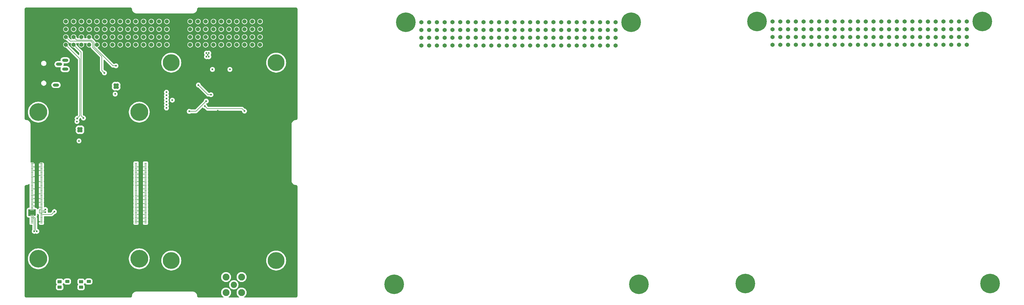
<source format=gbr>
%TF.GenerationSoftware,KiCad,Pcbnew,9.0.3*%
%TF.CreationDate,2025-07-26T14:09:02-04:00*%
%TF.ProjectId,Avionics,4176696f-6e69-4637-932e-6b696361645f,V0.8*%
%TF.SameCoordinates,Original*%
%TF.FileFunction,Copper,L1,Top*%
%TF.FilePolarity,Positive*%
%FSLAX46Y46*%
G04 Gerber Fmt 4.6, Leading zero omitted, Abs format (unit mm)*
G04 Created by KiCad (PCBNEW 9.0.3) date 2025-07-26 14:09:02*
%MOMM*%
%LPD*%
G01*
G04 APERTURE LIST*
G04 Aperture macros list*
%AMRoundRect*
0 Rectangle with rounded corners*
0 $1 Rounding radius*
0 $2 $3 $4 $5 $6 $7 $8 $9 X,Y pos of 4 corners*
0 Add a 4 corners polygon primitive as box body*
4,1,4,$2,$3,$4,$5,$6,$7,$8,$9,$2,$3,0*
0 Add four circle primitives for the rounded corners*
1,1,$1+$1,$2,$3*
1,1,$1+$1,$4,$5*
1,1,$1+$1,$6,$7*
1,1,$1+$1,$8,$9*
0 Add four rect primitives between the rounded corners*
20,1,$1+$1,$2,$3,$4,$5,0*
20,1,$1+$1,$4,$5,$6,$7,0*
20,1,$1+$1,$6,$7,$8,$9,0*
20,1,$1+$1,$8,$9,$2,$3,0*%
G04 Aperture macros list end*
%TA.AperFunction,SMDPad,CuDef*%
%ADD10RoundRect,0.243750X0.456250X-0.243750X0.456250X0.243750X-0.456250X0.243750X-0.456250X-0.243750X0*%
%TD*%
%TA.AperFunction,SMDPad,CuDef*%
%ADD11RoundRect,0.250000X0.450000X-0.262500X0.450000X0.262500X-0.450000X0.262500X-0.450000X-0.262500X0*%
%TD*%
%TA.AperFunction,ComponentPad*%
%ADD12C,1.365000*%
%TD*%
%TA.AperFunction,ComponentPad*%
%ADD13C,0.800000*%
%TD*%
%TA.AperFunction,ComponentPad*%
%ADD14C,6.400000*%
%TD*%
%TA.AperFunction,ComponentPad*%
%ADD15C,2.050000*%
%TD*%
%TA.AperFunction,ComponentPad*%
%ADD16C,2.250000*%
%TD*%
%TA.AperFunction,ComponentPad*%
%ADD17O,1.008000X2.016000*%
%TD*%
%TA.AperFunction,ComponentPad*%
%ADD18O,2.016000X1.008000*%
%TD*%
%TA.AperFunction,SMDPad,CuDef*%
%ADD19R,0.700000X0.200000*%
%TD*%
%TA.AperFunction,ComponentPad*%
%ADD20C,5.800000*%
%TD*%
%TA.AperFunction,ComponentPad*%
%ADD21C,5.500000*%
%TD*%
%TA.AperFunction,ComponentPad*%
%ADD22C,1.016000*%
%TD*%
%TA.AperFunction,ViaPad*%
%ADD23C,0.600000*%
%TD*%
%TA.AperFunction,Conductor*%
%ADD24C,0.200000*%
%TD*%
G04 APERTURE END LIST*
D10*
%TO.P,D1,1,K*%
%TO.N,GND*%
X78250000Y-126880000D03*
%TO.P,D1,2,A*%
%TO.N,Net-(D1-A)*%
X78250000Y-125005000D03*
%TD*%
D11*
%TO.P,R6,1*%
%TO.N,/OBC/nPWR_LED*%
X68750000Y-126875000D03*
%TO.P,R6,2*%
%TO.N,Net-(D2-A)*%
X68750000Y-125050000D03*
%TD*%
D12*
%TO.P,H1OBC1,1,1*%
%TO.N,/OBC/CAN_A_L*%
X70787499Y-47537699D03*
%TO.P,H1OBC1,2,2*%
%TO.N,/OBC/CAN_B_L*%
X70787499Y-44997699D03*
%TO.P,H1OBC1,3,3*%
%TO.N,/OBC/CAN_A_H*%
X73327499Y-47537699D03*
%TO.P,H1OBC1,4,4*%
%TO.N,/OBC/CAN_B_H*%
X73327499Y-44997699D03*
%TO.P,H1OBC1,5,5*%
%TO.N,/OBC/UART_A_TX*%
X75867499Y-47537699D03*
%TO.P,H1OBC1,6,6*%
%TO.N,/OBC/UART_B_TX*%
X75867499Y-44997699D03*
%TO.P,H1OBC1,7,7*%
%TO.N,/OBC/UART_A_RX*%
X78407499Y-47537699D03*
%TO.P,H1OBC1,8,8*%
%TO.N,/OBC/UART_B_RX*%
X78407499Y-44997699D03*
%TO.P,H1OBC1,9,9*%
%TO.N,unconnected-(H1OBC1-Pad9)*%
X80947499Y-47537699D03*
%TO.P,H1OBC1,10,10*%
%TO.N,unconnected-(H1OBC1-Pad10)*%
X80947499Y-44997699D03*
%TO.P,H1OBC1,11,11*%
%TO.N,unconnected-(H1OBC1-Pad11)*%
X83487499Y-47537699D03*
%TO.P,H1OBC1,12,12*%
%TO.N,unconnected-(H1OBC1-Pad12)*%
X83487499Y-44997699D03*
%TO.P,H1OBC1,13,13*%
%TO.N,/OBC/UART_C_TX*%
X86027499Y-47537699D03*
%TO.P,H1OBC1,14,14*%
%TO.N,unconnected-(H1OBC1-Pad14)*%
X86027499Y-44997699D03*
%TO.P,H1OBC1,15,15*%
%TO.N,/OBC/UART_C_RX*%
X88567499Y-47537699D03*
%TO.P,H1OBC1,16,16*%
%TO.N,unconnected-(H1OBC1-Pad16)*%
X88567499Y-44997699D03*
%TO.P,H1OBC1,17,17*%
%TO.N,unconnected-(H1OBC1-Pad17)*%
X91107499Y-47537699D03*
%TO.P,H1OBC1,18,18*%
%TO.N,unconnected-(H1OBC1-Pad18)*%
X91107499Y-44997699D03*
%TO.P,H1OBC1,19,19*%
%TO.N,unconnected-(H1OBC1-Pad19)*%
X93647499Y-47537699D03*
%TO.P,H1OBC1,20,20*%
%TO.N,unconnected-(H1OBC1-Pad20)*%
X93647499Y-44997699D03*
%TO.P,H1OBC1,21,21*%
%TO.N,unconnected-(H1OBC1-Pad21)*%
X96187499Y-47537699D03*
%TO.P,H1OBC1,22,22*%
%TO.N,/OBC/UART_COMM_TX*%
X96187499Y-44997699D03*
%TO.P,H1OBC1,23,23*%
%TO.N,unconnected-(H1OBC1-Pad23)*%
X98727499Y-47537699D03*
%TO.P,H1OBC1,24,24*%
%TO.N,/OBC/UART_COMM_RX*%
X98727499Y-44997699D03*
%TO.P,H1OBC1,25,25*%
%TO.N,/OBC/5V_PERM*%
X101267499Y-47537699D03*
%TO.P,H1OBC1,26,26*%
X101267499Y-44997699D03*
%TO.P,H1OBC1,27,27*%
%TO.N,unconnected-(H1OBC1-Pad27)*%
X103807499Y-47537699D03*
%TO.P,H1OBC1,28,28*%
%TO.N,unconnected-(H1OBC1-Pad28)*%
X103807499Y-44997699D03*
%TO.P,H1OBC1,29,29*%
%TO.N,GND*%
X106347499Y-47537699D03*
%TO.P,H1OBC1,30,30*%
X106347499Y-44997699D03*
%TO.P,H1OBC1,31,31*%
X108887499Y-47537699D03*
%TO.P,H1OBC1,32,32*%
X108887499Y-44997699D03*
%TO.P,H1OBC1,33,33*%
%TO.N,unconnected-(H1OBC1-Pad33)*%
X111427499Y-47537699D03*
%TO.P,H1OBC1,34,34*%
%TO.N,unconnected-(H1OBC1-Pad34)*%
X111427499Y-44997699D03*
%TO.P,H1OBC1,35,35*%
%TO.N,unconnected-(H1OBC1-Pad35)*%
X113967499Y-47537699D03*
%TO.P,H1OBC1,36,36*%
%TO.N,unconnected-(H1OBC1-Pad36)*%
X113967499Y-44997699D03*
%TO.P,H1OBC1,37,37*%
%TO.N,unconnected-(H1OBC1-Pad37)*%
X116507499Y-47537699D03*
%TO.P,H1OBC1,38,38*%
%TO.N,/OBC/UART_DATA_TX*%
X116507499Y-44997699D03*
%TO.P,H1OBC1,39,39*%
%TO.N,unconnected-(H1OBC1-Pad39)*%
X119047499Y-47537699D03*
%TO.P,H1OBC1,40,40*%
%TO.N,/OBC/UART_DATA_RX*%
X119047499Y-44997699D03*
%TO.P,H1OBC1,41,41*%
%TO.N,unconnected-(H1OBC1-Pad41)*%
X121587499Y-47537699D03*
%TO.P,H1OBC1,42,42*%
%TO.N,/OBC/UART_F_TX*%
X121587499Y-44997699D03*
%TO.P,H1OBC1,43,43*%
%TO.N,unconnected-(H1OBC1-Pad43)*%
X124127499Y-47537699D03*
%TO.P,H1OBC1,44,44*%
%TO.N,/OBC/UART_F_RX*%
X124127499Y-44997699D03*
%TO.P,H1OBC1,45,45*%
%TO.N,/OBC/ENA_PWR_1*%
X126667499Y-47537699D03*
%TO.P,H1OBC1,46,46*%
%TO.N,+5V_MPU*%
X126667499Y-44997699D03*
%TO.P,H1OBC1,47,47*%
%TO.N,/OBC/ENA_PWR_2*%
X129207499Y-47537699D03*
%TO.P,H1OBC1,48,48*%
%TO.N,+5V_GNSS*%
X129207499Y-44997699D03*
%TO.P,H1OBC1,49,49*%
%TO.N,/OBC/ENA_PWR_3*%
X131747499Y-47537699D03*
%TO.P,H1OBC1,50,50*%
%TO.N,/OBC/PWR_3*%
X131747499Y-44997699D03*
%TO.P,H1OBC1,51,51*%
%TO.N,/OBC/ENA_PWR_4*%
X134287499Y-47537699D03*
%TO.P,H1OBC1,52,52*%
%TO.N,/OBC/PWR_4*%
X134287499Y-44997699D03*
%TD*%
D10*
%TO.P,D2,1,K*%
%TO.N,GND*%
X71250000Y-126880000D03*
%TO.P,D2,2,A*%
%TO.N,Net-(D2-A)*%
X71250000Y-125005000D03*
%TD*%
D13*
%TO.P,MH9,1,1*%
%TO.N,GND*%
X179487499Y-40187699D03*
X180190443Y-38490643D03*
X180190443Y-41884755D03*
X181887499Y-37787699D03*
D14*
X181887499Y-40187699D03*
D13*
X181887499Y-42587699D03*
X183584555Y-38490643D03*
X183584555Y-41884755D03*
X184287499Y-40187699D03*
%TD*%
%TO.P,MH10,1,1*%
%TO.N,GND*%
X253147499Y-40187699D03*
X253850443Y-38490643D03*
X253850443Y-41884755D03*
X255547499Y-37787699D03*
D14*
X255547499Y-40187699D03*
D13*
X255547499Y-42587699D03*
X257244555Y-38490643D03*
X257244555Y-41884755D03*
X257947499Y-40187699D03*
%TD*%
%TO.P,MH12,1,1*%
%TO.N,GND*%
X175677499Y-125912699D03*
X176380443Y-124215643D03*
X176380443Y-127609755D03*
X178077499Y-123512699D03*
D14*
X178077499Y-125912699D03*
D13*
X178077499Y-128312699D03*
X179774555Y-124215643D03*
X179774555Y-127609755D03*
X180477499Y-125912699D03*
%TD*%
D12*
%TO.P,H2OBC1,1,1*%
%TO.N,unconnected-(H2OBC1-Pad1)*%
X301767499Y-42477699D03*
%TO.P,H2OBC1,2,2*%
%TO.N,unconnected-(H2OBC1-Pad2)*%
X301767499Y-39937699D03*
%TO.P,H2OBC1,3,3*%
%TO.N,unconnected-(H2OBC1-Pad3)*%
X304307499Y-42477699D03*
%TO.P,H2OBC1,4,4*%
%TO.N,unconnected-(H2OBC1-Pad4)*%
X304307499Y-39937699D03*
%TO.P,H2OBC1,5,5*%
%TO.N,unconnected-(H2OBC1-Pad5)*%
X306847499Y-42477699D03*
%TO.P,H2OBC1,6,6*%
%TO.N,unconnected-(H2OBC1-Pad6)*%
X306847499Y-39937699D03*
%TO.P,H2OBC1,7,7*%
%TO.N,unconnected-(H2OBC1-Pad7)*%
X309387499Y-42477699D03*
%TO.P,H2OBC1,8,8*%
%TO.N,unconnected-(H2OBC1-Pad8)*%
X309387499Y-39937699D03*
%TO.P,H2OBC1,9,9*%
%TO.N,unconnected-(H2OBC1-Pad9)*%
X311927499Y-42477699D03*
%TO.P,H2OBC1,10,10*%
%TO.N,unconnected-(H2OBC1-Pad10)*%
X311927499Y-39937699D03*
%TO.P,H2OBC1,11,11*%
%TO.N,unconnected-(H2OBC1-Pad11)*%
X314467499Y-42477699D03*
%TO.P,H2OBC1,12,12*%
%TO.N,unconnected-(H2OBC1-Pad12)*%
X314467499Y-39937699D03*
%TO.P,H2OBC1,13,13*%
%TO.N,unconnected-(H2OBC1-Pad13)*%
X317007499Y-42477699D03*
%TO.P,H2OBC1,14,14*%
%TO.N,unconnected-(H2OBC1-Pad14)*%
X317007499Y-39937699D03*
%TO.P,H2OBC1,15,15*%
%TO.N,unconnected-(H2OBC1-Pad15)*%
X319547499Y-42477699D03*
%TO.P,H2OBC1,16,16*%
%TO.N,unconnected-(H2OBC1-Pad16)*%
X319547499Y-39937699D03*
%TO.P,H2OBC1,17,17*%
%TO.N,unconnected-(H2OBC1-Pad17)*%
X322087499Y-42477699D03*
%TO.P,H2OBC1,18,18*%
%TO.N,unconnected-(H2OBC1-Pad18)*%
X322087499Y-39937699D03*
%TO.P,H2OBC1,19,19*%
%TO.N,unconnected-(H2OBC1-Pad19)*%
X324627499Y-42477699D03*
%TO.P,H2OBC1,20,20*%
%TO.N,unconnected-(H2OBC1-Pad20)*%
X324627499Y-39937699D03*
%TO.P,H2OBC1,21,21*%
%TO.N,unconnected-(H2OBC1-Pad21)*%
X327167499Y-42477699D03*
%TO.P,H2OBC1,22,22*%
%TO.N,unconnected-(H2OBC1-Pad22)*%
X327167499Y-39937699D03*
%TO.P,H2OBC1,23,23*%
%TO.N,unconnected-(H2OBC1-Pad23)*%
X329707499Y-42477699D03*
%TO.P,H2OBC1,24,24*%
%TO.N,unconnected-(H2OBC1-Pad24)*%
X329707499Y-39937699D03*
%TO.P,H2OBC1,25,25*%
%TO.N,/OBC/5V_PERM*%
X332247499Y-42477699D03*
%TO.P,H2OBC1,26,26*%
X332247499Y-39937699D03*
%TO.P,H2OBC1,27,27*%
%TO.N,unconnected-(H2OBC1-Pad27)*%
X334787499Y-42477699D03*
%TO.P,H2OBC1,28,28*%
%TO.N,unconnected-(H2OBC1-Pad28)*%
X334787499Y-39937699D03*
%TO.P,H2OBC1,29,29*%
%TO.N,GND*%
X337327499Y-42477699D03*
%TO.P,H2OBC1,30,30*%
X337327499Y-39937699D03*
%TO.P,H2OBC1,31,31*%
X339867499Y-42477699D03*
%TO.P,H2OBC1,32,32*%
X339867499Y-39937699D03*
%TO.P,H2OBC1,33,33*%
%TO.N,/OBC/ENA_PWR_5*%
X342407499Y-42477699D03*
%TO.P,H2OBC1,34,34*%
%TO.N,/OBC/PWR_5*%
X342407499Y-39937699D03*
%TO.P,H2OBC1,35,35*%
%TO.N,/OBC/ENA_PWR_6*%
X344947499Y-42477699D03*
%TO.P,H2OBC1,36,36*%
%TO.N,/OBC/PWR_6*%
X344947499Y-39937699D03*
%TO.P,H2OBC1,37,37*%
%TO.N,/OBC/ENA_PWR_7*%
X347487499Y-42477699D03*
%TO.P,H2OBC1,38,38*%
%TO.N,/OBC/PWR_7*%
X347487499Y-39937699D03*
%TO.P,H2OBC1,39,39*%
%TO.N,/OBC/ENA_PWR_8*%
X350027499Y-42477699D03*
%TO.P,H2OBC1,40,40*%
%TO.N,/OBC/PWR_8*%
X350027499Y-39937699D03*
%TO.P,H2OBC1,41,41*%
%TO.N,unconnected-(H2OBC1-Pad41)*%
X352567499Y-42477699D03*
%TO.P,H2OBC1,42,42*%
%TO.N,unconnected-(H2OBC1-Pad42)*%
X352567499Y-39937699D03*
%TO.P,H2OBC1,43,43*%
%TO.N,/OBC/CHARGE*%
X355107499Y-42477699D03*
%TO.P,H2OBC1,44,44*%
X355107499Y-39937699D03*
%TO.P,H2OBC1,45,45*%
%TO.N,/OBC/BATT*%
X357647499Y-42477699D03*
%TO.P,H2OBC1,46,46*%
X357647499Y-39937699D03*
%TO.P,H2OBC1,47,47*%
%TO.N,/OBC/RBF_A*%
X360187499Y-42477699D03*
%TO.P,H2OBC1,48,48*%
%TO.N,/OBC/DS_A*%
X360187499Y-39937699D03*
%TO.P,H2OBC1,49,49*%
%TO.N,/OBC/RBF_B*%
X362727499Y-42477699D03*
%TO.P,H2OBC1,50,50*%
%TO.N,/OBC/DS_B*%
X362727499Y-39937699D03*
%TO.P,H2OBC1,51,51*%
%TO.N,/OBC/RBF_C*%
X365267499Y-42477699D03*
%TO.P,H2OBC1,52,52*%
%TO.N,/OBC/DS_C*%
X365267499Y-39937699D03*
%TD*%
D13*
%TO.P,MH11,1,1*%
%TO.N,GND*%
X255687499Y-125912699D03*
X256390443Y-124215643D03*
X256390443Y-127609755D03*
X258087499Y-123512699D03*
D14*
X258087499Y-125912699D03*
D13*
X258087499Y-128312699D03*
X259784555Y-124215643D03*
X259784555Y-127609755D03*
X260487499Y-125912699D03*
%TD*%
D12*
%TO.P,H2OBC1,1,1*%
%TO.N,unconnected-(H2OBC1-Pad1)*%
X70787499Y-42457699D03*
%TO.P,H2OBC1,2,2*%
%TO.N,unconnected-(H2OBC1-Pad2)*%
X70787499Y-39917699D03*
%TO.P,H2OBC1,3,3*%
%TO.N,unconnected-(H2OBC1-Pad3)*%
X73327499Y-42457699D03*
%TO.P,H2OBC1,4,4*%
%TO.N,unconnected-(H2OBC1-Pad4)*%
X73327499Y-39917699D03*
%TO.P,H2OBC1,5,5*%
%TO.N,unconnected-(H2OBC1-Pad5)*%
X75867499Y-42457699D03*
%TO.P,H2OBC1,6,6*%
%TO.N,unconnected-(H2OBC1-Pad6)*%
X75867499Y-39917699D03*
%TO.P,H2OBC1,7,7*%
%TO.N,unconnected-(H2OBC1-Pad7)*%
X78407499Y-42457699D03*
%TO.P,H2OBC1,8,8*%
%TO.N,unconnected-(H2OBC1-Pad8)*%
X78407499Y-39917699D03*
%TO.P,H2OBC1,9,9*%
%TO.N,unconnected-(H2OBC1-Pad9)*%
X80947499Y-42457699D03*
%TO.P,H2OBC1,10,10*%
%TO.N,unconnected-(H2OBC1-Pad10)*%
X80947499Y-39917699D03*
%TO.P,H2OBC1,11,11*%
%TO.N,unconnected-(H2OBC1-Pad11)*%
X83487499Y-42457699D03*
%TO.P,H2OBC1,12,12*%
%TO.N,unconnected-(H2OBC1-Pad12)*%
X83487499Y-39917699D03*
%TO.P,H2OBC1,13,13*%
%TO.N,unconnected-(H2OBC1-Pad13)*%
X86027499Y-42457699D03*
%TO.P,H2OBC1,14,14*%
%TO.N,unconnected-(H2OBC1-Pad14)*%
X86027499Y-39917699D03*
%TO.P,H2OBC1,15,15*%
%TO.N,unconnected-(H2OBC1-Pad15)*%
X88567499Y-42457699D03*
%TO.P,H2OBC1,16,16*%
%TO.N,unconnected-(H2OBC1-Pad16)*%
X88567499Y-39917699D03*
%TO.P,H2OBC1,17,17*%
%TO.N,unconnected-(H2OBC1-Pad17)*%
X91107499Y-42457699D03*
%TO.P,H2OBC1,18,18*%
%TO.N,unconnected-(H2OBC1-Pad18)*%
X91107499Y-39917699D03*
%TO.P,H2OBC1,19,19*%
%TO.N,unconnected-(H2OBC1-Pad19)*%
X93647499Y-42457699D03*
%TO.P,H2OBC1,20,20*%
%TO.N,unconnected-(H2OBC1-Pad20)*%
X93647499Y-39917699D03*
%TO.P,H2OBC1,21,21*%
%TO.N,unconnected-(H2OBC1-Pad21)*%
X96187499Y-42457699D03*
%TO.P,H2OBC1,22,22*%
%TO.N,unconnected-(H2OBC1-Pad22)*%
X96187499Y-39917699D03*
%TO.P,H2OBC1,23,23*%
%TO.N,unconnected-(H2OBC1-Pad23)*%
X98727499Y-42457699D03*
%TO.P,H2OBC1,24,24*%
%TO.N,unconnected-(H2OBC1-Pad24)*%
X98727499Y-39917699D03*
%TO.P,H2OBC1,25,25*%
%TO.N,/OBC/5V_PERM*%
X101267499Y-42457699D03*
%TO.P,H2OBC1,26,26*%
X101267499Y-39917699D03*
%TO.P,H2OBC1,27,27*%
%TO.N,unconnected-(H2OBC1-Pad27)*%
X103807499Y-42457699D03*
%TO.P,H2OBC1,28,28*%
%TO.N,unconnected-(H2OBC1-Pad28)*%
X103807499Y-39917699D03*
%TO.P,H2OBC1,29,29*%
%TO.N,GND*%
X106347499Y-42457699D03*
%TO.P,H2OBC1,30,30*%
X106347499Y-39917699D03*
%TO.P,H2OBC1,31,31*%
X108887499Y-42457699D03*
%TO.P,H2OBC1,32,32*%
X108887499Y-39917699D03*
%TO.P,H2OBC1,33,33*%
%TO.N,/OBC/ENA_PWR_5*%
X111427499Y-42457699D03*
%TO.P,H2OBC1,34,34*%
%TO.N,/OBC/PWR_5*%
X111427499Y-39917699D03*
%TO.P,H2OBC1,35,35*%
%TO.N,/OBC/ENA_PWR_6*%
X113967499Y-42457699D03*
%TO.P,H2OBC1,36,36*%
%TO.N,/OBC/PWR_6*%
X113967499Y-39917699D03*
%TO.P,H2OBC1,37,37*%
%TO.N,/OBC/ENA_PWR_7*%
X116507499Y-42457699D03*
%TO.P,H2OBC1,38,38*%
%TO.N,/OBC/PWR_7*%
X116507499Y-39917699D03*
%TO.P,H2OBC1,39,39*%
%TO.N,/OBC/ENA_PWR_8*%
X119047499Y-42457699D03*
%TO.P,H2OBC1,40,40*%
%TO.N,/OBC/PWR_8*%
X119047499Y-39917699D03*
%TO.P,H2OBC1,41,41*%
%TO.N,unconnected-(H2OBC1-Pad41)*%
X121587499Y-42457699D03*
%TO.P,H2OBC1,42,42*%
%TO.N,unconnected-(H2OBC1-Pad42)*%
X121587499Y-39917699D03*
%TO.P,H2OBC1,43,43*%
%TO.N,/OBC/CHARGE*%
X124127499Y-42457699D03*
%TO.P,H2OBC1,44,44*%
X124127499Y-39917699D03*
%TO.P,H2OBC1,45,45*%
%TO.N,/OBC/BATT*%
X126667499Y-42457699D03*
%TO.P,H2OBC1,46,46*%
X126667499Y-39917699D03*
%TO.P,H2OBC1,47,47*%
%TO.N,/OBC/RBF_A*%
X129207499Y-42457699D03*
%TO.P,H2OBC1,48,48*%
%TO.N,/OBC/DS_A*%
X129207499Y-39917699D03*
%TO.P,H2OBC1,49,49*%
%TO.N,/OBC/RBF_B*%
X131747499Y-42457699D03*
%TO.P,H2OBC1,50,50*%
%TO.N,/OBC/DS_B*%
X131747499Y-39917699D03*
%TO.P,H2OBC1,51,51*%
%TO.N,/OBC/RBF_C*%
X134287499Y-42457699D03*
%TO.P,H2OBC1,52,52*%
%TO.N,/OBC/DS_C*%
X134287499Y-39917699D03*
%TD*%
D13*
%TO.P,MH6,1,1*%
%TO.N,GND*%
X367947499Y-39937699D03*
X368650443Y-38240643D03*
X368650443Y-41634755D03*
X370347499Y-37537699D03*
D14*
X370347499Y-39937699D03*
D13*
X370347499Y-42337699D03*
X372044555Y-38240643D03*
X372044555Y-41634755D03*
X372747499Y-39937699D03*
%TD*%
D15*
%TO.P,AE1,1,A*%
%TO.N,Net-(AE1-A)*%
X125690000Y-126085000D03*
D16*
%TO.P,AE1,2*%
%TO.N,N/C*%
X123150000Y-123545000D03*
X123150000Y-128625000D03*
X128230000Y-123545000D03*
X128230000Y-128625000D03*
%TD*%
D13*
%TO.P,MH8,1,1*%
%TO.N,GND*%
X290477499Y-125662699D03*
X291180443Y-123965643D03*
X291180443Y-127359755D03*
X292877499Y-123262699D03*
D14*
X292877499Y-125662699D03*
D13*
X292877499Y-128062699D03*
X294574555Y-123965643D03*
X294574555Y-127359755D03*
X295277499Y-125662699D03*
%TD*%
%TO.P,MH1,1,1*%
%TO.N,GND*%
X63307499Y-39917699D03*
X64010443Y-38220643D03*
X64010443Y-41614755D03*
X65707499Y-37517699D03*
D14*
X65707499Y-39917699D03*
D13*
X65707499Y-42317699D03*
X67404555Y-38220643D03*
X67404555Y-41614755D03*
X68107499Y-39917699D03*
%TD*%
%TO.P,MH5,1,1*%
%TO.N,GND*%
X294287499Y-39937699D03*
X294990443Y-38240643D03*
X294990443Y-41634755D03*
X296687499Y-37537699D03*
D14*
X296687499Y-39937699D03*
D13*
X296687499Y-42337699D03*
X298384555Y-38240643D03*
X298384555Y-41634755D03*
X299087499Y-39937699D03*
%TD*%
D12*
%TO.P,H1OBC1,1,1*%
%TO.N,/OBC/CAN_A_L*%
X186967499Y-47807699D03*
%TO.P,H1OBC1,2,2*%
%TO.N,/OBC/CAN_B_L*%
X186967499Y-45267699D03*
%TO.P,H1OBC1,3,3*%
%TO.N,/OBC/CAN_A_H*%
X189507499Y-47807699D03*
%TO.P,H1OBC1,4,4*%
%TO.N,/OBC/CAN_B_H*%
X189507499Y-45267699D03*
%TO.P,H1OBC1,5,5*%
%TO.N,/OBC/UART_A_TX*%
X192047499Y-47807699D03*
%TO.P,H1OBC1,6,6*%
%TO.N,/OBC/UART_B_TX*%
X192047499Y-45267699D03*
%TO.P,H1OBC1,7,7*%
%TO.N,/OBC/UART_A_RX*%
X194587499Y-47807699D03*
%TO.P,H1OBC1,8,8*%
%TO.N,/OBC/UART_B_RX*%
X194587499Y-45267699D03*
%TO.P,H1OBC1,9,9*%
%TO.N,unconnected-(H1OBC1-Pad9)*%
X197127499Y-47807699D03*
%TO.P,H1OBC1,10,10*%
%TO.N,unconnected-(H1OBC1-Pad10)*%
X197127499Y-45267699D03*
%TO.P,H1OBC1,11,11*%
%TO.N,unconnected-(H1OBC1-Pad11)*%
X199667499Y-47807699D03*
%TO.P,H1OBC1,12,12*%
%TO.N,unconnected-(H1OBC1-Pad12)*%
X199667499Y-45267699D03*
%TO.P,H1OBC1,13,13*%
%TO.N,/OBC/UART_C_TX*%
X202207499Y-47807699D03*
%TO.P,H1OBC1,14,14*%
%TO.N,unconnected-(H1OBC1-Pad14)*%
X202207499Y-45267699D03*
%TO.P,H1OBC1,15,15*%
%TO.N,/OBC/UART_C_RX*%
X204747499Y-47807699D03*
%TO.P,H1OBC1,16,16*%
%TO.N,unconnected-(H1OBC1-Pad16)*%
X204747499Y-45267699D03*
%TO.P,H1OBC1,17,17*%
%TO.N,unconnected-(H1OBC1-Pad17)*%
X207287499Y-47807699D03*
%TO.P,H1OBC1,18,18*%
%TO.N,unconnected-(H1OBC1-Pad18)*%
X207287499Y-45267699D03*
%TO.P,H1OBC1,19,19*%
%TO.N,unconnected-(H1OBC1-Pad19)*%
X209827499Y-47807699D03*
%TO.P,H1OBC1,20,20*%
%TO.N,unconnected-(H1OBC1-Pad20)*%
X209827499Y-45267699D03*
%TO.P,H1OBC1,21,21*%
%TO.N,unconnected-(H1OBC1-Pad21)*%
X212367499Y-47807699D03*
%TO.P,H1OBC1,22,22*%
%TO.N,/OBC/UART_COMM_TX*%
X212367499Y-45267699D03*
%TO.P,H1OBC1,23,23*%
%TO.N,unconnected-(H1OBC1-Pad23)*%
X214907499Y-47807699D03*
%TO.P,H1OBC1,24,24*%
%TO.N,/OBC/UART_COMM_RX*%
X214907499Y-45267699D03*
%TO.P,H1OBC1,25,25*%
%TO.N,/OBC/5V_PERM*%
X217447499Y-47807699D03*
%TO.P,H1OBC1,26,26*%
X217447499Y-45267699D03*
%TO.P,H1OBC1,27,27*%
%TO.N,unconnected-(H1OBC1-Pad27)*%
X219987499Y-47807699D03*
%TO.P,H1OBC1,28,28*%
%TO.N,unconnected-(H1OBC1-Pad28)*%
X219987499Y-45267699D03*
%TO.P,H1OBC1,29,29*%
%TO.N,GND*%
X222527499Y-47807699D03*
%TO.P,H1OBC1,30,30*%
X222527499Y-45267699D03*
%TO.P,H1OBC1,31,31*%
X225067499Y-47807699D03*
%TO.P,H1OBC1,32,32*%
X225067499Y-45267699D03*
%TO.P,H1OBC1,33,33*%
%TO.N,unconnected-(H1OBC1-Pad33)*%
X227607499Y-47807699D03*
%TO.P,H1OBC1,34,34*%
%TO.N,unconnected-(H1OBC1-Pad34)*%
X227607499Y-45267699D03*
%TO.P,H1OBC1,35,35*%
%TO.N,unconnected-(H1OBC1-Pad35)*%
X230147499Y-47807699D03*
%TO.P,H1OBC1,36,36*%
%TO.N,unconnected-(H1OBC1-Pad36)*%
X230147499Y-45267699D03*
%TO.P,H1OBC1,37,37*%
%TO.N,unconnected-(H1OBC1-Pad37)*%
X232687499Y-47807699D03*
%TO.P,H1OBC1,38,38*%
%TO.N,/OBC/UART_DATA_TX*%
X232687499Y-45267699D03*
%TO.P,H1OBC1,39,39*%
%TO.N,unconnected-(H1OBC1-Pad39)*%
X235227499Y-47807699D03*
%TO.P,H1OBC1,40,40*%
%TO.N,/OBC/UART_DATA_RX*%
X235227499Y-45267699D03*
%TO.P,H1OBC1,41,41*%
%TO.N,unconnected-(H1OBC1-Pad41)*%
X237767499Y-47807699D03*
%TO.P,H1OBC1,42,42*%
%TO.N,/OBC/UART_F_TX*%
X237767499Y-45267699D03*
%TO.P,H1OBC1,43,43*%
%TO.N,unconnected-(H1OBC1-Pad43)*%
X240307499Y-47807699D03*
%TO.P,H1OBC1,44,44*%
%TO.N,/OBC/UART_F_RX*%
X240307499Y-45267699D03*
%TO.P,H1OBC1,45,45*%
%TO.N,/OBC/ENA_PWR_1*%
X242847499Y-47807699D03*
%TO.P,H1OBC1,46,46*%
%TO.N,+5V_MPU*%
X242847499Y-45267699D03*
%TO.P,H1OBC1,47,47*%
%TO.N,/OBC/ENA_PWR_2*%
X245387499Y-47807699D03*
%TO.P,H1OBC1,48,48*%
%TO.N,+5V_GNSS*%
X245387499Y-45267699D03*
%TO.P,H1OBC1,49,49*%
%TO.N,/OBC/ENA_PWR_3*%
X247927499Y-47807699D03*
%TO.P,H1OBC1,50,50*%
%TO.N,/OBC/PWR_3*%
X247927499Y-45267699D03*
%TO.P,H1OBC1,51,51*%
%TO.N,/OBC/ENA_PWR_4*%
X250467499Y-47807699D03*
%TO.P,H1OBC1,52,52*%
%TO.N,/OBC/PWR_4*%
X250467499Y-45267699D03*
%TD*%
D17*
%TO.P,J1,1*%
%TO.N,GND*%
X62450000Y-57100000D03*
D18*
%TO.P,J1,2*%
%TO.N,Net-(U1-RXD1)*%
X70550000Y-55500000D03*
%TO.P,J1,3*%
%TO.N,Net-(U1-TXD1)*%
X67550000Y-60700000D03*
%TO.P,J1,4,4*%
%TO.N,unconnected-(J1-Pad4)*%
X68550000Y-53900000D03*
%TO.P,J1,5,5*%
%TO.N,unconnected-(J1-Pad5)*%
X70550000Y-52600000D03*
%TD*%
D19*
%TO.P,Module1,1,GND*%
%TO.N,GND*%
X59720000Y-86275000D03*
%TO.P,Module1,2,GND*%
X62800000Y-86275000D03*
%TO.P,Module1,3,Ethernet_Pair3_P*%
%TO.N,unconnected-(Module1A-Ethernet_Pair3_P-Pad3)*%
X59720000Y-86675000D03*
%TO.P,Module1,4,Ethernet_Pair1_P*%
%TO.N,unconnected-(Module1A-Ethernet_Pair1_P-Pad4)*%
X62800000Y-86675000D03*
%TO.P,Module1,5,Ethernet_Pair3_N*%
%TO.N,unconnected-(Module1A-Ethernet_Pair3_N-Pad5)*%
X59720000Y-87075000D03*
%TO.P,Module1,6,Ethernet_Pair1_N*%
%TO.N,unconnected-(Module1A-Ethernet_Pair1_N-Pad6)*%
X62800000Y-87075000D03*
%TO.P,Module1,7,GND*%
%TO.N,GND*%
X59720000Y-87475000D03*
%TO.P,Module1,8,GND*%
X62800000Y-87475000D03*
%TO.P,Module1,9,Ethernet_Pair2_N*%
%TO.N,unconnected-(Module1A-Ethernet_Pair2_N-Pad9)*%
X59720000Y-87875000D03*
%TO.P,Module1,10,Ethernet_Pair0_N*%
%TO.N,unconnected-(Module1A-Ethernet_Pair0_N-Pad10)*%
X62800000Y-87875000D03*
%TO.P,Module1,11,Ethernet_Pair2_P*%
%TO.N,unconnected-(Module1A-Ethernet_Pair2_P-Pad11)*%
X59720000Y-88275000D03*
%TO.P,Module1,12,Ethernet_Pair0_P*%
%TO.N,unconnected-(Module1A-Ethernet_Pair0_P-Pad12)*%
X62800000Y-88275000D03*
%TO.P,Module1,13,GND*%
%TO.N,GND*%
X59720000Y-88675000D03*
%TO.P,Module1,14,GND*%
X62800000Y-88675000D03*
%TO.P,Module1,15,Ethernet_nLED3(3.3v)*%
%TO.N,unconnected-(Module1A-Ethernet_nLED3(3.3v)-Pad15)*%
X59720000Y-89075000D03*
%TO.P,Module1,16,Ethernet_SYNC_IN(1.8v)*%
%TO.N,unconnected-(Module1A-Ethernet_SYNC_IN(1.8v)-Pad16)*%
X62800000Y-89075000D03*
%TO.P,Module1,17,Ethernet_nLED2(3.3v)*%
%TO.N,unconnected-(Module1A-Ethernet_nLED2(3.3v)-Pad17)*%
X59720000Y-89475000D03*
%TO.P,Module1,18,Ethernet_SYNC_OUT(1.8v)*%
%TO.N,unconnected-(Module1A-Ethernet_SYNC_OUT(1.8v)-Pad18)*%
X62800000Y-89475000D03*
%TO.P,Module1,19,Ethernet_nLED1(3.3v)*%
%TO.N,unconnected-(Module1A-Ethernet_nLED1(3.3v)-Pad19)*%
X59720000Y-89875000D03*
%TO.P,Module1,20,EEPROM_nWP*%
%TO.N,unconnected-(Module1A-EEPROM_nWP-Pad20)*%
X62800000Y-89875000D03*
%TO.P,Module1,21,PI_nLED_Activity*%
%TO.N,/OBC/PI_nLED_Activity*%
X59720000Y-90275000D03*
%TO.P,Module1,22,GND*%
%TO.N,GND*%
X62800000Y-90275000D03*
%TO.P,Module1,23,GND*%
X59720000Y-90675000D03*
%TO.P,Module1,24,GPIO26*%
%TO.N,unconnected-(Module1A-GPIO26-Pad24)*%
X62800000Y-90675000D03*
%TO.P,Module1,25,GPIO21*%
%TO.N,unconnected-(Module1A-GPIO21-Pad25)*%
X59720000Y-91075000D03*
%TO.P,Module1,26,GPIO19*%
%TO.N,unconnected-(Module1A-GPIO19-Pad26)*%
X62800000Y-91075000D03*
%TO.P,Module1,27,GPIO20*%
%TO.N,unconnected-(Module1A-GPIO20-Pad27)*%
X59720000Y-91475000D03*
%TO.P,Module1,28,GPIO13*%
%TO.N,/OBC/UART_DATA_RX*%
X62800000Y-91475000D03*
%TO.P,Module1,29,GPIO16*%
%TO.N,/OBC/CAN_A_S*%
X59720000Y-91875000D03*
%TO.P,Module1,30,GPIO6*%
%TO.N,unconnected-(Module1A-GPIO6-Pad30)*%
X62800000Y-91875000D03*
%TO.P,Module1,31,GPIO12*%
%TO.N,/OBC/UART_DATA_TX*%
X59720000Y-92275000D03*
%TO.P,Module1,32,GND*%
%TO.N,GND*%
X62800000Y-92275000D03*
%TO.P,Module1,33,GND*%
X59720000Y-92675000D03*
%TO.P,Module1,34,GPIO5*%
%TO.N,/OBC/GNSS_RXD*%
X62800000Y-92675000D03*
%TO.P,Module1,35,ID_SC*%
%TO.N,/OBC/CAN_B_RXD*%
X59720000Y-93075000D03*
%TO.P,Module1,36,ID_SD*%
%TO.N,/OBC/CAN_B_TXD*%
X62800000Y-93075000D03*
%TO.P,Module1,37,GPIO7*%
%TO.N,unconnected-(Module1A-GPIO7-Pad37)*%
X59720000Y-93475000D03*
%TO.P,Module1,38,GPIO11*%
%TO.N,/OBC/GNSS_NRESET_IN*%
X62800000Y-93475000D03*
%TO.P,Module1,39,GPIO8*%
%TO.N,/OBC/UART_COMM_TX*%
X59720000Y-93875000D03*
%TO.P,Module1,40,GPIO9*%
%TO.N,/OBC/UART_COMM_RX*%
X62800000Y-93875000D03*
%TO.P,Module1,41,GPIO25*%
%TO.N,unconnected-(Module1A-GPIO25-Pad41)*%
X59720000Y-94275000D03*
%TO.P,Module1,42,GND*%
%TO.N,GND*%
X62800000Y-94275000D03*
%TO.P,Module1,43,GND*%
X59720000Y-94675000D03*
%TO.P,Module1,44,GPIO10*%
%TO.N,unconnected-(Module1A-GPIO10-Pad44)*%
X62800000Y-94675000D03*
%TO.P,Module1,45,GPIO24*%
%TO.N,unconnected-(Module1A-GPIO24-Pad45)*%
X59720000Y-95075000D03*
%TO.P,Module1,46,GPIO22*%
%TO.N,/OBC/GNSS_PPS*%
X62800000Y-95075000D03*
%TO.P,Module1,47,GPIO23*%
%TO.N,unconnected-(Module1A-GPIO23-Pad47)*%
X59720000Y-95475000D03*
%TO.P,Module1,48,GPIO27*%
%TO.N,unconnected-(Module1A-GPIO27-Pad48)*%
X62800000Y-95475000D03*
%TO.P,Module1,49,GPIO18*%
%TO.N,unconnected-(Module1A-GPIO18-Pad49)*%
X59720000Y-95875000D03*
%TO.P,Module1,50,GPIO17*%
%TO.N,/OBC/GNSS_PV*%
X62800000Y-95875000D03*
%TO.P,Module1,51,GPIO15*%
%TO.N,/OBC/CAN_A_RXD*%
X59720000Y-96275000D03*
%TO.P,Module1,52,GND*%
%TO.N,GND*%
X62800000Y-96275000D03*
%TO.P,Module1,53,GND*%
X59720000Y-96675000D03*
%TO.P,Module1,54,GPIO4*%
%TO.N,/OBC/GNSS_TXD*%
X62800000Y-96675000D03*
%TO.P,Module1,55,GPIO14*%
%TO.N,/OBC/CAN_A_TXD*%
X59720000Y-97075000D03*
%TO.P,Module1,56,GPIO3*%
%TO.N,unconnected-(Module1A-GPIO3-Pad56)*%
X62800000Y-97075000D03*
%TO.P,Module1,57,SD_CLK*%
%TO.N,unconnected-(Module1A-SD_CLK-Pad57)*%
X59720000Y-97475000D03*
%TO.P,Module1,58,GPIO2*%
%TO.N,/OBC/CAN_B_S*%
X62800000Y-97475000D03*
%TO.P,Module1,59,GND*%
%TO.N,GND*%
X59720000Y-97875000D03*
%TO.P,Module1,60,GND*%
X62800000Y-97875000D03*
%TO.P,Module1,61,SD_DAT3*%
%TO.N,unconnected-(Module1A-SD_DAT3-Pad61)*%
X59720000Y-98275000D03*
%TO.P,Module1,62,SD_CMD*%
%TO.N,unconnected-(Module1A-SD_CMD-Pad62)*%
X62800000Y-98275000D03*
%TO.P,Module1,63,SD_DAT0*%
%TO.N,unconnected-(Module1A-SD_DAT0-Pad63)*%
X59720000Y-98675000D03*
%TO.P,Module1,64,SD_DAT5*%
%TO.N,unconnected-(Module1A-SD_DAT5-Pad64)*%
X62800000Y-98675000D03*
%TO.P,Module1,65,GND*%
%TO.N,GND*%
X59720000Y-99075000D03*
%TO.P,Module1,66,GND*%
X62800000Y-99075000D03*
%TO.P,Module1,67,SD_DAT1*%
%TO.N,unconnected-(Module1A-SD_DAT1-Pad67)*%
X59720000Y-99475000D03*
%TO.P,Module1,68,SD_DAT4*%
%TO.N,unconnected-(Module1A-SD_DAT4-Pad68)*%
X62800000Y-99475000D03*
%TO.P,Module1,69,SD_DAT2*%
%TO.N,unconnected-(Module1A-SD_DAT2-Pad69)*%
X59720000Y-99875000D03*
%TO.P,Module1,70,SD_DAT7*%
%TO.N,unconnected-(Module1A-SD_DAT7-Pad70)*%
X62800000Y-99875000D03*
%TO.P,Module1,71,GND*%
%TO.N,GND*%
X59720000Y-100275000D03*
%TO.P,Module1,72,SD_DAT6*%
%TO.N,unconnected-(Module1A-SD_DAT6-Pad72)*%
X62800000Y-100275000D03*
%TO.P,Module1,73,SD_VDD_Override*%
%TO.N,unconnected-(Module1A-SD_VDD_Override-Pad73)*%
X59720000Y-100675000D03*
%TO.P,Module1,74,GND*%
%TO.N,GND*%
X62800000Y-100675000D03*
%TO.P,Module1,75,SD_PWR_ON*%
%TO.N,unconnected-(Module1A-SD_PWR_ON-Pad75)*%
X59720000Y-101075000D03*
%TO.P,Module1,76,Reserved*%
%TO.N,unconnected-(Module1A-Reserved-Pad76)*%
X62800000Y-101075000D03*
%TO.P,Module1,77,+5v_(Input)*%
%TO.N,+5V_CM4*%
X59720000Y-101475000D03*
%TO.P,Module1,78,GPIO_VREF(1.8v/3.3v_Input)*%
%TO.N,+3V3*%
X62800000Y-101475000D03*
%TO.P,Module1,79,+5v_(Input)*%
%TO.N,+5V_CM4*%
X59720000Y-101875000D03*
%TO.P,Module1,80,SCL0*%
%TO.N,/OBC/SCL0*%
X62800000Y-101875000D03*
%TO.P,Module1,81,+5v_(Input)*%
%TO.N,+5V_CM4*%
X59720000Y-102275000D03*
%TO.P,Module1,82,SDA0*%
%TO.N,/OBC/SDA0*%
X62800000Y-102275000D03*
%TO.P,Module1,83,+5v_(Input)*%
%TO.N,+5V_CM4*%
X59720000Y-102675000D03*
%TO.P,Module1,84,+3.3v_(Output)*%
%TO.N,+3V3*%
X62800000Y-102675000D03*
%TO.P,Module1,85,+5v_(Input)*%
%TO.N,+5V_CM4*%
X59720000Y-103075000D03*
%TO.P,Module1,86,+3.3v_(Output)*%
%TO.N,+3V3*%
X62800000Y-103075000D03*
%TO.P,Module1,87,+5v_(Input)*%
%TO.N,+5V_CM4*%
X59720000Y-103475000D03*
%TO.P,Module1,88,+1.8v_(Output)*%
%TO.N,Net-(Module1A-+1.8v_(Output)-Pad88)*%
X62800000Y-103475000D03*
%TO.P,Module1,89,WiFi_nDisable*%
%TO.N,Net-(Module1A-WiFi_nDisable)*%
X59720000Y-103875000D03*
%TO.P,Module1,90,+1.8v_(Output)*%
%TO.N,Net-(Module1A-+1.8v_(Output)-Pad88)*%
X62800000Y-103875000D03*
%TO.P,Module1,91,BT_nDisable*%
%TO.N,Net-(Module1A-BT_nDisable)*%
X59720000Y-104275000D03*
%TO.P,Module1,92,RUN_PG*%
%TO.N,unconnected-(Module1A-RUN_PG-Pad92)*%
X62800000Y-104275000D03*
%TO.P,Module1,93,nRPIBOOT*%
%TO.N,unconnected-(Module1A-nRPIBOOT-Pad93)*%
X59720000Y-104675000D03*
%TO.P,Module1,94,AnalogIP0*%
%TO.N,unconnected-(Module1A-AnalogIP0-Pad94)*%
X62800000Y-104675000D03*
%TO.P,Module1,95,nPI_LED_PWR*%
%TO.N,/OBC/nPWR_LED*%
X59720000Y-105075000D03*
%TO.P,Module1,96,AnalogIP1*%
%TO.N,unconnected-(Module1A-AnalogIP1-Pad96)*%
X62800000Y-105075000D03*
%TO.P,Module1,97,Camera_GPIO*%
%TO.N,unconnected-(Module1A-Camera_GPIO-Pad97)*%
X59720000Y-105475000D03*
%TO.P,Module1,98,GND*%
%TO.N,GND*%
X62800000Y-105475000D03*
%TO.P,Module1,99,Global_EN*%
%TO.N,unconnected-(Module1A-Global_EN-Pad99)*%
X59720000Y-105875000D03*
%TO.P,Module1,100,nEXTRST*%
%TO.N,unconnected-(Module1A-nEXTRST-Pad100)*%
X62800000Y-105875000D03*
%TO.P,Module1,101,USB_OTG_ID*%
%TO.N,unconnected-(Module1B-USB_OTG_ID-Pad101)*%
X93720000Y-86275000D03*
%TO.P,Module1,102,PCIe_CLK_nREQ*%
%TO.N,unconnected-(Module1B-PCIe_CLK_nREQ-Pad102)*%
X96800000Y-86275000D03*
%TO.P,Module1,103,USB2_N*%
%TO.N,unconnected-(Module1B-USB2_N-Pad103)*%
X93720000Y-86675000D03*
%TO.P,Module1,104,Reserved*%
%TO.N,unconnected-(Module1B-Reserved-Pad104)*%
X96800000Y-86675000D03*
%TO.P,Module1,105,USB2_P*%
%TO.N,unconnected-(Module1B-USB2_P-Pad105)*%
X93720000Y-87075000D03*
%TO.P,Module1,106,Reserved*%
%TO.N,unconnected-(Module1B-Reserved-Pad106)*%
X96800000Y-87075000D03*
%TO.P,Module1,107,GND*%
%TO.N,GND*%
X93720000Y-87475000D03*
%TO.P,Module1,108,GND*%
X96800000Y-87475000D03*
%TO.P,Module1,109,PCIe_nRST*%
%TO.N,unconnected-(Module1B-PCIe_nRST-Pad109)*%
X93720000Y-87875000D03*
%TO.P,Module1,110,PCIe_CLK_P*%
%TO.N,unconnected-(Module1B-PCIe_CLK_P-Pad110)*%
X96800000Y-87875000D03*
%TO.P,Module1,111,VDAC_COMP*%
%TO.N,unconnected-(Module1B-VDAC_COMP-Pad111)*%
X93720000Y-88275000D03*
%TO.P,Module1,112,PCIe_CLK_N*%
%TO.N,unconnected-(Module1B-PCIe_CLK_N-Pad112)*%
X96800000Y-88275000D03*
%TO.P,Module1,113,GND*%
%TO.N,GND*%
X93720000Y-88675000D03*
%TO.P,Module1,114,GND*%
X96800000Y-88675000D03*
%TO.P,Module1,115,CAM1_D0_N*%
%TO.N,unconnected-(Module1B-CAM1_D0_N-Pad115)*%
X93720000Y-89075000D03*
%TO.P,Module1,116,PCIe_RX_P*%
%TO.N,unconnected-(Module1B-PCIe_RX_P-Pad116)*%
X96800000Y-89075000D03*
%TO.P,Module1,117,CAM1_D0_P*%
%TO.N,unconnected-(Module1B-CAM1_D0_P-Pad117)*%
X93720000Y-89475000D03*
%TO.P,Module1,118,PCIe_RX_N*%
%TO.N,unconnected-(Module1B-PCIe_RX_N-Pad118)*%
X96800000Y-89475000D03*
%TO.P,Module1,119,GND*%
%TO.N,GND*%
X93720000Y-89875000D03*
%TO.P,Module1,120,GND*%
X96800000Y-89875000D03*
%TO.P,Module1,121,CAM1_D1_N*%
%TO.N,unconnected-(Module1B-CAM1_D1_N-Pad121)*%
X93720000Y-90275000D03*
%TO.P,Module1,122,PCIe_TX_P*%
%TO.N,unconnected-(Module1B-PCIe_TX_P-Pad122)*%
X96800000Y-90275000D03*
%TO.P,Module1,123,CAM1_D1_P*%
%TO.N,unconnected-(Module1B-CAM1_D1_P-Pad123)*%
X93720000Y-90675000D03*
%TO.P,Module1,124,PCIe_TX_N*%
%TO.N,unconnected-(Module1B-PCIe_TX_N-Pad124)*%
X96800000Y-90675000D03*
%TO.P,Module1,125,GND*%
%TO.N,GND*%
X93720000Y-91075000D03*
%TO.P,Module1,126,GND*%
X96800000Y-91075000D03*
%TO.P,Module1,127,CAM1_C_N*%
%TO.N,unconnected-(Module1B-CAM1_C_N-Pad127)*%
X93720000Y-91475000D03*
%TO.P,Module1,128,CAM0_D0_N*%
%TO.N,unconnected-(Module1B-CAM0_D0_N-Pad128)*%
X96800000Y-91475000D03*
%TO.P,Module1,129,CAM1_C_P*%
%TO.N,unconnected-(Module1B-CAM1_C_P-Pad129)*%
X93720000Y-91875000D03*
%TO.P,Module1,130,CAM0_D0_P*%
%TO.N,unconnected-(Module1B-CAM0_D0_P-Pad130)*%
X96800000Y-91875000D03*
%TO.P,Module1,131,GND*%
%TO.N,GND*%
X93720000Y-92275000D03*
%TO.P,Module1,132,GND*%
X96800000Y-92275000D03*
%TO.P,Module1,133,CAM1_D2_N*%
%TO.N,unconnected-(Module1B-CAM1_D2_N-Pad133)*%
X93720000Y-92675000D03*
%TO.P,Module1,134,CAM0_D1_N*%
%TO.N,unconnected-(Module1B-CAM0_D1_N-Pad134)*%
X96800000Y-92675000D03*
%TO.P,Module1,135,CAM1_D2_P*%
%TO.N,unconnected-(Module1B-CAM1_D2_P-Pad135)*%
X93720000Y-93075000D03*
%TO.P,Module1,136,CAM0_D1_P*%
%TO.N,unconnected-(Module1B-CAM0_D1_P-Pad136)*%
X96800000Y-93075000D03*
%TO.P,Module1,137,GND*%
%TO.N,GND*%
X93720000Y-93475000D03*
%TO.P,Module1,138,GND*%
X96800000Y-93475000D03*
%TO.P,Module1,139,CAM1_D3_N*%
%TO.N,unconnected-(Module1B-CAM1_D3_N-Pad139)*%
X93720000Y-93875000D03*
%TO.P,Module1,140,CAM0_C_N*%
%TO.N,unconnected-(Module1B-CAM0_C_N-Pad140)*%
X96800000Y-93875000D03*
%TO.P,Module1,141,CAM1_D3_P*%
%TO.N,unconnected-(Module1B-CAM1_D3_P-Pad141)*%
X93720000Y-94275000D03*
%TO.P,Module1,142,CAM0_C_P*%
%TO.N,unconnected-(Module1B-CAM0_C_P-Pad142)*%
X96800000Y-94275000D03*
%TO.P,Module1,143,HDMI1_HOTPLUG*%
%TO.N,unconnected-(Module1B-HDMI1_HOTPLUG-Pad143)*%
X93720000Y-94675000D03*
%TO.P,Module1,144,GND*%
%TO.N,GND*%
X96800000Y-94675000D03*
%TO.P,Module1,145,HDMI1_SDA*%
%TO.N,unconnected-(Module1B-HDMI1_SDA-Pad145)*%
X93720000Y-95075000D03*
%TO.P,Module1,146,HDMI1_TX2_P*%
%TO.N,unconnected-(Module1B-HDMI1_TX2_P-Pad146)*%
X96800000Y-95075000D03*
%TO.P,Module1,147,HDMI1_SCL*%
%TO.N,unconnected-(Module1B-HDMI1_SCL-Pad147)*%
X93720000Y-95475000D03*
%TO.P,Module1,148,HDMI1_TX2_N*%
%TO.N,unconnected-(Module1B-HDMI1_TX2_N-Pad148)*%
X96800000Y-95475000D03*
%TO.P,Module1,149,HDMI1_CEC*%
%TO.N,unconnected-(Module1B-HDMI1_CEC-Pad149)*%
X93720000Y-95875000D03*
%TO.P,Module1,150,GND*%
%TO.N,GND*%
X96800000Y-95875000D03*
%TO.P,Module1,151,HDMI0_CEC*%
%TO.N,unconnected-(Module1B-HDMI0_CEC-Pad151)*%
X93720000Y-96275000D03*
%TO.P,Module1,152,HDMI1_TX1_P*%
%TO.N,unconnected-(Module1B-HDMI1_TX1_P-Pad152)*%
X96800000Y-96275000D03*
%TO.P,Module1,153,HDMI0_HOTPLUG*%
%TO.N,unconnected-(Module1B-HDMI0_HOTPLUG-Pad153)*%
X93720000Y-96675000D03*
%TO.P,Module1,154,HDMI1_TX1_N*%
%TO.N,unconnected-(Module1B-HDMI1_TX1_N-Pad154)*%
X96800000Y-96675000D03*
%TO.P,Module1,155,GND*%
%TO.N,GND*%
X93720000Y-97075000D03*
%TO.P,Module1,156,GND*%
X96800000Y-97075000D03*
%TO.P,Module1,157,DSI0_D0_N*%
%TO.N,unconnected-(Module1B-DSI0_D0_N-Pad157)*%
X93720000Y-97475000D03*
%TO.P,Module1,158,HDMI1_TX0_P*%
%TO.N,unconnected-(Module1B-HDMI1_TX0_P-Pad158)*%
X96800000Y-97475000D03*
%TO.P,Module1,159,DSI0_D0_P*%
%TO.N,unconnected-(Module1B-DSI0_D0_P-Pad159)*%
X93720000Y-97875000D03*
%TO.P,Module1,160,HDMI1_TX0_N*%
%TO.N,unconnected-(Module1B-HDMI1_TX0_N-Pad160)*%
X96800000Y-97875000D03*
%TO.P,Module1,161,GND*%
%TO.N,GND*%
X93720000Y-98275000D03*
%TO.P,Module1,162,GND*%
X96800000Y-98275000D03*
%TO.P,Module1,163,DSI0_D1_N*%
%TO.N,unconnected-(Module1B-DSI0_D1_N-Pad163)*%
X93720000Y-98675000D03*
%TO.P,Module1,164,HDMI1_CLK_P*%
%TO.N,unconnected-(Module1B-HDMI1_CLK_P-Pad164)*%
X96800000Y-98675000D03*
%TO.P,Module1,165,DSI0_D1_P*%
%TO.N,unconnected-(Module1B-DSI0_D1_P-Pad165)*%
X93720000Y-99075000D03*
%TO.P,Module1,166,HDMI1_CLK_N*%
%TO.N,unconnected-(Module1B-HDMI1_CLK_N-Pad166)*%
X96800000Y-99075000D03*
%TO.P,Module1,167,GND*%
%TO.N,GND*%
X93720000Y-99475000D03*
%TO.P,Module1,168,GND*%
X96800000Y-99475000D03*
%TO.P,Module1,169,DSI0_C_N*%
%TO.N,unconnected-(Module1B-DSI0_C_N-Pad169)*%
X93720000Y-99875000D03*
%TO.P,Module1,170,HDMI0_TX2_P*%
%TO.N,unconnected-(Module1B-HDMI0_TX2_P-Pad170)*%
X96800000Y-99875000D03*
%TO.P,Module1,171,DSI0_C_P*%
%TO.N,unconnected-(Module1B-DSI0_C_P-Pad171)*%
X93720000Y-100275000D03*
%TO.P,Module1,172,HDMI0_TX2_N*%
%TO.N,unconnected-(Module1B-HDMI0_TX2_N-Pad172)*%
X96800000Y-100275000D03*
%TO.P,Module1,173,GND*%
%TO.N,GND*%
X93720000Y-100675000D03*
%TO.P,Module1,174,GND*%
X96800000Y-100675000D03*
%TO.P,Module1,175,DSI1_D0_N*%
%TO.N,unconnected-(Module1B-DSI1_D0_N-Pad175)*%
X93720000Y-101075000D03*
%TO.P,Module1,176,HDMI0_TX1_P*%
%TO.N,unconnected-(Module1B-HDMI0_TX1_P-Pad176)*%
X96800000Y-101075000D03*
%TO.P,Module1,177,DSI1_D0_P*%
%TO.N,unconnected-(Module1B-DSI1_D0_P-Pad177)*%
X93720000Y-101475000D03*
%TO.P,Module1,178,HDMI0_TX1_N*%
%TO.N,unconnected-(Module1B-HDMI0_TX1_N-Pad178)*%
X96800000Y-101475000D03*
%TO.P,Module1,179,GND*%
%TO.N,GND*%
X93720000Y-101875000D03*
%TO.P,Module1,180,GND*%
X96800000Y-101875000D03*
%TO.P,Module1,181,DSI1_D1_N*%
%TO.N,unconnected-(Module1B-DSI1_D1_N-Pad181)*%
X93720000Y-102275000D03*
%TO.P,Module1,182,HDMI0_TX0_P*%
%TO.N,unconnected-(Module1B-HDMI0_TX0_P-Pad182)*%
X96800000Y-102275000D03*
%TO.P,Module1,183,DSI1_D1_P*%
%TO.N,unconnected-(Module1B-DSI1_D1_P-Pad183)*%
X93720000Y-102675000D03*
%TO.P,Module1,184,HDMI0_TX0_N*%
%TO.N,unconnected-(Module1B-HDMI0_TX0_N-Pad184)*%
X96800000Y-102675000D03*
%TO.P,Module1,185,GND*%
%TO.N,GND*%
X93720000Y-103075000D03*
%TO.P,Module1,186,GND*%
X96800000Y-103075000D03*
%TO.P,Module1,187,DSI1_C_N*%
%TO.N,unconnected-(Module1B-DSI1_C_N-Pad187)*%
X93720000Y-103475000D03*
%TO.P,Module1,188,HDMI0_CLK_P*%
%TO.N,unconnected-(Module1B-HDMI0_CLK_P-Pad188)*%
X96800000Y-103475000D03*
%TO.P,Module1,189,DSI1_C_P*%
%TO.N,unconnected-(Module1B-DSI1_C_P-Pad189)*%
X93720000Y-103875000D03*
%TO.P,Module1,190,HDMI0_CLK_N*%
%TO.N,unconnected-(Module1B-HDMI0_CLK_N-Pad190)*%
X96800000Y-103875000D03*
%TO.P,Module1,191,GND*%
%TO.N,GND*%
X93720000Y-104275000D03*
%TO.P,Module1,192,GND*%
X96800000Y-104275000D03*
%TO.P,Module1,193,DSI1_D2_N*%
%TO.N,unconnected-(Module1B-DSI1_D2_N-Pad193)*%
X93720000Y-104675000D03*
%TO.P,Module1,194,DSI1_D3_N*%
%TO.N,unconnected-(Module1B-DSI1_D3_N-Pad194)*%
X96800000Y-104675000D03*
%TO.P,Module1,195,DSI1_D2_P*%
%TO.N,unconnected-(Module1B-DSI1_D2_P-Pad195)*%
X93720000Y-105075000D03*
%TO.P,Module1,196,DSI1_D3_P*%
%TO.N,unconnected-(Module1B-DSI1_D3_P-Pad196)*%
X96800000Y-105075000D03*
%TO.P,Module1,197,GND*%
%TO.N,GND*%
X93720000Y-105475000D03*
%TO.P,Module1,198,GND*%
X96800000Y-105475000D03*
%TO.P,Module1,199,HDMI0_SDA*%
%TO.N,unconnected-(Module1B-HDMI0_SDA-Pad199)*%
X93720000Y-105875000D03*
%TO.P,Module1,200,HDMI0_SCL*%
%TO.N,unconnected-(Module1B-HDMI0_SCL-Pad200)*%
X96800000Y-105875000D03*
D20*
%TO.P,Module1,SH1*%
%TO.N,N/C*%
X61760000Y-117575000D03*
%TO.P,Module1,SH2*%
X61760000Y-69575000D03*
%TO.P,Module1,SH3*%
X94760000Y-117575000D03*
%TO.P,Module1,SH4*%
X94760000Y-69575000D03*
%TD*%
D13*
%TO.P,MH4,1,1*%
%TO.N,GND*%
X59497499Y-125642699D03*
X60200443Y-123945643D03*
X60200443Y-127339755D03*
X61897499Y-123242699D03*
D14*
X61897499Y-125642699D03*
D13*
X61897499Y-128042699D03*
X63594555Y-123945643D03*
X63594555Y-127339755D03*
X64297499Y-125642699D03*
%TD*%
D12*
%TO.P,H2OBC1,1,1*%
%TO.N,unconnected-(H2OBC1-Pad1)*%
X186967499Y-42727699D03*
%TO.P,H2OBC1,2,2*%
%TO.N,unconnected-(H2OBC1-Pad2)*%
X186967499Y-40187699D03*
%TO.P,H2OBC1,3,3*%
%TO.N,unconnected-(H2OBC1-Pad3)*%
X189507499Y-42727699D03*
%TO.P,H2OBC1,4,4*%
%TO.N,unconnected-(H2OBC1-Pad4)*%
X189507499Y-40187699D03*
%TO.P,H2OBC1,5,5*%
%TO.N,unconnected-(H2OBC1-Pad5)*%
X192047499Y-42727699D03*
%TO.P,H2OBC1,6,6*%
%TO.N,unconnected-(H2OBC1-Pad6)*%
X192047499Y-40187699D03*
%TO.P,H2OBC1,7,7*%
%TO.N,unconnected-(H2OBC1-Pad7)*%
X194587499Y-42727699D03*
%TO.P,H2OBC1,8,8*%
%TO.N,unconnected-(H2OBC1-Pad8)*%
X194587499Y-40187699D03*
%TO.P,H2OBC1,9,9*%
%TO.N,unconnected-(H2OBC1-Pad9)*%
X197127499Y-42727699D03*
%TO.P,H2OBC1,10,10*%
%TO.N,unconnected-(H2OBC1-Pad10)*%
X197127499Y-40187699D03*
%TO.P,H2OBC1,11,11*%
%TO.N,unconnected-(H2OBC1-Pad11)*%
X199667499Y-42727699D03*
%TO.P,H2OBC1,12,12*%
%TO.N,unconnected-(H2OBC1-Pad12)*%
X199667499Y-40187699D03*
%TO.P,H2OBC1,13,13*%
%TO.N,unconnected-(H2OBC1-Pad13)*%
X202207499Y-42727699D03*
%TO.P,H2OBC1,14,14*%
%TO.N,unconnected-(H2OBC1-Pad14)*%
X202207499Y-40187699D03*
%TO.P,H2OBC1,15,15*%
%TO.N,unconnected-(H2OBC1-Pad15)*%
X204747499Y-42727699D03*
%TO.P,H2OBC1,16,16*%
%TO.N,unconnected-(H2OBC1-Pad16)*%
X204747499Y-40187699D03*
%TO.P,H2OBC1,17,17*%
%TO.N,unconnected-(H2OBC1-Pad17)*%
X207287499Y-42727699D03*
%TO.P,H2OBC1,18,18*%
%TO.N,unconnected-(H2OBC1-Pad18)*%
X207287499Y-40187699D03*
%TO.P,H2OBC1,19,19*%
%TO.N,unconnected-(H2OBC1-Pad19)*%
X209827499Y-42727699D03*
%TO.P,H2OBC1,20,20*%
%TO.N,unconnected-(H2OBC1-Pad20)*%
X209827499Y-40187699D03*
%TO.P,H2OBC1,21,21*%
%TO.N,unconnected-(H2OBC1-Pad21)*%
X212367499Y-42727699D03*
%TO.P,H2OBC1,22,22*%
%TO.N,unconnected-(H2OBC1-Pad22)*%
X212367499Y-40187699D03*
%TO.P,H2OBC1,23,23*%
%TO.N,unconnected-(H2OBC1-Pad23)*%
X214907499Y-42727699D03*
%TO.P,H2OBC1,24,24*%
%TO.N,unconnected-(H2OBC1-Pad24)*%
X214907499Y-40187699D03*
%TO.P,H2OBC1,25,25*%
%TO.N,/OBC/5V_PERM*%
X217447499Y-42727699D03*
%TO.P,H2OBC1,26,26*%
X217447499Y-40187699D03*
%TO.P,H2OBC1,27,27*%
%TO.N,unconnected-(H2OBC1-Pad27)*%
X219987499Y-42727699D03*
%TO.P,H2OBC1,28,28*%
%TO.N,unconnected-(H2OBC1-Pad28)*%
X219987499Y-40187699D03*
%TO.P,H2OBC1,29,29*%
%TO.N,GND*%
X222527499Y-42727699D03*
%TO.P,H2OBC1,30,30*%
X222527499Y-40187699D03*
%TO.P,H2OBC1,31,31*%
X225067499Y-42727699D03*
%TO.P,H2OBC1,32,32*%
X225067499Y-40187699D03*
%TO.P,H2OBC1,33,33*%
%TO.N,/OBC/ENA_PWR_5*%
X227607499Y-42727699D03*
%TO.P,H2OBC1,34,34*%
%TO.N,/OBC/PWR_5*%
X227607499Y-40187699D03*
%TO.P,H2OBC1,35,35*%
%TO.N,/OBC/ENA_PWR_6*%
X230147499Y-42727699D03*
%TO.P,H2OBC1,36,36*%
%TO.N,/OBC/PWR_6*%
X230147499Y-40187699D03*
%TO.P,H2OBC1,37,37*%
%TO.N,/OBC/ENA_PWR_7*%
X232687499Y-42727699D03*
%TO.P,H2OBC1,38,38*%
%TO.N,/OBC/PWR_7*%
X232687499Y-40187699D03*
%TO.P,H2OBC1,39,39*%
%TO.N,/OBC/ENA_PWR_8*%
X235227499Y-42727699D03*
%TO.P,H2OBC1,40,40*%
%TO.N,/OBC/PWR_8*%
X235227499Y-40187699D03*
%TO.P,H2OBC1,41,41*%
%TO.N,unconnected-(H2OBC1-Pad41)*%
X237767499Y-42727699D03*
%TO.P,H2OBC1,42,42*%
%TO.N,unconnected-(H2OBC1-Pad42)*%
X237767499Y-40187699D03*
%TO.P,H2OBC1,43,43*%
%TO.N,/OBC/CHARGE*%
X240307499Y-42727699D03*
%TO.P,H2OBC1,44,44*%
X240307499Y-40187699D03*
%TO.P,H2OBC1,45,45*%
%TO.N,/OBC/BATT*%
X242847499Y-42727699D03*
%TO.P,H2OBC1,46,46*%
X242847499Y-40187699D03*
%TO.P,H2OBC1,47,47*%
%TO.N,/OBC/RBF_A*%
X245387499Y-42727699D03*
%TO.P,H2OBC1,48,48*%
%TO.N,/OBC/DS_A*%
X245387499Y-40187699D03*
%TO.P,H2OBC1,49,49*%
%TO.N,/OBC/RBF_B*%
X247927499Y-42727699D03*
%TO.P,H2OBC1,50,50*%
%TO.N,/OBC/DS_B*%
X247927499Y-40187699D03*
%TO.P,H2OBC1,51,51*%
%TO.N,/OBC/RBF_C*%
X250467499Y-42727699D03*
%TO.P,H2OBC1,52,52*%
%TO.N,/OBC/DS_C*%
X250467499Y-40187699D03*
%TD*%
D13*
%TO.P,MH2,1,1*%
%TO.N,GND*%
X136967499Y-39917699D03*
X137670443Y-38220643D03*
X137670443Y-41614755D03*
X139367499Y-37517699D03*
D14*
X139367499Y-39917699D03*
D13*
X139367499Y-42317699D03*
X141064555Y-38220643D03*
X141064555Y-41614755D03*
X141767499Y-39917699D03*
%TD*%
%TO.P,MH3,1,1*%
%TO.N,GND*%
X139507499Y-125642699D03*
X140210443Y-123945643D03*
X140210443Y-127339755D03*
X141907499Y-123242699D03*
D14*
X141907499Y-125642699D03*
D13*
X141907499Y-128042699D03*
X143604555Y-123945643D03*
X143604555Y-127339755D03*
X144307499Y-125642699D03*
%TD*%
D11*
%TO.P,R5,1*%
%TO.N,/OBC/PI_nLED_Activity*%
X75750000Y-126875000D03*
%TO.P,R5,2*%
%TO.N,Net-(D1-A)*%
X75750000Y-125050000D03*
%TD*%
D13*
%TO.P,MH7,1,1*%
%TO.N,GND*%
X370487499Y-125662699D03*
X371190443Y-123965643D03*
X371190443Y-127359755D03*
X372887499Y-123262699D03*
D14*
X372887499Y-125662699D03*
D13*
X372887499Y-128062699D03*
X374584555Y-123965643D03*
X374584555Y-127359755D03*
X375287499Y-125662699D03*
%TD*%
D12*
%TO.P,H1OBC1,1,1*%
%TO.N,/OBC/CAN_A_L*%
X301767499Y-47557699D03*
%TO.P,H1OBC1,2,2*%
%TO.N,/OBC/CAN_B_L*%
X301767499Y-45017699D03*
%TO.P,H1OBC1,3,3*%
%TO.N,/OBC/CAN_A_H*%
X304307499Y-47557699D03*
%TO.P,H1OBC1,4,4*%
%TO.N,/OBC/CAN_B_H*%
X304307499Y-45017699D03*
%TO.P,H1OBC1,5,5*%
%TO.N,/OBC/UART_A_TX*%
X306847499Y-47557699D03*
%TO.P,H1OBC1,6,6*%
%TO.N,/OBC/UART_B_TX*%
X306847499Y-45017699D03*
%TO.P,H1OBC1,7,7*%
%TO.N,/OBC/UART_A_RX*%
X309387499Y-47557699D03*
%TO.P,H1OBC1,8,8*%
%TO.N,/OBC/UART_B_RX*%
X309387499Y-45017699D03*
%TO.P,H1OBC1,9,9*%
%TO.N,unconnected-(H1OBC1-Pad9)*%
X311927499Y-47557699D03*
%TO.P,H1OBC1,10,10*%
%TO.N,unconnected-(H1OBC1-Pad10)*%
X311927499Y-45017699D03*
%TO.P,H1OBC1,11,11*%
%TO.N,unconnected-(H1OBC1-Pad11)*%
X314467499Y-47557699D03*
%TO.P,H1OBC1,12,12*%
%TO.N,unconnected-(H1OBC1-Pad12)*%
X314467499Y-45017699D03*
%TO.P,H1OBC1,13,13*%
%TO.N,/OBC/UART_C_TX*%
X317007499Y-47557699D03*
%TO.P,H1OBC1,14,14*%
%TO.N,unconnected-(H1OBC1-Pad14)*%
X317007499Y-45017699D03*
%TO.P,H1OBC1,15,15*%
%TO.N,/OBC/UART_C_RX*%
X319547499Y-47557699D03*
%TO.P,H1OBC1,16,16*%
%TO.N,unconnected-(H1OBC1-Pad16)*%
X319547499Y-45017699D03*
%TO.P,H1OBC1,17,17*%
%TO.N,unconnected-(H1OBC1-Pad17)*%
X322087499Y-47557699D03*
%TO.P,H1OBC1,18,18*%
%TO.N,unconnected-(H1OBC1-Pad18)*%
X322087499Y-45017699D03*
%TO.P,H1OBC1,19,19*%
%TO.N,unconnected-(H1OBC1-Pad19)*%
X324627499Y-47557699D03*
%TO.P,H1OBC1,20,20*%
%TO.N,unconnected-(H1OBC1-Pad20)*%
X324627499Y-45017699D03*
%TO.P,H1OBC1,21,21*%
%TO.N,unconnected-(H1OBC1-Pad21)*%
X327167499Y-47557699D03*
%TO.P,H1OBC1,22,22*%
%TO.N,/OBC/UART_COMM_TX*%
X327167499Y-45017699D03*
%TO.P,H1OBC1,23,23*%
%TO.N,unconnected-(H1OBC1-Pad23)*%
X329707499Y-47557699D03*
%TO.P,H1OBC1,24,24*%
%TO.N,/OBC/UART_COMM_RX*%
X329707499Y-45017699D03*
%TO.P,H1OBC1,25,25*%
%TO.N,/OBC/5V_PERM*%
X332247499Y-47557699D03*
%TO.P,H1OBC1,26,26*%
X332247499Y-45017699D03*
%TO.P,H1OBC1,27,27*%
%TO.N,unconnected-(H1OBC1-Pad27)*%
X334787499Y-47557699D03*
%TO.P,H1OBC1,28,28*%
%TO.N,unconnected-(H1OBC1-Pad28)*%
X334787499Y-45017699D03*
%TO.P,H1OBC1,29,29*%
%TO.N,GND*%
X337327499Y-47557699D03*
%TO.P,H1OBC1,30,30*%
X337327499Y-45017699D03*
%TO.P,H1OBC1,31,31*%
X339867499Y-47557699D03*
%TO.P,H1OBC1,32,32*%
X339867499Y-45017699D03*
%TO.P,H1OBC1,33,33*%
%TO.N,unconnected-(H1OBC1-Pad33)*%
X342407499Y-47557699D03*
%TO.P,H1OBC1,34,34*%
%TO.N,unconnected-(H1OBC1-Pad34)*%
X342407499Y-45017699D03*
%TO.P,H1OBC1,35,35*%
%TO.N,unconnected-(H1OBC1-Pad35)*%
X344947499Y-47557699D03*
%TO.P,H1OBC1,36,36*%
%TO.N,unconnected-(H1OBC1-Pad36)*%
X344947499Y-45017699D03*
%TO.P,H1OBC1,37,37*%
%TO.N,unconnected-(H1OBC1-Pad37)*%
X347487499Y-47557699D03*
%TO.P,H1OBC1,38,38*%
%TO.N,/OBC/UART_DATA_TX*%
X347487499Y-45017699D03*
%TO.P,H1OBC1,39,39*%
%TO.N,unconnected-(H1OBC1-Pad39)*%
X350027499Y-47557699D03*
%TO.P,H1OBC1,40,40*%
%TO.N,/OBC/UART_DATA_RX*%
X350027499Y-45017699D03*
%TO.P,H1OBC1,41,41*%
%TO.N,unconnected-(H1OBC1-Pad41)*%
X352567499Y-47557699D03*
%TO.P,H1OBC1,42,42*%
%TO.N,/OBC/UART_F_TX*%
X352567499Y-45017699D03*
%TO.P,H1OBC1,43,43*%
%TO.N,unconnected-(H1OBC1-Pad43)*%
X355107499Y-47557699D03*
%TO.P,H1OBC1,44,44*%
%TO.N,/OBC/UART_F_RX*%
X355107499Y-45017699D03*
%TO.P,H1OBC1,45,45*%
%TO.N,/OBC/ENA_PWR_1*%
X357647499Y-47557699D03*
%TO.P,H1OBC1,46,46*%
%TO.N,+5V_MPU*%
X357647499Y-45017699D03*
%TO.P,H1OBC1,47,47*%
%TO.N,/OBC/ENA_PWR_2*%
X360187499Y-47557699D03*
%TO.P,H1OBC1,48,48*%
%TO.N,+5V_GNSS*%
X360187499Y-45017699D03*
%TO.P,H1OBC1,49,49*%
%TO.N,/OBC/ENA_PWR_3*%
X362727499Y-47557699D03*
%TO.P,H1OBC1,50,50*%
%TO.N,/OBC/PWR_3*%
X362727499Y-45017699D03*
%TO.P,H1OBC1,51,51*%
%TO.N,/OBC/ENA_PWR_4*%
X365267499Y-47557699D03*
%TO.P,H1OBC1,52,52*%
%TO.N,/OBC/PWR_4*%
X365267499Y-45017699D03*
%TD*%
D21*
%TO.P,U1,1,NC*%
%TO.N,unconnected-(U1-NC-Pad1)*%
X105240000Y-53380000D03*
%TO.P,U1,2,3V3*%
%TO.N,/OBC/+5V_OEM719B*%
X105240000Y-118150000D03*
%TO.P,U1,3,USB_D-*%
%TO.N,unconnected-(U1-USB_D--Pad3)*%
X139530000Y-53380000D03*
%TO.P,U1,4,USB_D+/RXD3*%
%TO.N,unconnected-(U1-USB_D+{slash}RXD3-Pad4)*%
X139530000Y-118150000D03*
%TD*%
D22*
%TO.P,U2,V*%
%TO.N,N/C*%
X86831299Y-61470500D03*
X87618699Y-61470500D03*
X86831299Y-60683100D03*
X87618699Y-60683100D03*
%TD*%
%TO.P,U4,V*%
%TO.N,N/C*%
X75000000Y-75737400D03*
X75787400Y-75737400D03*
X75000000Y-74950000D03*
X75787400Y-74950000D03*
%TD*%
D23*
%TO.N,/OBC/CAN_A_H*%
X76518699Y-71516900D03*
%TO.N,/OBC/CAN_B_H*%
X87175000Y-54400000D03*
%TO.N,/OBC/CAN_A_L*%
X74468699Y-71616900D03*
%TO.N,/OBC/CAN_B_L*%
X83400000Y-56750000D03*
%TO.N,+3V3*%
X67025000Y-102125000D03*
X74400000Y-72650000D03*
%TO.N,GND*%
X95250000Y-89900000D03*
X95250000Y-104300000D03*
X61250000Y-92450000D03*
X125550000Y-52800000D03*
X61950000Y-105475000D03*
X95250000Y-87500000D03*
X95250000Y-105450000D03*
X61250000Y-86250000D03*
X61250000Y-88700000D03*
X61250000Y-99050000D03*
X120425000Y-63725000D03*
X95250000Y-91100000D03*
X95250000Y-100700000D03*
X95250000Y-92300000D03*
X61250000Y-100450000D03*
X120450000Y-69100000D03*
X95250000Y-103100000D03*
X120450000Y-70775000D03*
X61250000Y-90500000D03*
X95250000Y-97100000D03*
X95250000Y-88700000D03*
X95250000Y-95900000D03*
X95250000Y-94700000D03*
X95250000Y-98300000D03*
X61250000Y-94450000D03*
X95250000Y-101900000D03*
X61250000Y-87475000D03*
X61250000Y-97900000D03*
X120450000Y-69937500D03*
X120425000Y-62887500D03*
X120425000Y-62050000D03*
X95250000Y-99500000D03*
X117525000Y-67571982D03*
X61250000Y-96450000D03*
X75700000Y-78000000D03*
X95250000Y-93500000D03*
%TO.N,/OBC/SCL0*%
X64100000Y-101450000D03*
X118700000Y-55600000D03*
%TO.N,/OBC/SDA0*%
X124400000Y-55600000D03*
X64099351Y-102299178D03*
%TO.N,Net-(U6-FB)*%
X116675000Y-65950000D03*
X111125000Y-69325000D03*
%TO.N,Net-(U6-EN)*%
X129175000Y-69225000D03*
X116190836Y-67603169D03*
%TO.N,Net-(U6-SYNC_FSEL)*%
X114100000Y-60700000D03*
X118209837Y-63863693D03*
%TO.N,+5V_CM4*%
X116750000Y-51425000D03*
X60550000Y-102500000D03*
X60550000Y-101700000D03*
X116750000Y-50275000D03*
X60550000Y-103250000D03*
X75068699Y-79000000D03*
X58900000Y-101700000D03*
X58900000Y-103300000D03*
X86899998Y-63651799D03*
X58900000Y-102500000D03*
X117500000Y-51425000D03*
X117125000Y-50850000D03*
X117500000Y-50275000D03*
%TO.N,Net-(Module1A-WiFi_nDisable)*%
X61300000Y-108575000D03*
%TO.N,Net-(Module1A-BT_nDisable)*%
X60450000Y-108575000D03*
%TO.N,/OBC/+5V_OEM719B*%
X103675000Y-65100000D03*
X103675000Y-67180000D03*
X103675000Y-66140000D03*
X103675000Y-63020000D03*
X103675000Y-64060000D03*
X105575000Y-65650000D03*
X103675000Y-68220000D03*
%TD*%
D24*
%TO.N,/OBC/CAN_A_H*%
X75750000Y-70748201D02*
X75750000Y-49960200D01*
X76518699Y-71516900D02*
X75750000Y-70748201D01*
X75750000Y-49960200D02*
X73327499Y-47537699D01*
%TO.N,/OBC/CAN_B_H*%
X87175000Y-54400000D02*
X86150000Y-54400000D01*
X86150000Y-54400000D02*
X79950000Y-48200000D01*
X79950000Y-46782900D02*
X79148299Y-45981199D01*
X74310999Y-45981199D02*
X73327499Y-44997699D01*
X79148299Y-45981199D02*
X74310999Y-45981199D01*
X79950000Y-48200000D02*
X79950000Y-46782900D01*
%TO.N,/OBC/CAN_A_L*%
X75349000Y-70736599D02*
X75349000Y-52099200D01*
X75349000Y-52099200D02*
X70787499Y-47537699D01*
X74468699Y-71616900D02*
X75349000Y-70736599D01*
%TO.N,/OBC/CAN_B_L*%
X78982199Y-46382199D02*
X72171999Y-46382199D01*
X83400000Y-56750000D02*
X82550000Y-55900000D01*
X79549000Y-48366100D02*
X79549000Y-46949000D01*
X82550000Y-55900000D02*
X82550000Y-51367100D01*
X79549000Y-46949000D02*
X78982199Y-46382199D01*
X72171999Y-46382199D02*
X70787499Y-44997699D01*
X82550000Y-51367100D02*
X79549000Y-48366100D01*
%TO.N,+3V3*%
X62125000Y-101675000D02*
X62125000Y-102525000D01*
X62800000Y-103075000D02*
X66075000Y-103075000D01*
X62325000Y-101475000D02*
X62125000Y-101675000D01*
X62800000Y-101475000D02*
X62325000Y-101475000D01*
X62125000Y-102525000D02*
X62275000Y-102675000D01*
X66075000Y-103075000D02*
X67025000Y-102125000D01*
X62275000Y-102675000D02*
X62800000Y-102675000D01*
X62800000Y-103075000D02*
X62800000Y-102675000D01*
%TO.N,GND*%
X96800000Y-101875000D02*
X95275000Y-101875000D01*
X93720000Y-87475000D02*
X95225000Y-87475000D01*
X95275000Y-94675000D02*
X95250000Y-94700000D01*
X62800000Y-100675000D02*
X61475000Y-100675000D01*
X95225000Y-105475000D02*
X95250000Y-105450000D01*
X95225000Y-93475000D02*
X95250000Y-93500000D01*
X95225000Y-100675000D02*
X95250000Y-100700000D01*
X93720000Y-91075000D02*
X95225000Y-91075000D01*
X96800000Y-87475000D02*
X95275000Y-87475000D01*
X96800000Y-91075000D02*
X95275000Y-91075000D01*
X95275000Y-95875000D02*
X95250000Y-95900000D01*
X95275000Y-89875000D02*
X95250000Y-89900000D01*
X59720000Y-90675000D02*
X61075000Y-90675000D01*
X93720000Y-104275000D02*
X95225000Y-104275000D01*
X95225000Y-104275000D02*
X95250000Y-104300000D01*
X96800000Y-92275000D02*
X95275000Y-92275000D01*
X61025000Y-94675000D02*
X61250000Y-94450000D01*
X61275000Y-86275000D02*
X61250000Y-86250000D01*
X93720000Y-98275000D02*
X95225000Y-98275000D01*
X95275000Y-88675000D02*
X95250000Y-88700000D01*
X62800000Y-90275000D02*
X61475000Y-90275000D01*
X61425000Y-92275000D02*
X61250000Y-92450000D01*
X95275000Y-93475000D02*
X95250000Y-93500000D01*
X61275000Y-99075000D02*
X61250000Y-99050000D01*
X96800000Y-93475000D02*
X95275000Y-93475000D01*
X93720000Y-92275000D02*
X95225000Y-92275000D01*
X61475000Y-100675000D02*
X61250000Y-100450000D01*
X59720000Y-97875000D02*
X61225000Y-97875000D01*
X59720000Y-88675000D02*
X61225000Y-88675000D01*
X96800000Y-105475000D02*
X95275000Y-105475000D01*
X93720000Y-89875000D02*
X95225000Y-89875000D01*
X96800000Y-94675000D02*
X95275000Y-94675000D01*
X59720000Y-94675000D02*
X61025000Y-94675000D01*
X61425000Y-94275000D02*
X61250000Y-94450000D01*
X95225000Y-91075000D02*
X95250000Y-91100000D01*
X62800000Y-92275000D02*
X61425000Y-92275000D01*
X93720000Y-105475000D02*
X95225000Y-105475000D01*
X96800000Y-104275000D02*
X95275000Y-104275000D01*
X61225000Y-88675000D02*
X61250000Y-88700000D01*
X95275000Y-92275000D02*
X95250000Y-92300000D01*
X62800000Y-88675000D02*
X61275000Y-88675000D01*
X93720000Y-103075000D02*
X95225000Y-103075000D01*
X93720000Y-100675000D02*
X95225000Y-100675000D01*
X95275000Y-98275000D02*
X95250000Y-98300000D01*
X93720000Y-101875000D02*
X95225000Y-101875000D01*
X59720000Y-99075000D02*
X61225000Y-99075000D01*
X96800000Y-98275000D02*
X95275000Y-98275000D01*
X59720000Y-86275000D02*
X61225000Y-86275000D01*
X62800000Y-87475000D02*
X61250000Y-87475000D01*
X61425000Y-96275000D02*
X61250000Y-96450000D01*
X62800000Y-94275000D02*
X61425000Y-94275000D01*
X96800000Y-103075000D02*
X95275000Y-103075000D01*
X96800000Y-99475000D02*
X95275000Y-99475000D01*
X61075000Y-100275000D02*
X61250000Y-100450000D01*
X95275000Y-91075000D02*
X95250000Y-91100000D01*
X95225000Y-101875000D02*
X95250000Y-101900000D01*
X59720000Y-87475000D02*
X61250000Y-87475000D01*
X95275000Y-87475000D02*
X95250000Y-87500000D01*
X61225000Y-97875000D02*
X61250000Y-97900000D01*
X93720000Y-97075000D02*
X95225000Y-97075000D01*
X61275000Y-97875000D02*
X61250000Y-97900000D01*
X61075000Y-90675000D02*
X61250000Y-90500000D01*
X62800000Y-96275000D02*
X61425000Y-96275000D01*
X62800000Y-97875000D02*
X61275000Y-97875000D01*
X95225000Y-99475000D02*
X95250000Y-99500000D01*
X93720000Y-88675000D02*
X95225000Y-88675000D01*
X96800000Y-97075000D02*
X95275000Y-97075000D01*
X95275000Y-99475000D02*
X95250000Y-99500000D01*
X61025000Y-92675000D02*
X61250000Y-92450000D01*
X95275000Y-104275000D02*
X95250000Y-104300000D01*
X96800000Y-100675000D02*
X95275000Y-100675000D01*
X95225000Y-98275000D02*
X95250000Y-98300000D01*
X61025000Y-96675000D02*
X61250000Y-96450000D01*
X95275000Y-103075000D02*
X95250000Y-103100000D01*
X95225000Y-92275000D02*
X95250000Y-92300000D01*
X59720000Y-100275000D02*
X61075000Y-100275000D01*
X95275000Y-100675000D02*
X95250000Y-100700000D01*
X95225000Y-103075000D02*
X95250000Y-103100000D01*
X61475000Y-90275000D02*
X61250000Y-90500000D01*
X93720000Y-93475000D02*
X95225000Y-93475000D01*
X95225000Y-89875000D02*
X95250000Y-89900000D01*
X95275000Y-97075000D02*
X95250000Y-97100000D01*
X95275000Y-105475000D02*
X95250000Y-105450000D01*
X96800000Y-95875000D02*
X95275000Y-95875000D01*
X93720000Y-99475000D02*
X95225000Y-99475000D01*
X62800000Y-86275000D02*
X61275000Y-86275000D01*
X96800000Y-88675000D02*
X95275000Y-88675000D01*
X95225000Y-87475000D02*
X95250000Y-87500000D01*
X62800000Y-99075000D02*
X61275000Y-99075000D01*
X59720000Y-92675000D02*
X61025000Y-92675000D01*
X95225000Y-88675000D02*
X95250000Y-88700000D01*
X59720000Y-96675000D02*
X61025000Y-96675000D01*
X96800000Y-89875000D02*
X95275000Y-89875000D01*
X61950000Y-105475000D02*
X62800000Y-105475000D01*
X61225000Y-86275000D02*
X61250000Y-86250000D01*
X61225000Y-99075000D02*
X61250000Y-99050000D01*
X95275000Y-101875000D02*
X95250000Y-101900000D01*
X95225000Y-97075000D02*
X95250000Y-97100000D01*
X61275000Y-88675000D02*
X61250000Y-88700000D01*
%TO.N,/OBC/SCL0*%
X64100000Y-101450000D02*
X63675000Y-101875000D01*
X63675000Y-101875000D02*
X62800000Y-101875000D01*
%TO.N,/OBC/SDA0*%
X62800000Y-102275000D02*
X64075173Y-102275000D01*
X64075173Y-102275000D02*
X64099351Y-102299178D01*
%TO.N,Net-(U6-FB)*%
X113300000Y-69325000D02*
X111125000Y-69325000D01*
X116675000Y-65950000D02*
X113300000Y-69325000D01*
%TO.N,Net-(U6-EN)*%
X128425000Y-68475000D02*
X129175000Y-69225000D01*
X116190836Y-67603169D02*
X117062667Y-68475000D01*
X117062667Y-68475000D02*
X128425000Y-68475000D01*
%TO.N,Net-(U6-SYNC_FSEL)*%
X117274265Y-63874265D02*
X114100000Y-60700000D01*
X118209837Y-63863693D02*
X118199265Y-63874265D01*
X118199265Y-63874265D02*
X117274265Y-63874265D01*
%TO.N,+5V_CM4*%
X60325000Y-103475000D02*
X60550000Y-103250000D01*
X59720000Y-103475000D02*
X59075000Y-103475000D01*
X59720000Y-103475000D02*
X60325000Y-103475000D01*
X59720000Y-101475000D02*
X60325000Y-101475000D01*
X59720000Y-103475000D02*
X59720000Y-103075000D01*
X59125000Y-101475000D02*
X58900000Y-101700000D01*
X59075000Y-103475000D02*
X58900000Y-103300000D01*
X59720000Y-101475000D02*
X59125000Y-101475000D01*
X59720000Y-101475000D02*
X59720000Y-101875000D01*
X60325000Y-101475000D02*
X60550000Y-101700000D01*
%TO.N,Net-(Module1A-WiFi_nDisable)*%
X61300000Y-108575000D02*
X60850000Y-108125000D01*
X60850000Y-108125000D02*
X60850000Y-104350000D01*
X60850000Y-104350000D02*
X60375000Y-103875000D01*
X60375000Y-103875000D02*
X59720000Y-103875000D01*
%TO.N,Net-(Module1A-BT_nDisable)*%
X60207900Y-104275000D02*
X59720000Y-104275000D01*
X60450000Y-108575000D02*
X60450000Y-104517100D01*
X60450000Y-104517100D02*
X60207900Y-104275000D01*
%TD*%
%TA.AperFunction,Conductor*%
%TO.N,GND*%
G36*
X91941059Y-35339260D02*
G01*
X92033799Y-35351469D01*
X92065066Y-35359847D01*
X92143915Y-35392507D01*
X92171949Y-35408692D01*
X92239662Y-35460650D01*
X92262552Y-35483540D01*
X92314505Y-35551247D01*
X92330690Y-35579280D01*
X92363351Y-35658131D01*
X92371729Y-35689397D01*
X92383938Y-35782124D01*
X92384999Y-35798307D01*
X92384999Y-35856092D01*
X92385000Y-35856098D01*
X92385001Y-35864743D01*
X92385001Y-35904557D01*
X92420778Y-36130444D01*
X92491450Y-36347954D01*
X92491451Y-36347957D01*
X92595285Y-36551739D01*
X92729707Y-36736757D01*
X92729711Y-36736762D01*
X92729712Y-36736763D01*
X92729713Y-36736764D01*
X92891434Y-36898485D01*
X93076461Y-37032915D01*
X93280241Y-37136746D01*
X93497754Y-37207421D01*
X93723645Y-37243199D01*
X93723646Y-37243199D01*
X112367357Y-37243199D01*
X112492847Y-37223322D01*
X112593244Y-37207422D01*
X112810757Y-37136747D01*
X113014537Y-37032916D01*
X113199565Y-36898486D01*
X113361286Y-36736765D01*
X113495716Y-36551737D01*
X113599547Y-36347957D01*
X113670222Y-36130444D01*
X113688316Y-36016199D01*
X113705999Y-35904557D01*
X113705999Y-35798325D01*
X113707060Y-35782139D01*
X113719270Y-35689398D01*
X113719270Y-35689397D01*
X113727648Y-35658131D01*
X113760309Y-35579280D01*
X113776494Y-35551247D01*
X113828453Y-35483532D01*
X113851332Y-35460653D01*
X113919049Y-35408692D01*
X113947078Y-35392509D01*
X114025932Y-35359847D01*
X114057199Y-35351470D01*
X114149942Y-35339260D01*
X114166127Y-35338199D01*
X114223892Y-35338199D01*
X145969107Y-35338199D01*
X146026874Y-35338199D01*
X146043059Y-35339260D01*
X146135799Y-35351469D01*
X146167066Y-35359847D01*
X146245915Y-35392507D01*
X146273949Y-35408692D01*
X146341662Y-35460650D01*
X146364552Y-35483540D01*
X146416505Y-35551247D01*
X146432690Y-35579280D01*
X146465351Y-35658131D01*
X146473729Y-35689397D01*
X146485938Y-35782124D01*
X146486999Y-35798311D01*
X146486999Y-71672274D01*
X146485938Y-71688460D01*
X146473728Y-71781200D01*
X146465350Y-71812467D01*
X146432689Y-71891317D01*
X146416505Y-71919349D01*
X146364551Y-71987059D01*
X146341659Y-72009951D01*
X146273949Y-72061905D01*
X146245917Y-72078089D01*
X146167067Y-72110750D01*
X146135800Y-72119128D01*
X146051394Y-72130240D01*
X146043058Y-72131338D01*
X146026874Y-72132399D01*
X145920645Y-72132399D01*
X145845348Y-72144325D01*
X145694752Y-72168177D01*
X145477242Y-72238849D01*
X145477239Y-72238850D01*
X145273460Y-72342682D01*
X145171862Y-72416498D01*
X145088433Y-72477113D01*
X145088431Y-72477115D01*
X145088430Y-72477115D01*
X144926715Y-72638830D01*
X144926715Y-72638831D01*
X144926713Y-72638833D01*
X144868979Y-72718295D01*
X144792282Y-72823860D01*
X144688450Y-73027639D01*
X144688449Y-73027642D01*
X144617777Y-73245152D01*
X144581999Y-73471045D01*
X144581999Y-92049517D01*
X144582001Y-92049546D01*
X144582001Y-92089357D01*
X144617778Y-92315244D01*
X144688450Y-92532754D01*
X144688451Y-92532757D01*
X144792285Y-92736539D01*
X144926707Y-92921557D01*
X144926711Y-92921562D01*
X144926713Y-92921564D01*
X145088434Y-93083285D01*
X145273461Y-93217715D01*
X145477241Y-93321546D01*
X145694754Y-93392221D01*
X145920645Y-93427999D01*
X145969107Y-93427999D01*
X146026874Y-93427999D01*
X146043059Y-93429060D01*
X146135799Y-93441269D01*
X146167066Y-93449647D01*
X146245915Y-93482307D01*
X146273949Y-93498492D01*
X146341662Y-93550450D01*
X146364552Y-93573340D01*
X146416505Y-93641047D01*
X146432690Y-93669080D01*
X146465351Y-93747931D01*
X146473729Y-93779197D01*
X146485938Y-93871924D01*
X146486999Y-93888111D01*
X146486999Y-129762074D01*
X146485938Y-129778255D01*
X146485938Y-129778260D01*
X146473728Y-129871000D01*
X146465350Y-129902267D01*
X146432689Y-129981117D01*
X146416505Y-130009149D01*
X146364551Y-130076859D01*
X146341659Y-130099751D01*
X146273949Y-130151705D01*
X146245917Y-130167889D01*
X146167067Y-130200550D01*
X146135800Y-130208928D01*
X146051394Y-130220040D01*
X146043058Y-130221138D01*
X146026874Y-130222199D01*
X129178742Y-130222199D01*
X129111703Y-130202514D01*
X129065948Y-130149710D01*
X129056004Y-130080552D01*
X129085029Y-130016996D01*
X129105857Y-129997881D01*
X129288935Y-129864867D01*
X129288933Y-129864867D01*
X129288942Y-129864862D01*
X129469862Y-129683942D01*
X129620252Y-129476947D01*
X129736410Y-129248975D01*
X129815474Y-129005639D01*
X129855500Y-128752930D01*
X129855500Y-128497070D01*
X129815474Y-128244361D01*
X129736410Y-128001025D01*
X129736410Y-128001024D01*
X129696185Y-127922080D01*
X129620252Y-127773053D01*
X129502151Y-127610500D01*
X129469867Y-127566064D01*
X129469863Y-127566059D01*
X129288940Y-127385136D01*
X129288935Y-127385132D01*
X129081950Y-127234750D01*
X129081949Y-127234749D01*
X129081947Y-127234748D01*
X128989255Y-127187519D01*
X128853975Y-127118589D01*
X128853972Y-127118588D01*
X128610640Y-127039526D01*
X128484284Y-127019513D01*
X128357930Y-126999500D01*
X128102070Y-126999500D01*
X128017833Y-127012842D01*
X127849359Y-127039526D01*
X127606027Y-127118588D01*
X127606024Y-127118589D01*
X127378049Y-127234750D01*
X127171064Y-127385132D01*
X127171059Y-127385136D01*
X126990136Y-127566059D01*
X126990132Y-127566064D01*
X126839750Y-127773049D01*
X126723589Y-128001024D01*
X126723588Y-128001027D01*
X126644526Y-128244359D01*
X126604500Y-128497070D01*
X126604500Y-128752930D01*
X126624513Y-128879284D01*
X126644526Y-129005640D01*
X126723588Y-129248972D01*
X126723589Y-129248975D01*
X126839750Y-129476950D01*
X126990132Y-129683935D01*
X126990136Y-129683940D01*
X127171059Y-129864863D01*
X127171064Y-129864867D01*
X127354143Y-129997881D01*
X127396809Y-130053210D01*
X127402788Y-130122824D01*
X127370183Y-130184619D01*
X127309344Y-130218976D01*
X127281258Y-130222199D01*
X124098742Y-130222199D01*
X124031703Y-130202514D01*
X123985948Y-130149710D01*
X123976004Y-130080552D01*
X124005029Y-130016996D01*
X124025857Y-129997881D01*
X124208935Y-129864867D01*
X124208933Y-129864867D01*
X124208942Y-129864862D01*
X124389862Y-129683942D01*
X124540252Y-129476947D01*
X124656410Y-129248975D01*
X124735474Y-129005639D01*
X124775500Y-128752930D01*
X124775500Y-128497070D01*
X124735474Y-128244361D01*
X124656410Y-128001025D01*
X124656410Y-128001024D01*
X124616185Y-127922080D01*
X124540252Y-127773053D01*
X124422151Y-127610500D01*
X124389867Y-127566064D01*
X124389863Y-127566059D01*
X124208940Y-127385136D01*
X124208935Y-127385132D01*
X124001950Y-127234750D01*
X124001949Y-127234749D01*
X124001947Y-127234748D01*
X123909255Y-127187519D01*
X123773975Y-127118589D01*
X123773972Y-127118588D01*
X123530640Y-127039526D01*
X123404284Y-127019513D01*
X123277930Y-126999500D01*
X123022070Y-126999500D01*
X122937833Y-127012842D01*
X122769359Y-127039526D01*
X122526027Y-127118588D01*
X122526024Y-127118589D01*
X122298049Y-127234750D01*
X122091064Y-127385132D01*
X122091059Y-127385136D01*
X121910136Y-127566059D01*
X121910132Y-127566064D01*
X121759750Y-127773049D01*
X121643589Y-128001024D01*
X121643588Y-128001027D01*
X121564526Y-128244359D01*
X121524500Y-128497070D01*
X121524500Y-128752930D01*
X121544513Y-128879284D01*
X121564526Y-129005640D01*
X121643588Y-129248972D01*
X121643589Y-129248975D01*
X121759750Y-129476950D01*
X121910132Y-129683935D01*
X121910136Y-129683940D01*
X122091059Y-129864863D01*
X122091064Y-129864867D01*
X122274143Y-129997881D01*
X122316809Y-130053210D01*
X122322788Y-130122824D01*
X122290183Y-130184619D01*
X122229344Y-130218976D01*
X122201258Y-130222199D01*
X114166127Y-130222199D01*
X114149942Y-130221138D01*
X114133520Y-130218976D01*
X114057198Y-130208927D01*
X114025932Y-130200549D01*
X113947081Y-130167888D01*
X113919048Y-130151703D01*
X113851339Y-130099749D01*
X113828451Y-130076861D01*
X113776494Y-130009149D01*
X113760310Y-129981117D01*
X113727649Y-129902267D01*
X113719271Y-129870998D01*
X113707062Y-129778255D01*
X113706001Y-129762071D01*
X113706001Y-129655845D01*
X113688318Y-129544199D01*
X113670223Y-129429953D01*
X113599548Y-129212440D01*
X113495717Y-129008660D01*
X113361286Y-128823632D01*
X113199565Y-128661912D01*
X113014537Y-128527481D01*
X112810757Y-128423651D01*
X112593244Y-128352976D01*
X112593242Y-128352975D01*
X112593241Y-128352975D01*
X112367357Y-128317199D01*
X112367352Y-128317199D01*
X112318891Y-128317199D01*
X93903891Y-128317199D01*
X93837998Y-128317199D01*
X93723645Y-128317199D01*
X93648348Y-128329125D01*
X93497752Y-128352977D01*
X93280242Y-128423649D01*
X93280239Y-128423650D01*
X93076460Y-128527482D01*
X92970895Y-128604179D01*
X92891433Y-128661913D01*
X92891431Y-128661915D01*
X92891430Y-128661915D01*
X92729715Y-128823630D01*
X92729715Y-128823631D01*
X92729713Y-128823633D01*
X92671979Y-128903095D01*
X92595282Y-129008660D01*
X92491450Y-129212439D01*
X92491449Y-129212442D01*
X92420777Y-129429952D01*
X92384999Y-129655845D01*
X92384999Y-129762074D01*
X92383938Y-129778255D01*
X92383938Y-129778260D01*
X92371728Y-129871000D01*
X92363350Y-129902267D01*
X92330689Y-129981117D01*
X92314505Y-130009149D01*
X92262551Y-130076859D01*
X92239659Y-130099751D01*
X92171949Y-130151705D01*
X92143917Y-130167889D01*
X92065067Y-130200550D01*
X92033800Y-130208928D01*
X91949394Y-130220040D01*
X91941058Y-130221138D01*
X91924874Y-130222199D01*
X57778127Y-130222199D01*
X57761942Y-130221138D01*
X57745520Y-130218976D01*
X57669198Y-130208927D01*
X57637932Y-130200549D01*
X57559081Y-130167888D01*
X57531048Y-130151703D01*
X57463339Y-130099749D01*
X57440451Y-130076861D01*
X57388494Y-130009149D01*
X57372310Y-129981117D01*
X57339649Y-129902267D01*
X57331271Y-129870998D01*
X57319060Y-129778240D01*
X57317999Y-129762056D01*
X57317999Y-124737483D01*
X67549500Y-124737483D01*
X67549500Y-125362501D01*
X67549501Y-125362519D01*
X67560000Y-125465296D01*
X67560001Y-125465299D01*
X67615185Y-125631831D01*
X67615186Y-125631834D01*
X67674364Y-125727778D01*
X67707289Y-125781157D01*
X67800951Y-125874819D01*
X67834436Y-125936142D01*
X67829452Y-126005834D01*
X67800951Y-126050181D01*
X67707289Y-126143842D01*
X67615187Y-126293163D01*
X67615186Y-126293166D01*
X67560001Y-126459703D01*
X67560001Y-126459704D01*
X67560000Y-126459704D01*
X67549500Y-126562483D01*
X67549500Y-127187501D01*
X67549501Y-127187519D01*
X67560000Y-127290296D01*
X67560001Y-127290299D01*
X67592948Y-127389724D01*
X67615186Y-127456834D01*
X67707288Y-127606156D01*
X67831344Y-127730212D01*
X67980666Y-127822314D01*
X68147203Y-127877499D01*
X68249991Y-127888000D01*
X69250008Y-127887999D01*
X69250016Y-127887998D01*
X69250019Y-127887998D01*
X69306302Y-127882248D01*
X69352797Y-127877499D01*
X69519334Y-127822314D01*
X69668656Y-127730212D01*
X69792712Y-127606156D01*
X69884814Y-127456834D01*
X69939999Y-127290297D01*
X69950500Y-127187509D01*
X69950499Y-126562492D01*
X69939999Y-126459703D01*
X69884814Y-126293166D01*
X69792712Y-126143844D01*
X69699049Y-126050181D01*
X69665564Y-125988858D01*
X69670548Y-125919166D01*
X69699049Y-125874819D01*
X69737344Y-125836524D01*
X69792712Y-125781156D01*
X69884814Y-125631834D01*
X69895804Y-125598665D01*
X69935573Y-125541224D01*
X70000089Y-125514399D01*
X70068865Y-125526713D01*
X70119047Y-125572574D01*
X70205971Y-125713499D01*
X70205974Y-125713503D01*
X70328996Y-125836525D01*
X70329000Y-125836528D01*
X70477066Y-125927857D01*
X70477069Y-125927858D01*
X70477075Y-125927862D01*
X70642225Y-125982587D01*
X70744152Y-125993000D01*
X70744157Y-125993000D01*
X71755843Y-125993000D01*
X71755848Y-125993000D01*
X71857775Y-125982587D01*
X72022925Y-125927862D01*
X72171003Y-125836526D01*
X72294026Y-125713503D01*
X72385362Y-125565425D01*
X72440087Y-125400275D01*
X72450500Y-125298348D01*
X72450500Y-124737483D01*
X74549500Y-124737483D01*
X74549500Y-125362501D01*
X74549501Y-125362519D01*
X74560000Y-125465296D01*
X74560001Y-125465299D01*
X74615185Y-125631831D01*
X74615186Y-125631834D01*
X74674364Y-125727778D01*
X74707289Y-125781157D01*
X74800951Y-125874819D01*
X74834436Y-125936142D01*
X74829452Y-126005834D01*
X74800951Y-126050181D01*
X74707289Y-126143842D01*
X74615187Y-126293163D01*
X74615186Y-126293166D01*
X74560001Y-126459703D01*
X74560001Y-126459704D01*
X74560000Y-126459704D01*
X74549500Y-126562483D01*
X74549500Y-127187501D01*
X74549501Y-127187519D01*
X74560000Y-127290296D01*
X74560001Y-127290299D01*
X74592948Y-127389724D01*
X74615186Y-127456834D01*
X74707288Y-127606156D01*
X74831344Y-127730212D01*
X74980666Y-127822314D01*
X75147203Y-127877499D01*
X75249991Y-127888000D01*
X76250008Y-127887999D01*
X76250016Y-127887998D01*
X76250019Y-127887998D01*
X76306302Y-127882248D01*
X76352797Y-127877499D01*
X76519334Y-127822314D01*
X76668656Y-127730212D01*
X76792712Y-127606156D01*
X76884814Y-127456834D01*
X76939999Y-127290297D01*
X76950500Y-127187509D01*
X76950499Y-126562492D01*
X76939999Y-126459703D01*
X76884814Y-126293166D01*
X76792712Y-126143844D01*
X76699049Y-126050181D01*
X76665564Y-125988858D01*
X76670548Y-125919166D01*
X76699049Y-125874819D01*
X76737344Y-125836524D01*
X76792712Y-125781156D01*
X76884814Y-125631834D01*
X76895804Y-125598665D01*
X76935573Y-125541224D01*
X77000089Y-125514399D01*
X77068865Y-125526713D01*
X77119047Y-125572574D01*
X77205971Y-125713499D01*
X77205974Y-125713503D01*
X77328996Y-125836525D01*
X77329000Y-125836528D01*
X77477066Y-125927857D01*
X77477069Y-125927858D01*
X77477075Y-125927862D01*
X77642225Y-125982587D01*
X77744152Y-125993000D01*
X77744157Y-125993000D01*
X78755843Y-125993000D01*
X78755848Y-125993000D01*
X78857775Y-125982587D01*
X78911027Y-125964941D01*
X124164500Y-125964941D01*
X124164500Y-126205058D01*
X124202063Y-126442222D01*
X124276265Y-126670593D01*
X124385276Y-126884536D01*
X124526414Y-127078796D01*
X124696204Y-127248586D01*
X124890464Y-127389724D01*
X124991543Y-127441226D01*
X125104406Y-127498734D01*
X125104408Y-127498734D01*
X125104411Y-127498736D01*
X125332778Y-127572937D01*
X125569941Y-127610500D01*
X125569942Y-127610500D01*
X125810058Y-127610500D01*
X125810059Y-127610500D01*
X126047222Y-127572937D01*
X126275589Y-127498736D01*
X126489536Y-127389724D01*
X126683796Y-127248586D01*
X126853586Y-127078796D01*
X126994724Y-126884536D01*
X127103736Y-126670589D01*
X127177937Y-126442222D01*
X127215500Y-126205059D01*
X127215500Y-125964941D01*
X127177937Y-125727778D01*
X127103736Y-125499411D01*
X127103734Y-125499408D01*
X127103734Y-125499406D01*
X127033986Y-125362519D01*
X126994724Y-125285464D01*
X126853586Y-125091204D01*
X126683796Y-124921414D01*
X126489536Y-124780276D01*
X126275593Y-124671265D01*
X126047222Y-124597063D01*
X125810059Y-124559500D01*
X125569941Y-124559500D01*
X125451359Y-124578281D01*
X125332777Y-124597063D01*
X125104406Y-124671265D01*
X124890463Y-124780276D01*
X124696201Y-124921416D01*
X124526416Y-125091201D01*
X124385276Y-125285463D01*
X124276265Y-125499406D01*
X124202063Y-125727777D01*
X124164500Y-125964941D01*
X78911027Y-125964941D01*
X79022925Y-125927862D01*
X79171003Y-125836526D01*
X79294026Y-125713503D01*
X79385362Y-125565425D01*
X79440087Y-125400275D01*
X79450500Y-125298348D01*
X79450500Y-124711652D01*
X79440087Y-124609725D01*
X79385362Y-124444575D01*
X79385358Y-124444569D01*
X79385357Y-124444566D01*
X79294028Y-124296500D01*
X79294025Y-124296496D01*
X79171003Y-124173474D01*
X79170999Y-124173471D01*
X79022933Y-124082142D01*
X79022927Y-124082139D01*
X79022925Y-124082138D01*
X79022922Y-124082137D01*
X78857776Y-124027413D01*
X78755855Y-124017000D01*
X78755848Y-124017000D01*
X77744152Y-124017000D01*
X77744144Y-124017000D01*
X77642223Y-124027413D01*
X77477077Y-124082137D01*
X77477066Y-124082142D01*
X77329000Y-124173471D01*
X77328996Y-124173474D01*
X77205974Y-124296496D01*
X77205971Y-124296500D01*
X77114642Y-124444566D01*
X77114636Y-124444580D01*
X77112770Y-124450211D01*
X77072992Y-124507653D01*
X77008474Y-124534470D01*
X76939699Y-124522149D01*
X76888503Y-124474602D01*
X76886820Y-124471420D01*
X76884815Y-124468169D01*
X76884814Y-124468166D01*
X76792712Y-124318844D01*
X76668656Y-124194788D01*
X76519334Y-124102686D01*
X76352797Y-124047501D01*
X76352795Y-124047500D01*
X76250010Y-124037000D01*
X75249998Y-124037000D01*
X75249980Y-124037001D01*
X75147203Y-124047500D01*
X75147200Y-124047501D01*
X74980668Y-124102685D01*
X74980663Y-124102687D01*
X74831342Y-124194789D01*
X74707289Y-124318842D01*
X74615187Y-124468163D01*
X74615185Y-124468168D01*
X74613053Y-124474602D01*
X74560001Y-124634703D01*
X74560001Y-124634704D01*
X74560000Y-124634704D01*
X74549500Y-124737483D01*
X72450500Y-124737483D01*
X72450500Y-124711652D01*
X72440087Y-124609725D01*
X72385362Y-124444575D01*
X72385358Y-124444569D01*
X72385357Y-124444566D01*
X72294028Y-124296500D01*
X72294025Y-124296496D01*
X72171003Y-124173474D01*
X72170999Y-124173471D01*
X72022933Y-124082142D01*
X72022927Y-124082139D01*
X72022925Y-124082138D01*
X72022922Y-124082137D01*
X71857776Y-124027413D01*
X71755855Y-124017000D01*
X71755848Y-124017000D01*
X70744152Y-124017000D01*
X70744144Y-124017000D01*
X70642223Y-124027413D01*
X70477077Y-124082137D01*
X70477066Y-124082142D01*
X70329000Y-124173471D01*
X70328996Y-124173474D01*
X70205974Y-124296496D01*
X70205971Y-124296500D01*
X70114642Y-124444566D01*
X70114636Y-124444580D01*
X70112770Y-124450211D01*
X70072992Y-124507653D01*
X70008474Y-124534470D01*
X69939699Y-124522149D01*
X69888503Y-124474602D01*
X69886820Y-124471420D01*
X69884815Y-124468169D01*
X69884814Y-124468166D01*
X69792712Y-124318844D01*
X69668656Y-124194788D01*
X69519334Y-124102686D01*
X69352797Y-124047501D01*
X69352795Y-124047500D01*
X69250010Y-124037000D01*
X68249998Y-124037000D01*
X68249980Y-124037001D01*
X68147203Y-124047500D01*
X68147200Y-124047501D01*
X67980668Y-124102685D01*
X67980663Y-124102687D01*
X67831342Y-124194789D01*
X67707289Y-124318842D01*
X67615187Y-124468163D01*
X67615185Y-124468168D01*
X67613053Y-124474602D01*
X67560001Y-124634703D01*
X67560001Y-124634704D01*
X67560000Y-124634704D01*
X67549500Y-124737483D01*
X57317999Y-124737483D01*
X57317999Y-123417070D01*
X121524500Y-123417070D01*
X121524500Y-123672929D01*
X121564526Y-123925640D01*
X121643588Y-124168972D01*
X121643589Y-124168975D01*
X121759750Y-124396950D01*
X121910132Y-124603935D01*
X121910136Y-124603940D01*
X122091059Y-124784863D01*
X122091064Y-124784867D01*
X122271607Y-124916038D01*
X122298053Y-124935252D01*
X122447080Y-125011185D01*
X122526024Y-125051410D01*
X122526027Y-125051411D01*
X122647693Y-125090942D01*
X122769361Y-125130474D01*
X123022070Y-125170500D01*
X123022071Y-125170500D01*
X123277929Y-125170500D01*
X123277930Y-125170500D01*
X123530639Y-125130474D01*
X123773975Y-125051410D01*
X124001947Y-124935252D01*
X124208942Y-124784862D01*
X124389862Y-124603942D01*
X124540252Y-124396947D01*
X124656410Y-124168975D01*
X124735474Y-123925639D01*
X124775500Y-123672930D01*
X124775500Y-123417070D01*
X126604500Y-123417070D01*
X126604500Y-123672929D01*
X126644526Y-123925640D01*
X126723588Y-124168972D01*
X126723589Y-124168975D01*
X126839750Y-124396950D01*
X126990132Y-124603935D01*
X126990136Y-124603940D01*
X127171059Y-124784863D01*
X127171064Y-124784867D01*
X127351607Y-124916038D01*
X127378053Y-124935252D01*
X127527080Y-125011185D01*
X127606024Y-125051410D01*
X127606027Y-125051411D01*
X127727693Y-125090942D01*
X127849361Y-125130474D01*
X128102070Y-125170500D01*
X128102071Y-125170500D01*
X128357929Y-125170500D01*
X128357930Y-125170500D01*
X128610639Y-125130474D01*
X128853975Y-125051410D01*
X129081947Y-124935252D01*
X129288942Y-124784862D01*
X129469862Y-124603942D01*
X129620252Y-124396947D01*
X129736410Y-124168975D01*
X129815474Y-123925639D01*
X129855500Y-123672930D01*
X129855500Y-123417070D01*
X129815474Y-123164361D01*
X129736410Y-122921025D01*
X129736410Y-122921024D01*
X129696185Y-122842080D01*
X129620252Y-122693053D01*
X129601038Y-122666607D01*
X129469867Y-122486064D01*
X129469863Y-122486059D01*
X129288940Y-122305136D01*
X129288935Y-122305132D01*
X129081950Y-122154750D01*
X129081949Y-122154749D01*
X129081947Y-122154748D01*
X129008910Y-122117533D01*
X128853975Y-122038589D01*
X128853972Y-122038588D01*
X128610640Y-121959526D01*
X128484284Y-121939513D01*
X128357930Y-121919500D01*
X128102070Y-121919500D01*
X128017833Y-121932842D01*
X127849359Y-121959526D01*
X127606027Y-122038588D01*
X127606024Y-122038589D01*
X127378049Y-122154750D01*
X127171064Y-122305132D01*
X127171059Y-122305136D01*
X126990136Y-122486059D01*
X126990132Y-122486064D01*
X126839750Y-122693049D01*
X126723589Y-122921024D01*
X126723588Y-122921027D01*
X126644526Y-123164359D01*
X126604500Y-123417070D01*
X124775500Y-123417070D01*
X124735474Y-123164361D01*
X124656410Y-122921025D01*
X124656410Y-122921024D01*
X124616185Y-122842080D01*
X124540252Y-122693053D01*
X124521038Y-122666607D01*
X124389867Y-122486064D01*
X124389863Y-122486059D01*
X124208940Y-122305136D01*
X124208935Y-122305132D01*
X124001950Y-122154750D01*
X124001949Y-122154749D01*
X124001947Y-122154748D01*
X123928910Y-122117533D01*
X123773975Y-122038589D01*
X123773972Y-122038588D01*
X123530640Y-121959526D01*
X123404284Y-121939513D01*
X123277930Y-121919500D01*
X123022070Y-121919500D01*
X122937833Y-121932842D01*
X122769359Y-121959526D01*
X122526027Y-122038588D01*
X122526024Y-122038589D01*
X122298049Y-122154750D01*
X122091064Y-122305132D01*
X122091059Y-122305136D01*
X121910136Y-122486059D01*
X121910132Y-122486064D01*
X121759750Y-122693049D01*
X121643589Y-122921024D01*
X121643588Y-122921027D01*
X121564526Y-123164359D01*
X121524500Y-123417070D01*
X57317999Y-123417070D01*
X57317999Y-117407947D01*
X58359500Y-117407947D01*
X58359500Y-117742052D01*
X58392247Y-118074548D01*
X58392250Y-118074565D01*
X58457425Y-118402230D01*
X58457428Y-118402241D01*
X58554418Y-118721977D01*
X58682278Y-119030656D01*
X58682280Y-119030661D01*
X58839769Y-119325303D01*
X58839780Y-119325321D01*
X59025393Y-119603109D01*
X59025403Y-119603123D01*
X59237361Y-119861395D01*
X59473604Y-120097638D01*
X59473609Y-120097642D01*
X59473610Y-120097643D01*
X59731882Y-120309601D01*
X60009685Y-120495224D01*
X60009694Y-120495229D01*
X60009696Y-120495230D01*
X60304338Y-120652719D01*
X60304340Y-120652719D01*
X60304346Y-120652723D01*
X60613024Y-120780582D01*
X60932749Y-120877569D01*
X60932755Y-120877570D01*
X60932758Y-120877571D01*
X60932769Y-120877574D01*
X61138243Y-120918444D01*
X61260441Y-120942751D01*
X61592944Y-120975500D01*
X61592947Y-120975500D01*
X61927053Y-120975500D01*
X61927056Y-120975500D01*
X62259559Y-120942751D01*
X62421757Y-120910487D01*
X62587230Y-120877574D01*
X62587241Y-120877571D01*
X62587241Y-120877570D01*
X62587251Y-120877569D01*
X62906976Y-120780582D01*
X63215654Y-120652723D01*
X63510315Y-120495224D01*
X63788118Y-120309601D01*
X64046390Y-120097643D01*
X64282643Y-119861390D01*
X64494601Y-119603118D01*
X64680224Y-119325315D01*
X64837723Y-119030654D01*
X64965582Y-118721976D01*
X65062569Y-118402251D01*
X65062571Y-118402241D01*
X65062574Y-118402230D01*
X65095487Y-118236757D01*
X65127751Y-118074559D01*
X65160500Y-117742056D01*
X65160500Y-117407947D01*
X91359500Y-117407947D01*
X91359500Y-117742052D01*
X91392247Y-118074548D01*
X91392250Y-118074565D01*
X91457425Y-118402230D01*
X91457428Y-118402241D01*
X91554418Y-118721977D01*
X91682278Y-119030656D01*
X91682280Y-119030661D01*
X91839769Y-119325303D01*
X91839780Y-119325321D01*
X92025393Y-119603109D01*
X92025403Y-119603123D01*
X92237361Y-119861395D01*
X92473604Y-120097638D01*
X92473609Y-120097642D01*
X92473610Y-120097643D01*
X92731882Y-120309601D01*
X93009685Y-120495224D01*
X93009694Y-120495229D01*
X93009696Y-120495230D01*
X93304338Y-120652719D01*
X93304340Y-120652719D01*
X93304346Y-120652723D01*
X93613024Y-120780582D01*
X93932749Y-120877569D01*
X93932755Y-120877570D01*
X93932758Y-120877571D01*
X93932769Y-120877574D01*
X94138243Y-120918444D01*
X94260441Y-120942751D01*
X94592944Y-120975500D01*
X94592947Y-120975500D01*
X94927053Y-120975500D01*
X94927056Y-120975500D01*
X95259559Y-120942751D01*
X95421757Y-120910487D01*
X95587230Y-120877574D01*
X95587241Y-120877571D01*
X95587241Y-120877570D01*
X95587251Y-120877569D01*
X95906976Y-120780582D01*
X96215654Y-120652723D01*
X96510315Y-120495224D01*
X96788118Y-120309601D01*
X97046390Y-120097643D01*
X97282643Y-119861390D01*
X97494601Y-119603118D01*
X97680224Y-119325315D01*
X97837723Y-119030654D01*
X97965582Y-118721976D01*
X98062569Y-118402251D01*
X98062571Y-118402241D01*
X98062574Y-118402230D01*
X98095487Y-118236757D01*
X98127751Y-118074559D01*
X98129089Y-118060966D01*
X98136049Y-117990316D01*
X101989500Y-117990316D01*
X101989500Y-118309683D01*
X102020803Y-118627522D01*
X102083109Y-118940754D01*
X102175820Y-119246382D01*
X102298040Y-119541446D01*
X102298042Y-119541451D01*
X102448584Y-119823094D01*
X102448601Y-119823122D01*
X102626012Y-120088638D01*
X102626029Y-120088661D01*
X102828638Y-120335540D01*
X103054459Y-120561361D01*
X103054464Y-120561365D01*
X103054465Y-120561366D01*
X103301344Y-120763975D01*
X103301351Y-120763980D01*
X103301361Y-120763987D01*
X103566877Y-120941398D01*
X103566882Y-120941401D01*
X103566894Y-120941409D01*
X103566903Y-120941413D01*
X103566905Y-120941415D01*
X103848548Y-121091957D01*
X103848550Y-121091957D01*
X103848556Y-121091961D01*
X104143619Y-121214180D01*
X104449240Y-121306889D01*
X104762477Y-121369196D01*
X105080313Y-121400500D01*
X105080316Y-121400500D01*
X105399684Y-121400500D01*
X105399687Y-121400500D01*
X105717523Y-121369196D01*
X106030760Y-121306889D01*
X106336381Y-121214180D01*
X106631444Y-121091961D01*
X106913106Y-120941409D01*
X107178656Y-120763975D01*
X107425535Y-120561366D01*
X107651366Y-120335535D01*
X107853975Y-120088656D01*
X108031409Y-119823106D01*
X108181961Y-119541444D01*
X108304180Y-119246381D01*
X108396889Y-118940760D01*
X108459196Y-118627523D01*
X108490500Y-118309687D01*
X108490500Y-117990316D01*
X136279500Y-117990316D01*
X136279500Y-118309683D01*
X136310803Y-118627522D01*
X136373109Y-118940754D01*
X136465820Y-119246382D01*
X136588040Y-119541446D01*
X136588042Y-119541451D01*
X136738584Y-119823094D01*
X136738601Y-119823122D01*
X136916012Y-120088638D01*
X136916029Y-120088661D01*
X137118638Y-120335540D01*
X137344459Y-120561361D01*
X137344464Y-120561365D01*
X137344465Y-120561366D01*
X137591344Y-120763975D01*
X137591351Y-120763980D01*
X137591361Y-120763987D01*
X137856877Y-120941398D01*
X137856882Y-120941401D01*
X137856894Y-120941409D01*
X137856903Y-120941413D01*
X137856905Y-120941415D01*
X138138548Y-121091957D01*
X138138550Y-121091957D01*
X138138556Y-121091961D01*
X138433619Y-121214180D01*
X138739240Y-121306889D01*
X139052477Y-121369196D01*
X139370313Y-121400500D01*
X139370316Y-121400500D01*
X139689684Y-121400500D01*
X139689687Y-121400500D01*
X140007523Y-121369196D01*
X140320760Y-121306889D01*
X140626381Y-121214180D01*
X140921444Y-121091961D01*
X141203106Y-120941409D01*
X141468656Y-120763975D01*
X141715535Y-120561366D01*
X141941366Y-120335535D01*
X142143975Y-120088656D01*
X142321409Y-119823106D01*
X142471961Y-119541444D01*
X142594180Y-119246381D01*
X142686889Y-118940760D01*
X142749196Y-118627523D01*
X142780500Y-118309687D01*
X142780500Y-117990313D01*
X142749196Y-117672477D01*
X142686889Y-117359240D01*
X142594180Y-117053619D01*
X142471961Y-116758556D01*
X142466189Y-116747758D01*
X142321415Y-116476905D01*
X142321413Y-116476903D01*
X142321409Y-116476894D01*
X142321398Y-116476877D01*
X142143987Y-116211361D01*
X142143980Y-116211351D01*
X142143975Y-116211344D01*
X141941366Y-115964465D01*
X141941365Y-115964464D01*
X141941361Y-115964459D01*
X141715540Y-115738638D01*
X141468661Y-115536029D01*
X141468638Y-115536012D01*
X141203122Y-115358601D01*
X141203094Y-115358584D01*
X140921451Y-115208042D01*
X140921446Y-115208040D01*
X140626382Y-115085820D01*
X140320754Y-114993109D01*
X140007521Y-114930803D01*
X140007522Y-114930803D01*
X139768141Y-114907227D01*
X139689687Y-114899500D01*
X139370313Y-114899500D01*
X139297822Y-114906639D01*
X139052477Y-114930803D01*
X138739245Y-114993109D01*
X138433617Y-115085820D01*
X138138553Y-115208040D01*
X138138548Y-115208042D01*
X137856905Y-115358584D01*
X137856877Y-115358601D01*
X137591361Y-115536012D01*
X137591338Y-115536029D01*
X137344459Y-115738638D01*
X137118638Y-115964459D01*
X136916029Y-116211338D01*
X136916012Y-116211361D01*
X136738601Y-116476877D01*
X136738584Y-116476905D01*
X136588042Y-116758548D01*
X136588040Y-116758553D01*
X136465820Y-117053617D01*
X136373109Y-117359245D01*
X136310803Y-117672477D01*
X136279500Y-117990316D01*
X108490500Y-117990316D01*
X108490500Y-117990313D01*
X108459196Y-117672477D01*
X108396889Y-117359240D01*
X108304180Y-117053619D01*
X108181961Y-116758556D01*
X108176189Y-116747758D01*
X108031415Y-116476905D01*
X108031413Y-116476903D01*
X108031409Y-116476894D01*
X108031398Y-116476877D01*
X107853987Y-116211361D01*
X107853980Y-116211351D01*
X107853975Y-116211344D01*
X107651366Y-115964465D01*
X107651365Y-115964464D01*
X107651361Y-115964459D01*
X107425540Y-115738638D01*
X107178661Y-115536029D01*
X107178638Y-115536012D01*
X106913122Y-115358601D01*
X106913094Y-115358584D01*
X106631451Y-115208042D01*
X106631446Y-115208040D01*
X106336382Y-115085820D01*
X106030754Y-114993109D01*
X105717521Y-114930803D01*
X105717522Y-114930803D01*
X105478141Y-114907227D01*
X105399687Y-114899500D01*
X105080313Y-114899500D01*
X105007822Y-114906639D01*
X104762477Y-114930803D01*
X104449245Y-114993109D01*
X104143617Y-115085820D01*
X103848553Y-115208040D01*
X103848548Y-115208042D01*
X103566905Y-115358584D01*
X103566877Y-115358601D01*
X103301361Y-115536012D01*
X103301338Y-115536029D01*
X103054459Y-115738638D01*
X102828638Y-115964459D01*
X102626029Y-116211338D01*
X102626012Y-116211361D01*
X102448601Y-116476877D01*
X102448584Y-116476905D01*
X102298042Y-116758548D01*
X102298040Y-116758553D01*
X102175820Y-117053617D01*
X102083109Y-117359245D01*
X102020803Y-117672477D01*
X101989500Y-117990316D01*
X98136049Y-117990316D01*
X98137546Y-117975115D01*
X98160500Y-117742052D01*
X98160500Y-117407947D01*
X98155703Y-117359245D01*
X98127751Y-117075441D01*
X98103444Y-116953243D01*
X98062574Y-116747769D01*
X98062571Y-116747758D01*
X98062570Y-116747755D01*
X98062569Y-116747749D01*
X97965582Y-116428024D01*
X97837723Y-116119346D01*
X97754934Y-115964459D01*
X97680230Y-115824696D01*
X97680229Y-115824694D01*
X97680224Y-115824685D01*
X97494601Y-115546882D01*
X97282643Y-115288610D01*
X97282642Y-115288609D01*
X97282638Y-115288604D01*
X97046395Y-115052361D01*
X96788123Y-114840403D01*
X96788122Y-114840402D01*
X96788118Y-114840399D01*
X96510315Y-114654776D01*
X96510310Y-114654773D01*
X96510303Y-114654769D01*
X96215661Y-114497280D01*
X96215656Y-114497278D01*
X95906977Y-114369418D01*
X95587241Y-114272428D01*
X95587230Y-114272425D01*
X95259565Y-114207250D01*
X95259548Y-114207247D01*
X95008108Y-114182483D01*
X94927056Y-114174500D01*
X94592944Y-114174500D01*
X94517982Y-114181883D01*
X94260451Y-114207247D01*
X94260434Y-114207250D01*
X93932769Y-114272425D01*
X93932758Y-114272428D01*
X93613022Y-114369418D01*
X93304343Y-114497278D01*
X93304338Y-114497280D01*
X93009696Y-114654769D01*
X93009678Y-114654780D01*
X92731890Y-114840393D01*
X92731876Y-114840403D01*
X92473604Y-115052361D01*
X92237361Y-115288604D01*
X92025403Y-115546876D01*
X92025393Y-115546890D01*
X91839780Y-115824678D01*
X91839769Y-115824696D01*
X91682280Y-116119338D01*
X91682278Y-116119343D01*
X91554418Y-116428022D01*
X91457428Y-116747758D01*
X91457425Y-116747769D01*
X91392250Y-117075434D01*
X91392247Y-117075451D01*
X91366883Y-117332982D01*
X91364297Y-117359245D01*
X91359500Y-117407947D01*
X65160500Y-117407947D01*
X65160500Y-117407944D01*
X65127751Y-117075441D01*
X65103444Y-116953243D01*
X65062574Y-116747769D01*
X65062571Y-116747758D01*
X65062570Y-116747755D01*
X65062569Y-116747749D01*
X64965582Y-116428024D01*
X64837723Y-116119346D01*
X64754934Y-115964459D01*
X64680230Y-115824696D01*
X64680229Y-115824694D01*
X64680224Y-115824685D01*
X64494601Y-115546882D01*
X64282643Y-115288610D01*
X64282642Y-115288609D01*
X64282638Y-115288604D01*
X64046395Y-115052361D01*
X63788123Y-114840403D01*
X63788122Y-114840402D01*
X63788118Y-114840399D01*
X63510315Y-114654776D01*
X63510310Y-114654773D01*
X63510303Y-114654769D01*
X63215661Y-114497280D01*
X63215656Y-114497278D01*
X62906977Y-114369418D01*
X62587241Y-114272428D01*
X62587230Y-114272425D01*
X62259565Y-114207250D01*
X62259548Y-114207247D01*
X62008108Y-114182483D01*
X61927056Y-114174500D01*
X61592944Y-114174500D01*
X61517982Y-114181883D01*
X61260451Y-114207247D01*
X61260434Y-114207250D01*
X60932769Y-114272425D01*
X60932758Y-114272428D01*
X60613022Y-114369418D01*
X60304343Y-114497278D01*
X60304338Y-114497280D01*
X60009696Y-114654769D01*
X60009678Y-114654780D01*
X59731890Y-114840393D01*
X59731876Y-114840403D01*
X59473604Y-115052361D01*
X59237361Y-115288604D01*
X59025403Y-115546876D01*
X59025393Y-115546890D01*
X58839780Y-115824678D01*
X58839769Y-115824696D01*
X58682280Y-116119338D01*
X58682278Y-116119343D01*
X58554418Y-116428022D01*
X58457428Y-116747758D01*
X58457425Y-116747769D01*
X58392250Y-117075434D01*
X58392247Y-117075451D01*
X58366883Y-117332982D01*
X58364297Y-117359245D01*
X58359500Y-117407947D01*
X57317999Y-117407947D01*
X57317999Y-93888125D01*
X57319060Y-93871939D01*
X57331270Y-93779198D01*
X57331270Y-93779197D01*
X57339648Y-93747931D01*
X57348267Y-93727123D01*
X57372309Y-93669078D01*
X57388494Y-93641047D01*
X57440453Y-93573332D01*
X57463332Y-93550453D01*
X57531049Y-93498492D01*
X57559078Y-93482309D01*
X57637932Y-93449647D01*
X57669199Y-93441270D01*
X57761942Y-93429060D01*
X57778127Y-93427999D01*
X57884357Y-93427999D01*
X58009847Y-93408122D01*
X58110244Y-93392222D01*
X58327757Y-93321547D01*
X58531537Y-93217716D01*
X58672616Y-93115215D01*
X58679675Y-93112697D01*
X58684919Y-93107341D01*
X58712128Y-93101118D01*
X58738421Y-93091737D01*
X58745723Y-93093435D01*
X58753030Y-93091764D01*
X58779282Y-93101238D01*
X58806475Y-93107562D01*
X58811700Y-93112938D01*
X58818750Y-93115483D01*
X58835712Y-93137646D01*
X58855170Y-93157668D01*
X58857715Y-93166397D01*
X58861214Y-93170968D01*
X58865024Y-93191458D01*
X58869083Y-93205374D01*
X58869500Y-93210457D01*
X58869501Y-93222872D01*
X58873843Y-93263268D01*
X58873972Y-93264836D01*
X58873679Y-93266255D01*
X58873679Y-93288250D01*
X58869500Y-93327122D01*
X58869500Y-93622868D01*
X58869501Y-93622878D01*
X58873679Y-93661745D01*
X58873679Y-93688250D01*
X58869500Y-93727122D01*
X58869500Y-94022868D01*
X58869501Y-94022878D01*
X58873679Y-94061745D01*
X58873679Y-94088250D01*
X58869500Y-94127122D01*
X58869500Y-94422869D01*
X58869501Y-94422876D01*
X58875908Y-94482483D01*
X58929303Y-94625641D01*
X58927575Y-94626285D01*
X58940095Y-94683853D01*
X58928310Y-94723988D01*
X58929303Y-94724359D01*
X58878062Y-94861745D01*
X58875909Y-94867517D01*
X58869500Y-94927127D01*
X58869500Y-94927134D01*
X58869500Y-94927135D01*
X58869500Y-95222868D01*
X58869501Y-95222878D01*
X58873679Y-95261745D01*
X58873679Y-95288250D01*
X58869500Y-95327122D01*
X58869500Y-95622868D01*
X58869501Y-95622878D01*
X58873679Y-95661745D01*
X58873679Y-95688250D01*
X58869500Y-95727122D01*
X58869500Y-96022868D01*
X58869501Y-96022878D01*
X58873679Y-96061745D01*
X58873679Y-96088250D01*
X58869500Y-96127122D01*
X58869500Y-96422869D01*
X58869501Y-96422876D01*
X58875908Y-96482483D01*
X58929303Y-96625641D01*
X58927575Y-96626285D01*
X58940095Y-96683853D01*
X58928310Y-96723988D01*
X58929303Y-96724359D01*
X58878062Y-96861745D01*
X58875909Y-96867517D01*
X58869500Y-96927127D01*
X58869500Y-96927134D01*
X58869500Y-96927135D01*
X58869500Y-97222868D01*
X58869501Y-97222878D01*
X58873679Y-97261745D01*
X58873679Y-97288250D01*
X58869500Y-97327122D01*
X58869500Y-97622869D01*
X58869501Y-97622876D01*
X58875908Y-97682483D01*
X58929303Y-97825641D01*
X58927575Y-97826285D01*
X58940095Y-97883853D01*
X58928310Y-97923988D01*
X58929303Y-97924359D01*
X58892562Y-98022869D01*
X58875909Y-98067517D01*
X58869500Y-98127127D01*
X58869500Y-98127134D01*
X58869500Y-98127135D01*
X58869500Y-98422868D01*
X58869501Y-98422878D01*
X58873679Y-98461745D01*
X58873679Y-98488250D01*
X58869500Y-98527122D01*
X58869500Y-98822869D01*
X58869501Y-98822876D01*
X58875908Y-98882483D01*
X58929303Y-99025641D01*
X58927575Y-99026285D01*
X58940095Y-99083853D01*
X58928310Y-99123988D01*
X58929303Y-99124359D01*
X58892562Y-99222869D01*
X58875909Y-99267517D01*
X58869500Y-99327127D01*
X58869500Y-99327134D01*
X58869500Y-99327135D01*
X58869500Y-99622868D01*
X58869501Y-99622878D01*
X58873679Y-99661745D01*
X58873679Y-99688250D01*
X58869500Y-99727122D01*
X58869500Y-100022869D01*
X58869501Y-100022876D01*
X58875908Y-100082483D01*
X58929303Y-100225641D01*
X58927575Y-100226285D01*
X58940095Y-100283853D01*
X58928310Y-100323988D01*
X58929303Y-100324359D01*
X58892562Y-100422869D01*
X58875909Y-100467517D01*
X58869500Y-100527127D01*
X58869500Y-100666163D01*
X58869501Y-100745499D01*
X58849817Y-100812539D01*
X58797013Y-100858294D01*
X58745501Y-100869500D01*
X58624000Y-100869500D01*
X58623991Y-100869500D01*
X58623990Y-100869501D01*
X58516549Y-100881052D01*
X58516537Y-100881054D01*
X58465027Y-100892260D01*
X58362502Y-100926383D01*
X58362496Y-100926386D01*
X58241462Y-101004171D01*
X58241451Y-101004179D01*
X58188659Y-101049923D01*
X58094433Y-101158664D01*
X58094430Y-101158668D01*
X58034664Y-101289534D01*
X58014976Y-101356582D01*
X58006491Y-101415602D01*
X57994500Y-101499000D01*
X57994500Y-103451000D01*
X57994501Y-103451009D01*
X58006052Y-103558450D01*
X58006054Y-103558462D01*
X58017260Y-103609972D01*
X58051383Y-103712497D01*
X58051386Y-103712503D01*
X58129171Y-103833537D01*
X58129179Y-103833548D01*
X58174923Y-103886340D01*
X58174926Y-103886343D01*
X58174930Y-103886347D01*
X58283664Y-103980567D01*
X58283667Y-103980568D01*
X58283668Y-103980569D01*
X58376309Y-104022878D01*
X58414541Y-104040338D01*
X58481580Y-104060023D01*
X58481584Y-104060024D01*
X58624000Y-104080500D01*
X58708401Y-104080500D01*
X58732583Y-104082881D01*
X58769694Y-104090263D01*
X58831601Y-104122646D01*
X58866176Y-104183361D01*
X58869500Y-104211878D01*
X58869500Y-104422868D01*
X58869501Y-104422878D01*
X58873679Y-104461745D01*
X58873679Y-104488250D01*
X58869500Y-104527122D01*
X58869500Y-104822868D01*
X58869501Y-104822878D01*
X58873679Y-104861745D01*
X58873679Y-104888250D01*
X58869500Y-104927122D01*
X58869500Y-105222868D01*
X58869501Y-105222878D01*
X58873679Y-105261745D01*
X58873679Y-105288250D01*
X58869500Y-105327122D01*
X58869500Y-105622868D01*
X58869501Y-105622878D01*
X58873679Y-105661745D01*
X58873679Y-105688250D01*
X58869500Y-105727122D01*
X58869500Y-106022869D01*
X58869501Y-106022876D01*
X58875908Y-106082483D01*
X58926202Y-106217328D01*
X58926206Y-106217335D01*
X59012452Y-106332544D01*
X59012455Y-106332547D01*
X59127664Y-106418793D01*
X59127671Y-106418797D01*
X59172618Y-106435561D01*
X59262517Y-106469091D01*
X59322127Y-106475500D01*
X59725500Y-106475499D01*
X59792539Y-106495183D01*
X59838294Y-106547987D01*
X59849500Y-106599499D01*
X59849500Y-107995234D01*
X59829815Y-108062273D01*
X59828602Y-108064125D01*
X59740609Y-108195814D01*
X59740602Y-108195827D01*
X59680264Y-108341498D01*
X59680261Y-108341510D01*
X59649500Y-108496153D01*
X59649500Y-108653846D01*
X59680261Y-108808489D01*
X59680264Y-108808501D01*
X59740602Y-108954172D01*
X59740609Y-108954185D01*
X59828210Y-109085288D01*
X59828213Y-109085292D01*
X59939707Y-109196786D01*
X59939711Y-109196789D01*
X60070814Y-109284390D01*
X60070827Y-109284397D01*
X60216498Y-109344735D01*
X60216503Y-109344737D01*
X60371153Y-109375499D01*
X60371156Y-109375500D01*
X60371158Y-109375500D01*
X60528844Y-109375500D01*
X60528845Y-109375499D01*
X60683497Y-109344737D01*
X60748033Y-109318005D01*
X60827548Y-109285070D01*
X60897017Y-109277601D01*
X60922452Y-109285070D01*
X61066498Y-109344735D01*
X61066503Y-109344737D01*
X61221153Y-109375499D01*
X61221156Y-109375500D01*
X61221158Y-109375500D01*
X61378844Y-109375500D01*
X61378845Y-109375499D01*
X61533497Y-109344737D01*
X61679179Y-109284394D01*
X61810289Y-109196789D01*
X61921789Y-109085289D01*
X62009394Y-108954179D01*
X62069737Y-108808497D01*
X62100500Y-108653842D01*
X62100500Y-108496158D01*
X62100500Y-108496155D01*
X62100499Y-108496153D01*
X62069738Y-108341510D01*
X62069737Y-108341503D01*
X62069735Y-108341498D01*
X62009397Y-108195827D01*
X62009390Y-108195814D01*
X61921789Y-108064711D01*
X61921786Y-108064707D01*
X61810292Y-107953213D01*
X61810288Y-107953210D01*
X61679185Y-107865609D01*
X61679172Y-107865602D01*
X61527870Y-107802932D01*
X61528879Y-107800494D01*
X61480008Y-107768416D01*
X61451598Y-107704583D01*
X61450500Y-107688121D01*
X61450500Y-104270945D01*
X61450500Y-104270943D01*
X61409577Y-104118216D01*
X61387801Y-104080499D01*
X61330524Y-103981290D01*
X61330518Y-103981282D01*
X61267941Y-103918705D01*
X61234456Y-103857382D01*
X61239440Y-103787690D01*
X61261905Y-103749827D01*
X61355567Y-103641738D01*
X61415338Y-103510861D01*
X61435023Y-103443822D01*
X61435024Y-103443818D01*
X61455500Y-103301402D01*
X61455500Y-103004098D01*
X61461738Y-102982852D01*
X61463318Y-102960765D01*
X61471390Y-102949981D01*
X61475185Y-102937059D01*
X61491916Y-102922560D01*
X61505189Y-102904831D01*
X61517811Y-102900123D01*
X61527989Y-102891304D01*
X61549904Y-102888152D01*
X61570653Y-102880414D01*
X61583814Y-102883276D01*
X61597147Y-102881360D01*
X61617288Y-102890558D01*
X61638926Y-102895265D01*
X61656652Y-102908535D01*
X61660703Y-102910385D01*
X61667166Y-102916402D01*
X61756284Y-103005520D01*
X61756286Y-103005521D01*
X61763356Y-103012591D01*
X61790139Y-103039374D01*
X61790149Y-103039385D01*
X61794479Y-103043715D01*
X61794480Y-103043716D01*
X61906284Y-103155520D01*
X61906286Y-103155521D01*
X61912031Y-103161266D01*
X61910393Y-103162903D01*
X61922300Y-103179211D01*
X61942442Y-103204206D01*
X61943459Y-103208191D01*
X61944572Y-103209716D01*
X61951170Y-103238404D01*
X61953679Y-103261744D01*
X61953679Y-103288250D01*
X61949500Y-103327122D01*
X61949500Y-103622868D01*
X61949501Y-103622878D01*
X61953679Y-103661745D01*
X61953679Y-103688250D01*
X61949500Y-103727122D01*
X61949500Y-104022868D01*
X61949501Y-104022878D01*
X61953679Y-104061745D01*
X61953679Y-104088250D01*
X61949500Y-104127122D01*
X61949500Y-104422868D01*
X61949501Y-104422878D01*
X61953679Y-104461745D01*
X61953679Y-104488250D01*
X61949500Y-104527122D01*
X61949500Y-104822868D01*
X61949501Y-104822878D01*
X61953679Y-104861745D01*
X61953679Y-104888250D01*
X61949500Y-104927122D01*
X61949500Y-105222869D01*
X61949501Y-105222876D01*
X61955908Y-105282483D01*
X62009303Y-105425641D01*
X62007575Y-105426285D01*
X62020095Y-105483853D01*
X62008310Y-105523988D01*
X62009303Y-105524359D01*
X61958062Y-105661745D01*
X61955909Y-105667517D01*
X61949500Y-105727127D01*
X61949500Y-105727134D01*
X61949500Y-105727135D01*
X61949500Y-106022869D01*
X61949501Y-106022876D01*
X61955908Y-106082483D01*
X62006202Y-106217328D01*
X62006206Y-106217335D01*
X62092452Y-106332544D01*
X62092455Y-106332547D01*
X62207664Y-106418793D01*
X62207671Y-106418797D01*
X62342517Y-106469091D01*
X62342516Y-106469091D01*
X62349444Y-106469835D01*
X62402127Y-106475500D01*
X63197872Y-106475499D01*
X63257483Y-106469091D01*
X63392331Y-106418796D01*
X63507546Y-106332546D01*
X63593796Y-106217331D01*
X63644091Y-106082483D01*
X63650500Y-106022873D01*
X63650499Y-105727128D01*
X63644091Y-105667517D01*
X63593796Y-105532669D01*
X63593794Y-105532666D01*
X63590696Y-105524360D01*
X63592426Y-105523714D01*
X63579902Y-105466163D01*
X63591691Y-105426011D01*
X63590696Y-105425640D01*
X63593794Y-105417333D01*
X63593796Y-105417331D01*
X63644091Y-105282483D01*
X63650500Y-105222873D01*
X63650499Y-104927128D01*
X63650499Y-104927127D01*
X63650498Y-104927111D01*
X63646320Y-104888253D01*
X63646320Y-104861745D01*
X63650500Y-104822873D01*
X63650499Y-104527128D01*
X63650499Y-104527127D01*
X63650498Y-104527111D01*
X63646320Y-104488253D01*
X63646320Y-104461745D01*
X63650500Y-104422873D01*
X63650499Y-104127128D01*
X63650499Y-104127127D01*
X63650498Y-104127111D01*
X63646320Y-104088253D01*
X63646320Y-104061745D01*
X63650500Y-104022873D01*
X63650499Y-103799500D01*
X63670183Y-103732461D01*
X63722987Y-103686706D01*
X63774499Y-103675500D01*
X65988331Y-103675500D01*
X65988347Y-103675501D01*
X65995943Y-103675501D01*
X66154054Y-103675501D01*
X66154057Y-103675501D01*
X66306785Y-103634577D01*
X66356904Y-103605639D01*
X66443716Y-103555520D01*
X66555520Y-103443716D01*
X66555520Y-103443714D01*
X66565728Y-103433507D01*
X66565729Y-103433504D01*
X67039662Y-102959572D01*
X67100983Y-102926089D01*
X67103150Y-102925638D01*
X67161085Y-102914113D01*
X67258497Y-102894737D01*
X67404179Y-102834394D01*
X67535289Y-102746789D01*
X67646789Y-102635289D01*
X67734394Y-102504179D01*
X67794737Y-102358497D01*
X67825500Y-102203842D01*
X67825500Y-102046158D01*
X67825500Y-102046155D01*
X67825499Y-102046153D01*
X67802925Y-101932669D01*
X67794737Y-101891503D01*
X67767610Y-101826011D01*
X67734397Y-101745827D01*
X67734390Y-101745814D01*
X67646789Y-101614711D01*
X67646786Y-101614707D01*
X67535292Y-101503213D01*
X67535288Y-101503210D01*
X67404185Y-101415609D01*
X67404172Y-101415602D01*
X67258501Y-101355264D01*
X67258489Y-101355261D01*
X67103845Y-101324500D01*
X67103842Y-101324500D01*
X66946158Y-101324500D01*
X66946155Y-101324500D01*
X66791510Y-101355261D01*
X66791498Y-101355264D01*
X66645827Y-101415602D01*
X66645814Y-101415609D01*
X66514711Y-101503210D01*
X66514707Y-101503213D01*
X66403213Y-101614707D01*
X66403210Y-101614711D01*
X66315609Y-101745814D01*
X66315602Y-101745827D01*
X66255264Y-101891498D01*
X66255261Y-101891508D01*
X66224361Y-102046850D01*
X66191976Y-102108761D01*
X66190425Y-102110339D01*
X65862584Y-102438181D01*
X65801261Y-102471666D01*
X65774903Y-102474500D01*
X65023851Y-102474500D01*
X64956812Y-102454815D01*
X64911057Y-102402011D01*
X64899851Y-102350500D01*
X64899851Y-102220333D01*
X64899850Y-102220331D01*
X64896571Y-102203846D01*
X64869088Y-102065681D01*
X64809914Y-101922823D01*
X64802446Y-101853355D01*
X64809912Y-101827926D01*
X64869737Y-101683497D01*
X64900500Y-101528842D01*
X64900500Y-101371158D01*
X64900500Y-101371155D01*
X64900499Y-101371153D01*
X64887595Y-101306282D01*
X64869737Y-101216503D01*
X64860615Y-101194480D01*
X64809397Y-101070827D01*
X64809390Y-101070814D01*
X64721789Y-100939711D01*
X64721786Y-100939707D01*
X64610292Y-100828213D01*
X64610288Y-100828210D01*
X64479185Y-100740609D01*
X64479172Y-100740602D01*
X64333501Y-100680264D01*
X64333489Y-100680261D01*
X64178845Y-100649500D01*
X64178842Y-100649500D01*
X64021158Y-100649500D01*
X64021155Y-100649500D01*
X63866510Y-100680261D01*
X63866507Y-100680262D01*
X63866506Y-100680262D01*
X63866503Y-100680263D01*
X63791971Y-100711134D01*
X63779390Y-100716346D01*
X63709920Y-100723814D01*
X63647441Y-100692538D01*
X63611789Y-100632449D01*
X63614284Y-100562624D01*
X63615735Y-100558507D01*
X63644091Y-100482483D01*
X63650500Y-100422873D01*
X63650499Y-100127128D01*
X63650499Y-100127127D01*
X63650498Y-100127111D01*
X63646320Y-100088253D01*
X63646320Y-100061745D01*
X63650500Y-100022873D01*
X63650499Y-99727128D01*
X63650499Y-99727127D01*
X63650498Y-99727111D01*
X63646320Y-99688253D01*
X63646320Y-99661745D01*
X63650500Y-99622873D01*
X63650499Y-99327128D01*
X63644091Y-99267517D01*
X63593796Y-99132669D01*
X63593794Y-99132666D01*
X63590696Y-99124360D01*
X63592426Y-99123714D01*
X63579902Y-99066163D01*
X63591691Y-99026011D01*
X63590696Y-99025640D01*
X63593794Y-99017333D01*
X63593796Y-99017331D01*
X63644091Y-98882483D01*
X63650500Y-98822873D01*
X63650499Y-98527128D01*
X63650499Y-98527127D01*
X63650498Y-98527111D01*
X63646320Y-98488253D01*
X63646320Y-98461745D01*
X63650500Y-98422873D01*
X63650499Y-98127128D01*
X63644091Y-98067517D01*
X63593796Y-97932669D01*
X63593794Y-97932666D01*
X63590696Y-97924360D01*
X63592426Y-97923714D01*
X63579902Y-97866163D01*
X63591691Y-97826011D01*
X63590696Y-97825640D01*
X63593794Y-97817333D01*
X63593796Y-97817331D01*
X63644091Y-97682483D01*
X63650500Y-97622873D01*
X63650499Y-97327128D01*
X63650499Y-97327127D01*
X63650498Y-97327111D01*
X63646320Y-97288253D01*
X63646320Y-97261745D01*
X63650500Y-97222873D01*
X63650499Y-96927128D01*
X63650499Y-96927127D01*
X63650498Y-96927111D01*
X63646320Y-96888253D01*
X63646320Y-96861745D01*
X63650500Y-96822873D01*
X63650499Y-96527128D01*
X63644091Y-96467517D01*
X63593796Y-96332669D01*
X63593794Y-96332666D01*
X63590696Y-96324360D01*
X63592426Y-96323714D01*
X63579902Y-96266163D01*
X63591691Y-96226011D01*
X63590696Y-96225640D01*
X63593794Y-96217333D01*
X63593796Y-96217331D01*
X63644091Y-96082483D01*
X63650500Y-96022873D01*
X63650499Y-95727128D01*
X63650499Y-95727127D01*
X63650498Y-95727111D01*
X63646320Y-95688253D01*
X63646320Y-95661745D01*
X63650500Y-95622873D01*
X63650499Y-95327128D01*
X63650499Y-95327127D01*
X63650498Y-95327111D01*
X63646320Y-95288253D01*
X63646320Y-95261745D01*
X63650500Y-95222873D01*
X63650499Y-94927128D01*
X63650499Y-94927127D01*
X63650498Y-94927111D01*
X63646320Y-94888253D01*
X63646320Y-94861745D01*
X63650500Y-94822873D01*
X63650499Y-94527128D01*
X63644091Y-94467517D01*
X63593796Y-94332669D01*
X63593794Y-94332666D01*
X63590696Y-94324360D01*
X63592426Y-94323714D01*
X63579902Y-94266163D01*
X63591691Y-94226011D01*
X63590696Y-94225640D01*
X63593794Y-94217333D01*
X63593796Y-94217331D01*
X63644091Y-94082483D01*
X63650500Y-94022873D01*
X63650499Y-93727128D01*
X63650499Y-93727127D01*
X63650498Y-93727111D01*
X63646320Y-93688253D01*
X63646320Y-93661745D01*
X63650500Y-93622873D01*
X63650499Y-93327128D01*
X63650499Y-93327127D01*
X63650498Y-93327111D01*
X63646320Y-93288253D01*
X63646320Y-93261745D01*
X63650500Y-93222873D01*
X63650499Y-92927128D01*
X63650499Y-92927127D01*
X63650498Y-92927111D01*
X63646320Y-92888253D01*
X63646320Y-92861745D01*
X63650500Y-92822873D01*
X63650499Y-92527128D01*
X63644091Y-92467517D01*
X63593796Y-92332669D01*
X63593794Y-92332666D01*
X63590696Y-92324360D01*
X63592426Y-92323714D01*
X63579902Y-92266163D01*
X63591691Y-92226011D01*
X63590696Y-92225640D01*
X63593794Y-92217333D01*
X63593796Y-92217331D01*
X63644091Y-92082483D01*
X63650500Y-92022873D01*
X63650499Y-91727128D01*
X63650499Y-91727127D01*
X63650498Y-91727111D01*
X63646320Y-91688253D01*
X63646320Y-91661745D01*
X63650500Y-91622873D01*
X63650499Y-91327128D01*
X63650499Y-91327127D01*
X63650498Y-91327111D01*
X63646320Y-91288253D01*
X63646320Y-91261745D01*
X63650500Y-91222873D01*
X63650499Y-90927128D01*
X63650499Y-90927127D01*
X63650498Y-90927111D01*
X63646320Y-90888253D01*
X63646320Y-90861745D01*
X63650500Y-90822873D01*
X63650499Y-90527128D01*
X63644091Y-90467517D01*
X63593796Y-90332669D01*
X63593794Y-90332666D01*
X63590696Y-90324360D01*
X63592426Y-90323714D01*
X63579902Y-90266163D01*
X63591691Y-90226011D01*
X63590696Y-90225640D01*
X63593794Y-90217333D01*
X63593796Y-90217331D01*
X63644091Y-90082483D01*
X63650500Y-90022873D01*
X63650499Y-89727128D01*
X63650499Y-89727127D01*
X63650498Y-89727111D01*
X63646320Y-89688253D01*
X63646320Y-89661745D01*
X63650500Y-89622873D01*
X63650499Y-89327128D01*
X63650499Y-89327127D01*
X63650498Y-89327111D01*
X63646320Y-89288253D01*
X63646320Y-89261745D01*
X63650500Y-89222873D01*
X63650499Y-88927128D01*
X63644091Y-88867517D01*
X63593796Y-88732669D01*
X63593794Y-88732666D01*
X63590696Y-88724360D01*
X63592426Y-88723714D01*
X63579902Y-88666163D01*
X63591691Y-88626011D01*
X63590696Y-88625640D01*
X63593794Y-88617333D01*
X63593796Y-88617331D01*
X63644091Y-88482483D01*
X63650500Y-88422873D01*
X63650499Y-88127128D01*
X63650499Y-88127127D01*
X63650498Y-88127111D01*
X63646320Y-88088253D01*
X63646320Y-88061745D01*
X63650500Y-88022873D01*
X63650499Y-87727128D01*
X63644091Y-87667517D01*
X63593796Y-87532669D01*
X63593794Y-87532666D01*
X63590696Y-87524360D01*
X63592426Y-87523714D01*
X63579902Y-87466163D01*
X63591691Y-87426011D01*
X63590696Y-87425640D01*
X63593794Y-87417333D01*
X63593796Y-87417331D01*
X63644091Y-87282483D01*
X63650500Y-87222873D01*
X63650499Y-86927128D01*
X63650499Y-86927127D01*
X63650498Y-86927111D01*
X63646320Y-86888253D01*
X63646320Y-86861745D01*
X63650500Y-86822873D01*
X63650499Y-86527128D01*
X63644091Y-86467517D01*
X63641938Y-86461745D01*
X63593797Y-86332671D01*
X63593793Y-86332664D01*
X63507547Y-86217455D01*
X63507544Y-86217452D01*
X63392335Y-86131206D01*
X63392328Y-86131202D01*
X63381402Y-86127127D01*
X92869500Y-86127127D01*
X92869500Y-86127134D01*
X92869500Y-86127135D01*
X92869500Y-86422868D01*
X92869501Y-86422878D01*
X92873679Y-86461745D01*
X92873679Y-86488250D01*
X92869500Y-86527122D01*
X92869500Y-86822868D01*
X92869501Y-86822878D01*
X92873679Y-86861745D01*
X92873679Y-86888250D01*
X92869500Y-86927122D01*
X92869500Y-87222869D01*
X92869501Y-87222876D01*
X92875908Y-87282483D01*
X92929303Y-87425641D01*
X92927575Y-87426285D01*
X92940095Y-87483853D01*
X92928310Y-87523988D01*
X92929303Y-87524359D01*
X92926204Y-87532669D01*
X92875909Y-87667517D01*
X92869500Y-87727127D01*
X92869500Y-87727134D01*
X92869500Y-87727135D01*
X92869500Y-88022868D01*
X92869501Y-88022878D01*
X92873679Y-88061745D01*
X92873679Y-88088250D01*
X92869500Y-88127122D01*
X92869500Y-88422869D01*
X92869501Y-88422876D01*
X92875908Y-88482483D01*
X92929303Y-88625641D01*
X92927575Y-88626285D01*
X92940095Y-88683853D01*
X92928310Y-88723988D01*
X92929303Y-88724359D01*
X92926204Y-88732669D01*
X92875909Y-88867517D01*
X92869500Y-88927127D01*
X92869500Y-88927134D01*
X92869500Y-88927135D01*
X92869500Y-89222868D01*
X92869501Y-89222878D01*
X92873679Y-89261745D01*
X92873679Y-89288250D01*
X92869500Y-89327122D01*
X92869500Y-89622869D01*
X92869501Y-89622876D01*
X92875908Y-89682483D01*
X92929303Y-89825641D01*
X92927575Y-89826285D01*
X92940095Y-89883853D01*
X92928310Y-89923988D01*
X92929303Y-89924359D01*
X92892562Y-90022869D01*
X92875909Y-90067517D01*
X92869500Y-90127127D01*
X92869500Y-90127134D01*
X92869500Y-90127135D01*
X92869500Y-90422868D01*
X92869501Y-90422878D01*
X92873679Y-90461745D01*
X92873679Y-90488250D01*
X92869500Y-90527122D01*
X92869500Y-90822869D01*
X92869501Y-90822876D01*
X92875908Y-90882483D01*
X92929303Y-91025641D01*
X92927575Y-91026285D01*
X92940095Y-91083853D01*
X92928310Y-91123988D01*
X92929303Y-91124359D01*
X92878062Y-91261745D01*
X92875909Y-91267517D01*
X92869500Y-91327127D01*
X92869500Y-91327134D01*
X92869500Y-91327135D01*
X92869500Y-91622868D01*
X92869501Y-91622878D01*
X92873679Y-91661745D01*
X92873679Y-91688250D01*
X92869500Y-91727122D01*
X92869500Y-92022869D01*
X92869501Y-92022876D01*
X92875908Y-92082483D01*
X92929303Y-92225641D01*
X92927575Y-92226285D01*
X92940095Y-92283853D01*
X92928310Y-92323988D01*
X92929303Y-92324359D01*
X92877677Y-92462777D01*
X92875909Y-92467517D01*
X92869500Y-92527127D01*
X92869500Y-92527134D01*
X92869500Y-92527135D01*
X92869500Y-92822868D01*
X92869501Y-92822878D01*
X92873679Y-92861745D01*
X92873679Y-92888250D01*
X92869500Y-92927122D01*
X92869500Y-93222869D01*
X92869501Y-93222876D01*
X92875908Y-93282483D01*
X92929303Y-93425641D01*
X92927575Y-93426285D01*
X92940095Y-93483853D01*
X92928310Y-93523988D01*
X92929303Y-93524359D01*
X92878062Y-93661745D01*
X92875909Y-93667517D01*
X92869500Y-93727127D01*
X92869500Y-93727134D01*
X92869500Y-93727135D01*
X92869500Y-94022868D01*
X92869501Y-94022878D01*
X92873679Y-94061745D01*
X92873679Y-94088250D01*
X92869500Y-94127122D01*
X92869500Y-94422868D01*
X92869501Y-94422878D01*
X92873679Y-94461745D01*
X92873679Y-94488250D01*
X92869500Y-94527122D01*
X92869500Y-94822868D01*
X92869501Y-94822878D01*
X92873679Y-94861745D01*
X92873679Y-94888250D01*
X92869500Y-94927122D01*
X92869500Y-95222868D01*
X92869501Y-95222878D01*
X92873679Y-95261745D01*
X92873679Y-95288250D01*
X92869500Y-95327122D01*
X92869500Y-95622868D01*
X92869501Y-95622878D01*
X92873679Y-95661745D01*
X92873679Y-95688250D01*
X92869500Y-95727122D01*
X92869500Y-96022868D01*
X92869501Y-96022878D01*
X92873679Y-96061745D01*
X92873679Y-96088250D01*
X92869500Y-96127122D01*
X92869500Y-96422868D01*
X92869501Y-96422878D01*
X92873679Y-96461745D01*
X92873679Y-96488250D01*
X92869500Y-96527122D01*
X92869500Y-96822869D01*
X92869501Y-96822876D01*
X92875908Y-96882483D01*
X92929303Y-97025641D01*
X92927575Y-97026285D01*
X92940095Y-97083853D01*
X92928310Y-97123988D01*
X92929303Y-97124359D01*
X92878062Y-97261745D01*
X92875909Y-97267517D01*
X92869500Y-97327127D01*
X92869500Y-97327134D01*
X92869500Y-97327135D01*
X92869500Y-97622868D01*
X92869501Y-97622878D01*
X92873679Y-97661745D01*
X92873679Y-97688250D01*
X92869500Y-97727122D01*
X92869500Y-98022869D01*
X92869501Y-98022876D01*
X92875908Y-98082483D01*
X92929303Y-98225641D01*
X92927575Y-98226285D01*
X92940095Y-98283853D01*
X92928310Y-98323988D01*
X92929303Y-98324359D01*
X92878062Y-98461745D01*
X92875909Y-98467517D01*
X92869500Y-98527127D01*
X92869500Y-98527134D01*
X92869500Y-98527135D01*
X92869500Y-98822868D01*
X92869501Y-98822878D01*
X92873679Y-98861745D01*
X92873679Y-98888250D01*
X92869500Y-98927122D01*
X92869500Y-99222869D01*
X92869501Y-99222876D01*
X92875908Y-99282483D01*
X92929303Y-99425641D01*
X92927575Y-99426285D01*
X92940095Y-99483853D01*
X92928310Y-99523988D01*
X92929303Y-99524359D01*
X92878062Y-99661745D01*
X92875909Y-99667517D01*
X92869500Y-99727127D01*
X92869500Y-99727134D01*
X92869500Y-99727135D01*
X92869500Y-100022868D01*
X92869501Y-100022878D01*
X92873679Y-100061745D01*
X92873679Y-100088250D01*
X92869500Y-100127122D01*
X92869500Y-100422869D01*
X92869501Y-100422876D01*
X92875908Y-100482483D01*
X92929303Y-100625641D01*
X92927575Y-100626285D01*
X92940095Y-100683853D01*
X92928310Y-100723988D01*
X92929303Y-100724359D01*
X92879349Y-100858294D01*
X92875909Y-100867517D01*
X92869500Y-100927127D01*
X92869500Y-100927134D01*
X92869500Y-100927135D01*
X92869500Y-101222868D01*
X92869501Y-101222878D01*
X92873679Y-101261745D01*
X92873679Y-101288250D01*
X92869500Y-101327122D01*
X92869500Y-101622869D01*
X92869501Y-101622876D01*
X92875908Y-101682483D01*
X92929303Y-101825641D01*
X92927575Y-101826285D01*
X92940095Y-101883853D01*
X92928310Y-101923988D01*
X92929303Y-101924359D01*
X92876594Y-102065681D01*
X92875909Y-102067517D01*
X92869500Y-102127127D01*
X92869500Y-102127134D01*
X92869500Y-102127135D01*
X92869500Y-102422868D01*
X92869501Y-102422878D01*
X92873679Y-102461745D01*
X92873679Y-102488250D01*
X92869500Y-102527122D01*
X92869500Y-102822869D01*
X92869501Y-102822876D01*
X92875908Y-102882483D01*
X92929303Y-103025641D01*
X92927575Y-103026285D01*
X92940095Y-103083853D01*
X92928310Y-103123988D01*
X92929303Y-103124359D01*
X92926204Y-103132669D01*
X92875909Y-103267517D01*
X92869500Y-103327127D01*
X92869500Y-103327134D01*
X92869500Y-103327135D01*
X92869500Y-103622868D01*
X92869501Y-103622878D01*
X92873679Y-103661745D01*
X92873679Y-103688250D01*
X92869500Y-103727122D01*
X92869500Y-104022869D01*
X92869501Y-104022876D01*
X92875908Y-104082483D01*
X92929303Y-104225641D01*
X92927575Y-104226285D01*
X92940095Y-104283853D01*
X92928310Y-104323988D01*
X92929303Y-104324359D01*
X92878062Y-104461745D01*
X92875909Y-104467517D01*
X92869500Y-104527127D01*
X92869500Y-104527134D01*
X92869500Y-104527135D01*
X92869500Y-104822868D01*
X92869501Y-104822878D01*
X92873679Y-104861745D01*
X92873679Y-104888250D01*
X92869500Y-104927122D01*
X92869500Y-105222869D01*
X92869501Y-105222876D01*
X92875908Y-105282483D01*
X92929303Y-105425641D01*
X92927575Y-105426285D01*
X92940095Y-105483853D01*
X92928310Y-105523988D01*
X92929303Y-105524359D01*
X92878062Y-105661745D01*
X92875909Y-105667517D01*
X92869500Y-105727127D01*
X92869500Y-105727134D01*
X92869500Y-105727135D01*
X92869500Y-106022869D01*
X92869501Y-106022876D01*
X92875908Y-106082483D01*
X92926202Y-106217328D01*
X92926206Y-106217335D01*
X93012452Y-106332544D01*
X93012455Y-106332547D01*
X93127664Y-106418793D01*
X93127671Y-106418797D01*
X93262517Y-106469091D01*
X93262516Y-106469091D01*
X93269444Y-106469835D01*
X93322127Y-106475500D01*
X94117872Y-106475499D01*
X94177483Y-106469091D01*
X94312331Y-106418796D01*
X94427546Y-106332546D01*
X94513796Y-106217331D01*
X94564091Y-106082483D01*
X94570500Y-106022873D01*
X94570499Y-105727128D01*
X94564091Y-105667517D01*
X94513796Y-105532669D01*
X94513794Y-105532666D01*
X94510696Y-105524360D01*
X94512426Y-105523714D01*
X94499902Y-105466163D01*
X94511691Y-105426011D01*
X94510696Y-105425640D01*
X94513794Y-105417333D01*
X94513796Y-105417331D01*
X94564091Y-105282483D01*
X94570500Y-105222873D01*
X94570499Y-104927128D01*
X94570499Y-104927127D01*
X94570498Y-104927111D01*
X94566320Y-104888253D01*
X94566320Y-104861745D01*
X94570500Y-104822873D01*
X94570499Y-104527128D01*
X94564091Y-104467517D01*
X94513796Y-104332669D01*
X94513794Y-104332666D01*
X94510696Y-104324360D01*
X94512426Y-104323714D01*
X94499902Y-104266163D01*
X94511691Y-104226011D01*
X94510696Y-104225640D01*
X94513794Y-104217333D01*
X94513796Y-104217331D01*
X94564091Y-104082483D01*
X94570500Y-104022873D01*
X94570499Y-103727128D01*
X94570499Y-103727127D01*
X94570498Y-103727111D01*
X94566320Y-103688253D01*
X94566320Y-103661745D01*
X94570500Y-103622873D01*
X94570499Y-103327128D01*
X94564091Y-103267517D01*
X94513796Y-103132669D01*
X94513794Y-103132666D01*
X94510696Y-103124360D01*
X94512426Y-103123714D01*
X94499902Y-103066163D01*
X94511691Y-103026011D01*
X94510696Y-103025640D01*
X94513794Y-103017333D01*
X94513796Y-103017331D01*
X94564091Y-102882483D01*
X94570500Y-102822873D01*
X94570499Y-102527128D01*
X94570499Y-102527127D01*
X94570498Y-102527111D01*
X94566320Y-102488253D01*
X94566320Y-102461745D01*
X94570500Y-102422873D01*
X94570499Y-102127128D01*
X94564091Y-102067517D01*
X94513796Y-101932669D01*
X94513794Y-101932666D01*
X94510696Y-101924360D01*
X94512426Y-101923714D01*
X94499902Y-101866163D01*
X94511691Y-101826011D01*
X94510696Y-101825640D01*
X94513794Y-101817333D01*
X94513796Y-101817331D01*
X94564091Y-101682483D01*
X94570500Y-101622873D01*
X94570499Y-101327128D01*
X94570499Y-101327127D01*
X94570498Y-101327111D01*
X94566320Y-101288253D01*
X94566320Y-101261745D01*
X94570500Y-101222873D01*
X94570499Y-100927128D01*
X94564091Y-100867517D01*
X94513796Y-100732669D01*
X94513794Y-100732666D01*
X94510696Y-100724360D01*
X94512426Y-100723714D01*
X94499902Y-100666163D01*
X94511691Y-100626011D01*
X94510696Y-100625640D01*
X94513794Y-100617333D01*
X94513796Y-100617331D01*
X94564091Y-100482483D01*
X94570500Y-100422873D01*
X94570499Y-100127128D01*
X94570499Y-100127127D01*
X94570498Y-100127111D01*
X94566320Y-100088253D01*
X94566320Y-100061745D01*
X94570500Y-100022873D01*
X94570499Y-99727128D01*
X94564091Y-99667517D01*
X94513796Y-99532669D01*
X94513794Y-99532666D01*
X94510696Y-99524360D01*
X94512426Y-99523714D01*
X94499902Y-99466163D01*
X94511691Y-99426011D01*
X94510696Y-99425640D01*
X94513794Y-99417333D01*
X94513796Y-99417331D01*
X94564091Y-99282483D01*
X94570500Y-99222873D01*
X94570499Y-98927128D01*
X94570499Y-98927127D01*
X94570498Y-98927111D01*
X94566320Y-98888253D01*
X94566320Y-98861745D01*
X94570500Y-98822873D01*
X94570499Y-98527128D01*
X94564091Y-98467517D01*
X94513796Y-98332669D01*
X94513794Y-98332666D01*
X94510696Y-98324360D01*
X94512426Y-98323714D01*
X94499902Y-98266163D01*
X94511691Y-98226011D01*
X94510696Y-98225640D01*
X94513794Y-98217333D01*
X94513796Y-98217331D01*
X94564091Y-98082483D01*
X94570500Y-98022873D01*
X94570499Y-97727128D01*
X94570499Y-97727127D01*
X94570498Y-97727111D01*
X94566320Y-97688253D01*
X94566320Y-97661745D01*
X94570500Y-97622873D01*
X94570499Y-97327128D01*
X94564091Y-97267517D01*
X94513796Y-97132669D01*
X94513794Y-97132666D01*
X94510696Y-97124360D01*
X94512426Y-97123714D01*
X94499902Y-97066163D01*
X94511691Y-97026011D01*
X94510696Y-97025640D01*
X94513794Y-97017333D01*
X94513796Y-97017331D01*
X94564091Y-96882483D01*
X94570500Y-96822873D01*
X94570499Y-96527128D01*
X94570499Y-96527127D01*
X94570498Y-96527111D01*
X94566320Y-96488253D01*
X94566320Y-96461745D01*
X94570500Y-96422873D01*
X94570499Y-96127128D01*
X94570499Y-96127127D01*
X94570498Y-96127111D01*
X94566320Y-96088253D01*
X94566320Y-96061745D01*
X94570500Y-96022873D01*
X94570499Y-95727128D01*
X94570499Y-95727127D01*
X94570498Y-95727111D01*
X94566320Y-95688253D01*
X94566320Y-95661745D01*
X94570500Y-95622873D01*
X94570499Y-95327128D01*
X94570499Y-95327127D01*
X94570498Y-95327111D01*
X94566320Y-95288253D01*
X94566320Y-95261745D01*
X94570500Y-95222873D01*
X94570499Y-94927128D01*
X94570499Y-94927127D01*
X94570498Y-94927111D01*
X94566320Y-94888253D01*
X94566320Y-94861745D01*
X94570500Y-94822873D01*
X94570499Y-94527128D01*
X94570499Y-94527127D01*
X94570498Y-94527111D01*
X94566320Y-94488253D01*
X94566320Y-94461745D01*
X94570500Y-94422873D01*
X94570499Y-94127128D01*
X94570499Y-94127127D01*
X94570498Y-94127111D01*
X94566320Y-94088253D01*
X94566320Y-94061745D01*
X94570500Y-94022873D01*
X94570499Y-93727128D01*
X94564091Y-93667517D01*
X94513796Y-93532669D01*
X94513794Y-93532666D01*
X94510696Y-93524360D01*
X94512426Y-93523714D01*
X94499902Y-93466163D01*
X94511691Y-93426011D01*
X94510696Y-93425640D01*
X94513794Y-93417333D01*
X94513796Y-93417331D01*
X94564091Y-93282483D01*
X94570500Y-93222873D01*
X94570499Y-92927128D01*
X94570499Y-92927127D01*
X94570498Y-92927111D01*
X94566320Y-92888253D01*
X94566320Y-92861745D01*
X94570500Y-92822873D01*
X94570499Y-92527128D01*
X94564091Y-92467517D01*
X94513796Y-92332669D01*
X94513794Y-92332666D01*
X94510696Y-92324360D01*
X94512426Y-92323714D01*
X94499902Y-92266163D01*
X94511691Y-92226011D01*
X94510696Y-92225640D01*
X94513794Y-92217333D01*
X94513796Y-92217331D01*
X94564091Y-92082483D01*
X94570500Y-92022873D01*
X94570499Y-91727128D01*
X94570499Y-91727127D01*
X94570498Y-91727111D01*
X94566320Y-91688253D01*
X94566320Y-91661745D01*
X94570500Y-91622873D01*
X94570499Y-91327128D01*
X94564091Y-91267517D01*
X94513796Y-91132669D01*
X94513794Y-91132666D01*
X94510696Y-91124360D01*
X94512426Y-91123714D01*
X94499902Y-91066163D01*
X94511691Y-91026011D01*
X94510696Y-91025640D01*
X94513794Y-91017333D01*
X94513796Y-91017331D01*
X94564091Y-90882483D01*
X94570500Y-90822873D01*
X94570499Y-90527128D01*
X94570499Y-90527127D01*
X94570498Y-90527111D01*
X94566320Y-90488253D01*
X94566320Y-90461745D01*
X94570500Y-90422873D01*
X94570499Y-90127128D01*
X94564091Y-90067517D01*
X94513796Y-89932669D01*
X94513794Y-89932666D01*
X94510696Y-89924360D01*
X94512426Y-89923714D01*
X94499902Y-89866163D01*
X94511691Y-89826011D01*
X94510696Y-89825640D01*
X94513794Y-89817333D01*
X94513796Y-89817331D01*
X94564091Y-89682483D01*
X94570500Y-89622873D01*
X94570499Y-89327128D01*
X94570499Y-89327127D01*
X94570498Y-89327111D01*
X94566320Y-89288253D01*
X94566320Y-89261745D01*
X94570500Y-89222873D01*
X94570499Y-88927128D01*
X94564091Y-88867517D01*
X94513796Y-88732669D01*
X94513794Y-88732666D01*
X94510696Y-88724360D01*
X94512426Y-88723714D01*
X94499902Y-88666163D01*
X94511691Y-88626011D01*
X94510696Y-88625640D01*
X94513794Y-88617333D01*
X94513796Y-88617331D01*
X94564091Y-88482483D01*
X94570500Y-88422873D01*
X94570499Y-88127128D01*
X94570499Y-88127127D01*
X94570498Y-88127111D01*
X94566320Y-88088253D01*
X94566320Y-88061745D01*
X94570500Y-88022873D01*
X94570499Y-87727128D01*
X94564091Y-87667517D01*
X94513796Y-87532669D01*
X94513794Y-87532666D01*
X94510696Y-87524360D01*
X94512426Y-87523714D01*
X94499902Y-87466163D01*
X94511691Y-87426011D01*
X94510696Y-87425640D01*
X94513794Y-87417333D01*
X94513796Y-87417331D01*
X94564091Y-87282483D01*
X94570500Y-87222873D01*
X94570499Y-86927128D01*
X94570499Y-86927127D01*
X94570498Y-86927111D01*
X94566320Y-86888253D01*
X94566320Y-86861745D01*
X94570500Y-86822873D01*
X94570499Y-86527128D01*
X94570499Y-86527127D01*
X94570498Y-86527111D01*
X94566320Y-86488253D01*
X94566320Y-86461745D01*
X94570500Y-86422873D01*
X94570499Y-86127128D01*
X94570499Y-86127127D01*
X95949500Y-86127127D01*
X95949500Y-86127134D01*
X95949500Y-86127135D01*
X95949500Y-86422868D01*
X95949501Y-86422878D01*
X95953679Y-86461745D01*
X95953679Y-86488250D01*
X95949500Y-86527122D01*
X95949500Y-86822868D01*
X95949501Y-86822878D01*
X95953679Y-86861745D01*
X95953679Y-86888250D01*
X95949500Y-86927122D01*
X95949500Y-87222869D01*
X95949501Y-87222876D01*
X95955908Y-87282483D01*
X96009303Y-87425641D01*
X96007575Y-87426285D01*
X96020095Y-87483853D01*
X96008310Y-87523988D01*
X96009303Y-87524359D01*
X96006204Y-87532669D01*
X95955909Y-87667517D01*
X95949500Y-87727127D01*
X95949500Y-87727134D01*
X95949500Y-87727135D01*
X95949500Y-88022868D01*
X95949501Y-88022878D01*
X95953679Y-88061745D01*
X95953679Y-88088250D01*
X95949500Y-88127122D01*
X95949500Y-88422869D01*
X95949501Y-88422876D01*
X95955908Y-88482483D01*
X96009303Y-88625641D01*
X96007575Y-88626285D01*
X96020095Y-88683853D01*
X96008310Y-88723988D01*
X96009303Y-88724359D01*
X96006204Y-88732669D01*
X95955909Y-88867517D01*
X95949500Y-88927127D01*
X95949500Y-88927134D01*
X95949500Y-88927135D01*
X95949500Y-89222868D01*
X95949501Y-89222878D01*
X95953679Y-89261745D01*
X95953679Y-89288250D01*
X95949500Y-89327122D01*
X95949500Y-89622869D01*
X95949501Y-89622876D01*
X95955908Y-89682483D01*
X96009303Y-89825641D01*
X96007575Y-89826285D01*
X96020095Y-89883853D01*
X96008310Y-89923988D01*
X96009303Y-89924359D01*
X95972562Y-90022869D01*
X95955909Y-90067517D01*
X95949500Y-90127127D01*
X95949500Y-90127134D01*
X95949500Y-90127135D01*
X95949500Y-90422868D01*
X95949501Y-90422878D01*
X95953679Y-90461745D01*
X95953679Y-90488250D01*
X95949500Y-90527122D01*
X95949500Y-90822869D01*
X95949501Y-90822876D01*
X95955908Y-90882483D01*
X96009303Y-91025641D01*
X96007575Y-91026285D01*
X96020095Y-91083853D01*
X96008310Y-91123988D01*
X96009303Y-91124359D01*
X95958062Y-91261745D01*
X95955909Y-91267517D01*
X95949500Y-91327127D01*
X95949500Y-91327134D01*
X95949500Y-91327135D01*
X95949500Y-91622868D01*
X95949501Y-91622878D01*
X95953679Y-91661745D01*
X95953679Y-91688250D01*
X95949500Y-91727122D01*
X95949500Y-92022869D01*
X95949501Y-92022876D01*
X95955908Y-92082483D01*
X96009303Y-92225641D01*
X96007575Y-92226285D01*
X96020095Y-92283853D01*
X96008310Y-92323988D01*
X96009303Y-92324359D01*
X95957677Y-92462777D01*
X95955909Y-92467517D01*
X95949500Y-92527127D01*
X95949500Y-92527134D01*
X95949500Y-92527135D01*
X95949500Y-92822868D01*
X95949501Y-92822878D01*
X95953679Y-92861745D01*
X95953679Y-92888250D01*
X95949500Y-92927122D01*
X95949500Y-93222869D01*
X95949501Y-93222876D01*
X95955908Y-93282483D01*
X96009303Y-93425641D01*
X96007575Y-93426285D01*
X96020095Y-93483853D01*
X96008310Y-93523988D01*
X96009303Y-93524359D01*
X95958062Y-93661745D01*
X95955909Y-93667517D01*
X95949500Y-93727127D01*
X95949500Y-93727134D01*
X95949500Y-93727135D01*
X95949500Y-94022868D01*
X95949501Y-94022878D01*
X95953679Y-94061745D01*
X95953679Y-94088250D01*
X95949500Y-94127122D01*
X95949500Y-94422869D01*
X95949501Y-94422876D01*
X95955908Y-94482483D01*
X96009303Y-94625641D01*
X96007575Y-94626285D01*
X96020095Y-94683853D01*
X96008310Y-94723988D01*
X96009303Y-94724359D01*
X95958062Y-94861745D01*
X95955909Y-94867517D01*
X95949500Y-94927127D01*
X95949500Y-94927134D01*
X95949500Y-94927135D01*
X95949500Y-95222868D01*
X95949501Y-95222878D01*
X95953679Y-95261745D01*
X95953679Y-95288250D01*
X95949500Y-95327122D01*
X95949500Y-95622869D01*
X95949501Y-95622876D01*
X95955908Y-95682483D01*
X96009303Y-95825641D01*
X96007575Y-95826285D01*
X96020095Y-95883853D01*
X96008310Y-95923988D01*
X96009303Y-95924359D01*
X95958062Y-96061745D01*
X95955909Y-96067517D01*
X95949500Y-96127127D01*
X95949500Y-96127134D01*
X95949500Y-96127135D01*
X95949500Y-96422868D01*
X95949501Y-96422878D01*
X95953679Y-96461745D01*
X95953679Y-96488250D01*
X95949500Y-96527122D01*
X95949500Y-96822869D01*
X95949501Y-96822876D01*
X95955908Y-96882483D01*
X96009303Y-97025641D01*
X96007575Y-97026285D01*
X96020095Y-97083853D01*
X96008310Y-97123988D01*
X96009303Y-97124359D01*
X95958062Y-97261745D01*
X95955909Y-97267517D01*
X95949500Y-97327127D01*
X95949500Y-97327134D01*
X95949500Y-97327135D01*
X95949500Y-97622868D01*
X95949501Y-97622878D01*
X95953679Y-97661745D01*
X95953679Y-97688250D01*
X95949500Y-97727122D01*
X95949500Y-98022869D01*
X95949501Y-98022876D01*
X95955908Y-98082483D01*
X96009303Y-98225641D01*
X96007575Y-98226285D01*
X96020095Y-98283853D01*
X96008310Y-98323988D01*
X96009303Y-98324359D01*
X95958062Y-98461745D01*
X95955909Y-98467517D01*
X95949500Y-98527127D01*
X95949500Y-98527134D01*
X95949500Y-98527135D01*
X95949500Y-98822868D01*
X95949501Y-98822878D01*
X95953679Y-98861745D01*
X95953679Y-98888250D01*
X95949500Y-98927122D01*
X95949500Y-99222869D01*
X95949501Y-99222876D01*
X95955908Y-99282483D01*
X96009303Y-99425641D01*
X96007575Y-99426285D01*
X96020095Y-99483853D01*
X96008310Y-99523988D01*
X96009303Y-99524359D01*
X95958062Y-99661745D01*
X95955909Y-99667517D01*
X95949500Y-99727127D01*
X95949500Y-99727134D01*
X95949500Y-99727135D01*
X95949500Y-100022868D01*
X95949501Y-100022878D01*
X95953679Y-100061745D01*
X95953679Y-100088250D01*
X95949500Y-100127122D01*
X95949500Y-100422869D01*
X95949501Y-100422876D01*
X95955908Y-100482483D01*
X96009303Y-100625641D01*
X96007575Y-100626285D01*
X96020095Y-100683853D01*
X96008310Y-100723988D01*
X96009303Y-100724359D01*
X95959349Y-100858294D01*
X95955909Y-100867517D01*
X95949500Y-100927127D01*
X95949500Y-100927134D01*
X95949500Y-100927135D01*
X95949500Y-101222868D01*
X95949501Y-101222878D01*
X95953679Y-101261745D01*
X95953679Y-101288250D01*
X95949500Y-101327122D01*
X95949500Y-101622869D01*
X95949501Y-101622876D01*
X95955908Y-101682483D01*
X96009303Y-101825641D01*
X96007575Y-101826285D01*
X96020095Y-101883853D01*
X96008310Y-101923988D01*
X96009303Y-101924359D01*
X95956594Y-102065681D01*
X95955909Y-102067517D01*
X95949500Y-102127127D01*
X95949500Y-102127134D01*
X95949500Y-102127135D01*
X95949500Y-102422868D01*
X95949501Y-102422878D01*
X95953679Y-102461745D01*
X95953679Y-102488250D01*
X95949500Y-102527122D01*
X95949500Y-102822869D01*
X95949501Y-102822876D01*
X95955908Y-102882483D01*
X96009303Y-103025641D01*
X96007575Y-103026285D01*
X96020095Y-103083853D01*
X96008310Y-103123988D01*
X96009303Y-103124359D01*
X96006204Y-103132669D01*
X95955909Y-103267517D01*
X95949500Y-103327127D01*
X95949500Y-103327134D01*
X95949500Y-103327135D01*
X95949500Y-103622868D01*
X95949501Y-103622878D01*
X95953679Y-103661745D01*
X95953679Y-103688250D01*
X95949500Y-103727122D01*
X95949500Y-104022869D01*
X95949501Y-104022876D01*
X95955908Y-104082483D01*
X96009303Y-104225641D01*
X96007575Y-104226285D01*
X96020095Y-104283853D01*
X96008310Y-104323988D01*
X96009303Y-104324359D01*
X95958062Y-104461745D01*
X95955909Y-104467517D01*
X95949500Y-104527127D01*
X95949500Y-104527134D01*
X95949500Y-104527135D01*
X95949500Y-104822868D01*
X95949501Y-104822878D01*
X95953679Y-104861745D01*
X95953679Y-104888250D01*
X95949500Y-104927122D01*
X95949500Y-105222869D01*
X95949501Y-105222876D01*
X95955908Y-105282483D01*
X96009303Y-105425641D01*
X96007575Y-105426285D01*
X96020095Y-105483853D01*
X96008310Y-105523988D01*
X96009303Y-105524359D01*
X95958062Y-105661745D01*
X95955909Y-105667517D01*
X95949500Y-105727127D01*
X95949500Y-105727134D01*
X95949500Y-105727135D01*
X95949500Y-106022869D01*
X95949501Y-106022876D01*
X95955908Y-106082483D01*
X96006202Y-106217328D01*
X96006206Y-106217335D01*
X96092452Y-106332544D01*
X96092455Y-106332547D01*
X96207664Y-106418793D01*
X96207671Y-106418797D01*
X96342517Y-106469091D01*
X96342516Y-106469091D01*
X96349444Y-106469835D01*
X96402127Y-106475500D01*
X97197872Y-106475499D01*
X97257483Y-106469091D01*
X97392331Y-106418796D01*
X97507546Y-106332546D01*
X97593796Y-106217331D01*
X97644091Y-106082483D01*
X97650500Y-106022873D01*
X97650499Y-105727128D01*
X97644091Y-105667517D01*
X97593796Y-105532669D01*
X97593794Y-105532666D01*
X97590696Y-105524360D01*
X97592426Y-105523714D01*
X97579902Y-105466163D01*
X97591691Y-105426011D01*
X97590696Y-105425640D01*
X97593794Y-105417333D01*
X97593796Y-105417331D01*
X97644091Y-105282483D01*
X97650500Y-105222873D01*
X97650499Y-104927128D01*
X97650499Y-104927127D01*
X97650498Y-104927111D01*
X97646320Y-104888253D01*
X97646320Y-104861745D01*
X97650500Y-104822873D01*
X97650499Y-104527128D01*
X97644091Y-104467517D01*
X97593796Y-104332669D01*
X97593794Y-104332666D01*
X97590696Y-104324360D01*
X97592426Y-104323714D01*
X97579902Y-104266163D01*
X97591691Y-104226011D01*
X97590696Y-104225640D01*
X97593794Y-104217333D01*
X97593796Y-104217331D01*
X97644091Y-104082483D01*
X97650500Y-104022873D01*
X97650499Y-103727128D01*
X97650499Y-103727127D01*
X97650498Y-103727111D01*
X97646320Y-103688253D01*
X97646320Y-103661745D01*
X97650500Y-103622873D01*
X97650499Y-103327128D01*
X97644091Y-103267517D01*
X97593796Y-103132669D01*
X97593794Y-103132666D01*
X97590696Y-103124360D01*
X97592426Y-103123714D01*
X97579902Y-103066163D01*
X97591691Y-103026011D01*
X97590696Y-103025640D01*
X97593794Y-103017333D01*
X97593796Y-103017331D01*
X97644091Y-102882483D01*
X97650500Y-102822873D01*
X97650499Y-102527128D01*
X97650499Y-102527127D01*
X97650498Y-102527111D01*
X97646320Y-102488253D01*
X97646320Y-102461745D01*
X97650500Y-102422873D01*
X97650499Y-102127128D01*
X97644091Y-102067517D01*
X97593796Y-101932669D01*
X97593794Y-101932666D01*
X97590696Y-101924360D01*
X97592426Y-101923714D01*
X97579902Y-101866163D01*
X97591691Y-101826011D01*
X97590696Y-101825640D01*
X97593794Y-101817333D01*
X97593796Y-101817331D01*
X97644091Y-101682483D01*
X97650500Y-101622873D01*
X97650499Y-101327128D01*
X97650499Y-101327127D01*
X97650498Y-101327111D01*
X97646320Y-101288253D01*
X97646320Y-101261745D01*
X97650500Y-101222873D01*
X97650499Y-100927128D01*
X97644091Y-100867517D01*
X97593796Y-100732669D01*
X97593794Y-100732666D01*
X97590696Y-100724360D01*
X97592426Y-100723714D01*
X97579902Y-100666163D01*
X97591691Y-100626011D01*
X97590696Y-100625640D01*
X97593794Y-100617333D01*
X97593796Y-100617331D01*
X97644091Y-100482483D01*
X97650500Y-100422873D01*
X97650499Y-100127128D01*
X97650499Y-100127127D01*
X97650498Y-100127111D01*
X97646320Y-100088253D01*
X97646320Y-100061745D01*
X97650500Y-100022873D01*
X97650499Y-99727128D01*
X97644091Y-99667517D01*
X97593796Y-99532669D01*
X97593794Y-99532666D01*
X97590696Y-99524360D01*
X97592426Y-99523714D01*
X97579902Y-99466163D01*
X97591691Y-99426011D01*
X97590696Y-99425640D01*
X97593794Y-99417333D01*
X97593796Y-99417331D01*
X97644091Y-99282483D01*
X97650500Y-99222873D01*
X97650499Y-98927128D01*
X97650499Y-98927127D01*
X97650498Y-98927111D01*
X97646320Y-98888253D01*
X97646320Y-98861745D01*
X97650500Y-98822873D01*
X97650499Y-98527128D01*
X97644091Y-98467517D01*
X97593796Y-98332669D01*
X97593794Y-98332666D01*
X97590696Y-98324360D01*
X97592426Y-98323714D01*
X97579902Y-98266163D01*
X97591691Y-98226011D01*
X97590696Y-98225640D01*
X97593794Y-98217333D01*
X97593796Y-98217331D01*
X97644091Y-98082483D01*
X97650500Y-98022873D01*
X97650499Y-97727128D01*
X97650499Y-97727127D01*
X97650498Y-97727111D01*
X97646320Y-97688253D01*
X97646320Y-97661745D01*
X97650500Y-97622873D01*
X97650499Y-97327128D01*
X97644091Y-97267517D01*
X97593796Y-97132669D01*
X97593794Y-97132666D01*
X97590696Y-97124360D01*
X97592426Y-97123714D01*
X97579902Y-97066163D01*
X97591691Y-97026011D01*
X97590696Y-97025640D01*
X97593794Y-97017333D01*
X97593796Y-97017331D01*
X97644091Y-96882483D01*
X97650500Y-96822873D01*
X97650499Y-96527128D01*
X97650499Y-96527127D01*
X97650498Y-96527111D01*
X97646320Y-96488253D01*
X97646320Y-96461745D01*
X97650500Y-96422873D01*
X97650499Y-96127128D01*
X97644091Y-96067517D01*
X97593796Y-95932669D01*
X97593794Y-95932666D01*
X97590696Y-95924360D01*
X97592426Y-95923714D01*
X97579902Y-95866163D01*
X97591691Y-95826011D01*
X97590696Y-95825640D01*
X97593794Y-95817333D01*
X97593796Y-95817331D01*
X97644091Y-95682483D01*
X97650500Y-95622873D01*
X97650499Y-95327128D01*
X97650499Y-95327127D01*
X97650498Y-95327111D01*
X97646320Y-95288253D01*
X97646320Y-95261745D01*
X97650500Y-95222873D01*
X97650499Y-94927128D01*
X97644091Y-94867517D01*
X97593796Y-94732669D01*
X97593794Y-94732666D01*
X97590696Y-94724360D01*
X97592426Y-94723714D01*
X97579902Y-94666163D01*
X97591691Y-94626011D01*
X97590696Y-94625640D01*
X97593794Y-94617333D01*
X97593796Y-94617331D01*
X97644091Y-94482483D01*
X97650500Y-94422873D01*
X97650499Y-94127128D01*
X97650499Y-94127127D01*
X97650498Y-94127111D01*
X97646320Y-94088253D01*
X97646320Y-94061745D01*
X97650500Y-94022873D01*
X97650499Y-93727128D01*
X97644091Y-93667517D01*
X97593796Y-93532669D01*
X97593794Y-93532666D01*
X97590696Y-93524360D01*
X97592426Y-93523714D01*
X97579902Y-93466163D01*
X97591691Y-93426011D01*
X97590696Y-93425640D01*
X97593794Y-93417333D01*
X97593796Y-93417331D01*
X97644091Y-93282483D01*
X97650500Y-93222873D01*
X97650499Y-92927128D01*
X97650499Y-92927127D01*
X97650498Y-92927111D01*
X97646320Y-92888253D01*
X97646320Y-92861745D01*
X97650500Y-92822873D01*
X97650499Y-92527128D01*
X97644091Y-92467517D01*
X97593796Y-92332669D01*
X97593794Y-92332666D01*
X97590696Y-92324360D01*
X97592426Y-92323714D01*
X97579902Y-92266163D01*
X97591691Y-92226011D01*
X97590696Y-92225640D01*
X97593794Y-92217333D01*
X97593796Y-92217331D01*
X97644091Y-92082483D01*
X97650500Y-92022873D01*
X97650499Y-91727128D01*
X97650499Y-91727127D01*
X97650498Y-91727111D01*
X97646320Y-91688253D01*
X97646320Y-91661745D01*
X97650500Y-91622873D01*
X97650499Y-91327128D01*
X97644091Y-91267517D01*
X97593796Y-91132669D01*
X97593794Y-91132666D01*
X97590696Y-91124360D01*
X97592426Y-91123714D01*
X97579902Y-91066163D01*
X97591691Y-91026011D01*
X97590696Y-91025640D01*
X97593794Y-91017333D01*
X97593796Y-91017331D01*
X97644091Y-90882483D01*
X97650500Y-90822873D01*
X97650499Y-90527128D01*
X97650499Y-90527127D01*
X97650498Y-90527111D01*
X97646320Y-90488253D01*
X97646320Y-90461745D01*
X97650500Y-90422873D01*
X97650499Y-90127128D01*
X97644091Y-90067517D01*
X97593796Y-89932669D01*
X97593794Y-89932666D01*
X97590696Y-89924360D01*
X97592426Y-89923714D01*
X97579902Y-89866163D01*
X97591691Y-89826011D01*
X97590696Y-89825640D01*
X97593794Y-89817333D01*
X97593796Y-89817331D01*
X97644091Y-89682483D01*
X97650500Y-89622873D01*
X97650499Y-89327128D01*
X97650499Y-89327127D01*
X97650498Y-89327111D01*
X97646320Y-89288253D01*
X97646320Y-89261745D01*
X97650500Y-89222873D01*
X97650499Y-88927128D01*
X97644091Y-88867517D01*
X97593796Y-88732669D01*
X97593794Y-88732666D01*
X97590696Y-88724360D01*
X97592426Y-88723714D01*
X97579902Y-88666163D01*
X97591691Y-88626011D01*
X97590696Y-88625640D01*
X97593794Y-88617333D01*
X97593796Y-88617331D01*
X97644091Y-88482483D01*
X97650500Y-88422873D01*
X97650499Y-88127128D01*
X97650499Y-88127127D01*
X97650498Y-88127111D01*
X97646320Y-88088253D01*
X97646320Y-88061745D01*
X97650500Y-88022873D01*
X97650499Y-87727128D01*
X97644091Y-87667517D01*
X97593796Y-87532669D01*
X97593794Y-87532666D01*
X97590696Y-87524360D01*
X97592426Y-87523714D01*
X97579902Y-87466163D01*
X97591691Y-87426011D01*
X97590696Y-87425640D01*
X97593794Y-87417333D01*
X97593796Y-87417331D01*
X97644091Y-87282483D01*
X97650500Y-87222873D01*
X97650499Y-86927128D01*
X97650499Y-86927127D01*
X97650498Y-86927111D01*
X97646320Y-86888253D01*
X97646320Y-86861745D01*
X97650500Y-86822873D01*
X97650499Y-86527128D01*
X97650499Y-86527127D01*
X97650498Y-86527111D01*
X97646320Y-86488253D01*
X97646320Y-86461745D01*
X97650500Y-86422873D01*
X97650499Y-86127128D01*
X97644091Y-86067517D01*
X97639353Y-86054815D01*
X97593797Y-85932671D01*
X97593793Y-85932664D01*
X97507547Y-85817455D01*
X97507544Y-85817452D01*
X97392335Y-85731206D01*
X97392328Y-85731202D01*
X97257482Y-85680908D01*
X97257483Y-85680908D01*
X97197883Y-85674501D01*
X97197881Y-85674500D01*
X97197873Y-85674500D01*
X97197864Y-85674500D01*
X96402129Y-85674500D01*
X96402123Y-85674501D01*
X96342516Y-85680908D01*
X96207671Y-85731202D01*
X96207664Y-85731206D01*
X96092455Y-85817452D01*
X96092452Y-85817455D01*
X96006206Y-85932664D01*
X96006202Y-85932671D01*
X95955910Y-86067513D01*
X95955909Y-86067517D01*
X95949500Y-86127127D01*
X94570499Y-86127127D01*
X94564091Y-86067517D01*
X94559353Y-86054815D01*
X94513797Y-85932671D01*
X94513793Y-85932664D01*
X94427547Y-85817455D01*
X94427544Y-85817452D01*
X94312335Y-85731206D01*
X94312328Y-85731202D01*
X94177482Y-85680908D01*
X94177483Y-85680908D01*
X94117883Y-85674501D01*
X94117881Y-85674500D01*
X94117873Y-85674500D01*
X94117864Y-85674500D01*
X93322129Y-85674500D01*
X93322123Y-85674501D01*
X93262516Y-85680908D01*
X93127671Y-85731202D01*
X93127664Y-85731206D01*
X93012455Y-85817452D01*
X93012452Y-85817455D01*
X92926206Y-85932664D01*
X92926202Y-85932671D01*
X92875910Y-86067513D01*
X92875909Y-86067517D01*
X92869500Y-86127127D01*
X63381402Y-86127127D01*
X63257482Y-86080908D01*
X63257483Y-86080908D01*
X63197883Y-86074501D01*
X63197881Y-86074500D01*
X63197873Y-86074500D01*
X63197864Y-86074500D01*
X62402129Y-86074500D01*
X62402123Y-86074501D01*
X62342516Y-86080908D01*
X62207671Y-86131202D01*
X62207664Y-86131206D01*
X62092455Y-86217452D01*
X62092452Y-86217455D01*
X62006206Y-86332664D01*
X62006202Y-86332671D01*
X61955910Y-86467513D01*
X61955909Y-86467517D01*
X61949500Y-86527127D01*
X61949500Y-86527134D01*
X61949500Y-86527135D01*
X61949500Y-86822868D01*
X61949501Y-86822878D01*
X61953679Y-86861745D01*
X61953679Y-86888250D01*
X61949500Y-86927122D01*
X61949500Y-87222869D01*
X61949501Y-87222876D01*
X61955908Y-87282483D01*
X62009303Y-87425641D01*
X62007575Y-87426285D01*
X62020095Y-87483853D01*
X62008310Y-87523988D01*
X62009303Y-87524359D01*
X62006204Y-87532669D01*
X61955909Y-87667517D01*
X61949500Y-87727127D01*
X61949500Y-87727134D01*
X61949500Y-87727135D01*
X61949500Y-88022868D01*
X61949501Y-88022878D01*
X61953679Y-88061745D01*
X61953679Y-88088250D01*
X61949500Y-88127122D01*
X61949500Y-88422869D01*
X61949501Y-88422876D01*
X61955908Y-88482483D01*
X62009303Y-88625641D01*
X62007575Y-88626285D01*
X62020095Y-88683853D01*
X62008310Y-88723988D01*
X62009303Y-88724359D01*
X62006204Y-88732669D01*
X61955909Y-88867517D01*
X61949500Y-88927127D01*
X61949500Y-88927134D01*
X61949500Y-88927135D01*
X61949500Y-89222868D01*
X61949501Y-89222878D01*
X61953679Y-89261745D01*
X61953679Y-89288250D01*
X61949500Y-89327122D01*
X61949500Y-89622868D01*
X61949501Y-89622878D01*
X61953679Y-89661745D01*
X61953679Y-89688250D01*
X61949500Y-89727122D01*
X61949500Y-90022869D01*
X61949501Y-90022876D01*
X61955908Y-90082483D01*
X62009303Y-90225641D01*
X62007575Y-90226285D01*
X62020095Y-90283853D01*
X62008310Y-90323988D01*
X62009303Y-90324359D01*
X61958062Y-90461745D01*
X61955909Y-90467517D01*
X61949500Y-90527127D01*
X61949500Y-90527134D01*
X61949500Y-90527135D01*
X61949500Y-90822868D01*
X61949501Y-90822878D01*
X61953679Y-90861745D01*
X61953679Y-90888250D01*
X61949500Y-90927122D01*
X61949500Y-91222868D01*
X61949501Y-91222878D01*
X61953679Y-91261745D01*
X61953679Y-91288250D01*
X61949500Y-91327122D01*
X61949500Y-91622868D01*
X61949501Y-91622878D01*
X61953679Y-91661745D01*
X61953679Y-91688250D01*
X61949500Y-91727122D01*
X61949500Y-92022869D01*
X61949501Y-92022876D01*
X61955908Y-92082483D01*
X62009303Y-92225641D01*
X62007575Y-92226285D01*
X62020095Y-92283853D01*
X62008310Y-92323988D01*
X62009303Y-92324359D01*
X61957677Y-92462777D01*
X61955909Y-92467517D01*
X61949500Y-92527127D01*
X61949500Y-92527134D01*
X61949500Y-92527135D01*
X61949500Y-92822868D01*
X61949501Y-92822878D01*
X61953679Y-92861745D01*
X61953679Y-92888250D01*
X61949500Y-92927122D01*
X61949500Y-93222868D01*
X61949501Y-93222878D01*
X61953679Y-93261745D01*
X61953679Y-93288250D01*
X61949500Y-93327122D01*
X61949500Y-93622868D01*
X61949501Y-93622878D01*
X61953679Y-93661745D01*
X61953679Y-93688250D01*
X61949500Y-93727122D01*
X61949500Y-94022869D01*
X61949501Y-94022876D01*
X61955908Y-94082483D01*
X62009303Y-94225641D01*
X62007575Y-94226285D01*
X62020095Y-94283853D01*
X62008310Y-94323988D01*
X62009303Y-94324359D01*
X61958062Y-94461745D01*
X61955909Y-94467517D01*
X61949500Y-94527127D01*
X61949500Y-94527134D01*
X61949500Y-94527135D01*
X61949500Y-94822868D01*
X61949501Y-94822878D01*
X61953679Y-94861745D01*
X61953679Y-94888250D01*
X61949500Y-94927122D01*
X61949500Y-95222868D01*
X61949501Y-95222878D01*
X61953679Y-95261745D01*
X61953679Y-95288250D01*
X61949500Y-95327122D01*
X61949500Y-95622868D01*
X61949501Y-95622878D01*
X61953679Y-95661745D01*
X61953679Y-95688250D01*
X61949500Y-95727122D01*
X61949500Y-96022869D01*
X61949501Y-96022876D01*
X61955908Y-96082483D01*
X62009303Y-96225641D01*
X62007575Y-96226285D01*
X62020095Y-96283853D01*
X62008310Y-96323988D01*
X62009303Y-96324359D01*
X61958062Y-96461745D01*
X61955909Y-96467517D01*
X61949500Y-96527127D01*
X61949500Y-96527134D01*
X61949500Y-96527135D01*
X61949500Y-96822868D01*
X61949501Y-96822878D01*
X61953679Y-96861745D01*
X61953679Y-96888250D01*
X61949500Y-96927122D01*
X61949500Y-97222868D01*
X61949501Y-97222878D01*
X61953679Y-97261745D01*
X61953679Y-97288250D01*
X61949500Y-97327122D01*
X61949500Y-97622869D01*
X61949501Y-97622876D01*
X61955908Y-97682483D01*
X62009303Y-97825641D01*
X62007575Y-97826285D01*
X62020095Y-97883853D01*
X62008310Y-97923988D01*
X62009303Y-97924359D01*
X61972562Y-98022869D01*
X61955909Y-98067517D01*
X61949500Y-98127127D01*
X61949500Y-98127134D01*
X61949500Y-98127135D01*
X61949500Y-98422868D01*
X61949501Y-98422878D01*
X61953679Y-98461745D01*
X61953679Y-98488250D01*
X61949500Y-98527122D01*
X61949500Y-98822869D01*
X61949501Y-98822876D01*
X61955908Y-98882483D01*
X62009303Y-99025641D01*
X62007575Y-99026285D01*
X62020095Y-99083853D01*
X62008310Y-99123988D01*
X62009303Y-99124359D01*
X61972562Y-99222869D01*
X61955909Y-99267517D01*
X61949500Y-99327127D01*
X61949500Y-99327134D01*
X61949500Y-99327135D01*
X61949500Y-99622868D01*
X61949501Y-99622878D01*
X61953679Y-99661745D01*
X61953679Y-99688250D01*
X61949500Y-99727122D01*
X61949500Y-100022868D01*
X61949501Y-100022878D01*
X61953679Y-100061745D01*
X61953679Y-100088250D01*
X61949500Y-100127122D01*
X61949500Y-100422869D01*
X61949501Y-100422876D01*
X61955908Y-100482483D01*
X62009303Y-100625641D01*
X62007575Y-100626285D01*
X62020095Y-100683853D01*
X62008310Y-100723988D01*
X62009303Y-100724359D01*
X61955908Y-100867517D01*
X61949501Y-100927116D01*
X61949501Y-100927123D01*
X61949500Y-100927135D01*
X61949500Y-100949901D01*
X61940855Y-100979341D01*
X61934332Y-101009328D01*
X61930577Y-101014343D01*
X61929815Y-101016940D01*
X61913185Y-101037577D01*
X61756285Y-101194479D01*
X61756284Y-101194479D01*
X61756283Y-101194480D01*
X61644481Y-101306282D01*
X61644475Y-101306290D01*
X61640968Y-101312365D01*
X61590400Y-101360579D01*
X61521793Y-101373800D01*
X61456929Y-101347831D01*
X61416402Y-101290915D01*
X61415928Y-101289520D01*
X61415506Y-101288253D01*
X61398613Y-101237496D01*
X61320825Y-101116457D01*
X61320820Y-101116451D01*
X61275076Y-101063659D01*
X61275072Y-101063656D01*
X61275070Y-101063653D01*
X61166336Y-100969433D01*
X61166333Y-100969431D01*
X61166331Y-100969430D01*
X61035465Y-100909664D01*
X61035460Y-100909662D01*
X61035459Y-100909662D01*
X60968420Y-100889977D01*
X60968422Y-100889977D01*
X60968417Y-100889976D01*
X60906347Y-100881052D01*
X60826000Y-100869500D01*
X60694500Y-100869500D01*
X60627461Y-100849815D01*
X60581706Y-100797011D01*
X60570500Y-100745501D01*
X60570499Y-100527130D01*
X60570498Y-100527123D01*
X60564091Y-100467518D01*
X60564091Y-100467517D01*
X60513796Y-100332669D01*
X60513794Y-100332666D01*
X60510696Y-100324360D01*
X60512426Y-100323714D01*
X60499902Y-100266163D01*
X60511691Y-100226011D01*
X60510696Y-100225640D01*
X60513794Y-100217333D01*
X60513796Y-100217331D01*
X60564091Y-100082483D01*
X60570500Y-100022873D01*
X60570499Y-99727128D01*
X60570499Y-99727127D01*
X60570498Y-99727111D01*
X60566320Y-99688253D01*
X60566320Y-99661745D01*
X60570500Y-99622873D01*
X60570499Y-99327128D01*
X60564091Y-99267517D01*
X60513796Y-99132669D01*
X60513794Y-99132666D01*
X60510696Y-99124360D01*
X60512426Y-99123714D01*
X60499902Y-99066163D01*
X60511691Y-99026011D01*
X60510696Y-99025640D01*
X60513794Y-99017333D01*
X60513796Y-99017331D01*
X60564091Y-98882483D01*
X60570500Y-98822873D01*
X60570499Y-98527128D01*
X60570499Y-98527127D01*
X60570498Y-98527111D01*
X60566320Y-98488253D01*
X60566320Y-98461745D01*
X60570500Y-98422873D01*
X60570499Y-98127128D01*
X60564091Y-98067517D01*
X60513796Y-97932669D01*
X60513794Y-97932666D01*
X60510696Y-97924360D01*
X60512426Y-97923714D01*
X60499902Y-97866163D01*
X60511691Y-97826011D01*
X60510696Y-97825640D01*
X60513794Y-97817333D01*
X60513796Y-97817331D01*
X60564091Y-97682483D01*
X60570500Y-97622873D01*
X60570499Y-97327128D01*
X60570499Y-97327127D01*
X60570498Y-97327111D01*
X60566320Y-97288253D01*
X60566320Y-97261745D01*
X60570500Y-97222873D01*
X60570499Y-96927128D01*
X60564091Y-96867517D01*
X60513796Y-96732669D01*
X60513794Y-96732666D01*
X60510696Y-96724360D01*
X60512426Y-96723714D01*
X60499902Y-96666163D01*
X60511691Y-96626011D01*
X60510696Y-96625640D01*
X60513794Y-96617333D01*
X60513796Y-96617331D01*
X60564091Y-96482483D01*
X60570500Y-96422873D01*
X60570499Y-96127128D01*
X60570499Y-96127127D01*
X60570498Y-96127111D01*
X60566320Y-96088253D01*
X60566320Y-96061745D01*
X60570500Y-96022873D01*
X60570499Y-95727128D01*
X60570499Y-95727127D01*
X60570498Y-95727111D01*
X60566320Y-95688253D01*
X60566320Y-95661745D01*
X60570500Y-95622873D01*
X60570499Y-95327128D01*
X60570499Y-95327127D01*
X60570498Y-95327111D01*
X60566320Y-95288253D01*
X60566320Y-95261745D01*
X60570500Y-95222873D01*
X60570499Y-94927128D01*
X60564091Y-94867517D01*
X60513796Y-94732669D01*
X60513794Y-94732666D01*
X60510696Y-94724360D01*
X60512426Y-94723714D01*
X60499902Y-94666163D01*
X60511691Y-94626011D01*
X60510696Y-94625640D01*
X60513794Y-94617333D01*
X60513796Y-94617331D01*
X60564091Y-94482483D01*
X60570500Y-94422873D01*
X60570499Y-94127128D01*
X60570499Y-94127127D01*
X60570498Y-94127111D01*
X60566320Y-94088253D01*
X60566320Y-94061745D01*
X60570500Y-94022873D01*
X60570499Y-93727128D01*
X60570499Y-93727127D01*
X60570498Y-93727111D01*
X60566320Y-93688253D01*
X60566320Y-93661745D01*
X60570500Y-93622873D01*
X60570499Y-93327128D01*
X60570499Y-93327127D01*
X60570498Y-93327111D01*
X60566320Y-93288253D01*
X60566320Y-93261745D01*
X60570500Y-93222873D01*
X60570499Y-92927128D01*
X60564091Y-92867517D01*
X60513796Y-92732669D01*
X60513794Y-92732666D01*
X60510696Y-92724360D01*
X60512426Y-92723714D01*
X60499902Y-92666163D01*
X60511691Y-92626011D01*
X60510696Y-92625640D01*
X60513794Y-92617333D01*
X60513796Y-92617331D01*
X60564091Y-92482483D01*
X60570500Y-92422873D01*
X60570499Y-92127128D01*
X60570498Y-92127111D01*
X60566320Y-92088253D01*
X60566320Y-92061747D01*
X60570500Y-92022873D01*
X60570499Y-91727128D01*
X60570499Y-91727127D01*
X60570498Y-91727111D01*
X60566320Y-91688253D01*
X60566320Y-91661745D01*
X60570500Y-91622873D01*
X60570499Y-91327128D01*
X60570499Y-91327127D01*
X60570498Y-91327111D01*
X60566320Y-91288253D01*
X60566320Y-91261745D01*
X60570500Y-91222873D01*
X60570499Y-90927128D01*
X60564091Y-90867517D01*
X60513796Y-90732669D01*
X60513794Y-90732666D01*
X60510696Y-90724360D01*
X60512426Y-90723714D01*
X60499902Y-90666163D01*
X60511691Y-90626011D01*
X60510696Y-90625640D01*
X60513794Y-90617333D01*
X60513796Y-90617331D01*
X60564091Y-90482483D01*
X60570500Y-90422873D01*
X60570499Y-90127128D01*
X60570499Y-90127127D01*
X60570498Y-90127111D01*
X60566320Y-90088253D01*
X60566320Y-90061747D01*
X60570500Y-90022873D01*
X60570499Y-89727128D01*
X60570499Y-89727127D01*
X60570498Y-89727111D01*
X60566320Y-89688253D01*
X60566320Y-89661745D01*
X60570500Y-89622873D01*
X60570499Y-89327128D01*
X60570499Y-89327127D01*
X60570498Y-89327111D01*
X60566320Y-89288253D01*
X60566320Y-89261745D01*
X60570500Y-89222873D01*
X60570499Y-88927128D01*
X60564091Y-88867517D01*
X60513796Y-88732669D01*
X60513794Y-88732666D01*
X60510696Y-88724360D01*
X60512426Y-88723714D01*
X60499902Y-88666163D01*
X60511691Y-88626011D01*
X60510696Y-88625640D01*
X60513794Y-88617333D01*
X60513796Y-88617331D01*
X60564091Y-88482483D01*
X60570500Y-88422873D01*
X60570499Y-88127128D01*
X60570499Y-88127127D01*
X60570498Y-88127111D01*
X60566320Y-88088253D01*
X60566320Y-88061745D01*
X60570500Y-88022873D01*
X60570499Y-87727128D01*
X60564091Y-87667517D01*
X60513796Y-87532669D01*
X60513794Y-87532666D01*
X60510696Y-87524360D01*
X60512426Y-87523714D01*
X60499902Y-87466163D01*
X60511691Y-87426011D01*
X60510696Y-87425640D01*
X60513794Y-87417333D01*
X60513796Y-87417331D01*
X60564091Y-87282483D01*
X60570500Y-87222873D01*
X60570499Y-86927128D01*
X60570499Y-86927127D01*
X60570498Y-86927111D01*
X60566320Y-86888253D01*
X60566320Y-86861745D01*
X60570500Y-86822873D01*
X60570499Y-86527128D01*
X60564091Y-86467517D01*
X60561938Y-86461745D01*
X60513797Y-86332671D01*
X60513793Y-86332664D01*
X60427547Y-86217455D01*
X60427544Y-86217452D01*
X60312335Y-86131206D01*
X60312328Y-86131202D01*
X60177482Y-86080908D01*
X60177483Y-86080908D01*
X60117883Y-86074501D01*
X60117881Y-86074500D01*
X60117873Y-86074500D01*
X60117865Y-86074500D01*
X59346999Y-86074500D01*
X59279960Y-86054815D01*
X59234205Y-86002011D01*
X59222999Y-85950500D01*
X59222999Y-78921153D01*
X74268199Y-78921153D01*
X74268199Y-79078846D01*
X74298960Y-79233489D01*
X74298963Y-79233501D01*
X74359301Y-79379172D01*
X74359308Y-79379185D01*
X74446909Y-79510288D01*
X74446912Y-79510292D01*
X74558406Y-79621786D01*
X74558410Y-79621789D01*
X74689513Y-79709390D01*
X74689526Y-79709397D01*
X74835197Y-79769735D01*
X74835202Y-79769737D01*
X74989852Y-79800499D01*
X74989855Y-79800500D01*
X74989857Y-79800500D01*
X75147543Y-79800500D01*
X75147544Y-79800499D01*
X75302196Y-79769737D01*
X75447878Y-79709394D01*
X75578988Y-79621789D01*
X75690488Y-79510289D01*
X75778093Y-79379179D01*
X75838436Y-79233497D01*
X75869199Y-79078842D01*
X75869199Y-78921158D01*
X75869199Y-78921155D01*
X75869198Y-78921153D01*
X75838437Y-78766510D01*
X75838436Y-78766503D01*
X75838434Y-78766498D01*
X75778096Y-78620827D01*
X75778089Y-78620814D01*
X75690488Y-78489711D01*
X75690485Y-78489707D01*
X75578991Y-78378213D01*
X75578987Y-78378210D01*
X75447884Y-78290609D01*
X75447871Y-78290602D01*
X75302200Y-78230264D01*
X75302188Y-78230261D01*
X75147544Y-78199500D01*
X75147541Y-78199500D01*
X74989857Y-78199500D01*
X74989854Y-78199500D01*
X74835209Y-78230261D01*
X74835197Y-78230264D01*
X74689526Y-78290602D01*
X74689513Y-78290609D01*
X74558410Y-78378210D01*
X74558406Y-78378213D01*
X74446912Y-78489707D01*
X74446909Y-78489711D01*
X74359308Y-78620814D01*
X74359301Y-78620827D01*
X74298963Y-78766498D01*
X74298960Y-78766510D01*
X74268199Y-78921153D01*
X59222999Y-78921153D01*
X59222999Y-74850666D01*
X73991500Y-74850666D01*
X73991500Y-75049333D01*
X74030254Y-75244161D01*
X74030257Y-75244173D01*
X74051827Y-75296248D01*
X74059296Y-75365718D01*
X74051827Y-75391152D01*
X74030257Y-75443226D01*
X74030254Y-75443238D01*
X73991500Y-75638066D01*
X73991500Y-75836733D01*
X74030254Y-76031561D01*
X74030256Y-76031569D01*
X74106277Y-76215101D01*
X74106282Y-76215110D01*
X74216646Y-76380280D01*
X74216649Y-76380284D01*
X74357115Y-76520750D01*
X74357119Y-76520753D01*
X74522289Y-76631117D01*
X74522295Y-76631120D01*
X74522296Y-76631121D01*
X74705831Y-76707144D01*
X74900666Y-76745899D01*
X74900670Y-76745900D01*
X74900671Y-76745900D01*
X75099330Y-76745900D01*
X75099331Y-76745899D01*
X75294169Y-76707144D01*
X75346247Y-76685571D01*
X75415716Y-76678103D01*
X75441152Y-76685571D01*
X75493231Y-76707144D01*
X75688066Y-76745899D01*
X75688070Y-76745900D01*
X75688071Y-76745900D01*
X75886730Y-76745900D01*
X75886731Y-76745899D01*
X76081569Y-76707144D01*
X76265104Y-76631121D01*
X76430281Y-76520753D01*
X76570753Y-76380281D01*
X76681121Y-76215104D01*
X76757144Y-76031569D01*
X76795900Y-75836729D01*
X76795900Y-75638071D01*
X76757144Y-75443231D01*
X76735571Y-75391152D01*
X76728103Y-75321684D01*
X76735572Y-75296247D01*
X76757144Y-75244169D01*
X76795900Y-75049329D01*
X76795900Y-74850671D01*
X76757144Y-74655831D01*
X76681121Y-74472296D01*
X76681120Y-74472295D01*
X76681117Y-74472289D01*
X76570753Y-74307119D01*
X76570750Y-74307115D01*
X76430284Y-74166649D01*
X76430280Y-74166646D01*
X76265110Y-74056282D01*
X76265101Y-74056277D01*
X76081569Y-73980256D01*
X76081561Y-73980254D01*
X75886733Y-73941500D01*
X75886729Y-73941500D01*
X75688071Y-73941500D01*
X75688066Y-73941500D01*
X75493238Y-73980254D01*
X75493226Y-73980257D01*
X75441152Y-74001827D01*
X75371682Y-74009296D01*
X75346248Y-74001827D01*
X75294173Y-73980257D01*
X75294161Y-73980254D01*
X75099333Y-73941500D01*
X75099329Y-73941500D01*
X74900671Y-73941500D01*
X74900666Y-73941500D01*
X74705838Y-73980254D01*
X74705830Y-73980256D01*
X74522298Y-74056277D01*
X74522289Y-74056282D01*
X74357119Y-74166646D01*
X74357115Y-74166649D01*
X74216649Y-74307115D01*
X74216646Y-74307119D01*
X74106282Y-74472289D01*
X74106277Y-74472298D01*
X74030256Y-74655830D01*
X74030254Y-74655838D01*
X73991500Y-74850666D01*
X59222999Y-74850666D01*
X59222999Y-73636762D01*
X59223001Y-73636755D01*
X59223001Y-73471045D01*
X59214875Y-73419738D01*
X59187223Y-73245153D01*
X59116548Y-73027640D01*
X59012717Y-72823860D01*
X58878286Y-72638832D01*
X58716565Y-72477112D01*
X58531537Y-72342681D01*
X58327757Y-72238851D01*
X58110244Y-72168176D01*
X58110242Y-72168175D01*
X58110241Y-72168175D01*
X57884357Y-72132399D01*
X57884352Y-72132399D01*
X57778127Y-72132399D01*
X57761942Y-72131338D01*
X57745874Y-72129222D01*
X57669198Y-72119127D01*
X57637932Y-72110749D01*
X57559081Y-72078088D01*
X57531048Y-72061903D01*
X57477276Y-72020643D01*
X57463337Y-72009947D01*
X57440451Y-71987061D01*
X57388494Y-71919349D01*
X57372310Y-71891317D01*
X57339649Y-71812467D01*
X57331271Y-71781198D01*
X57319060Y-71688440D01*
X57317999Y-71672256D01*
X57317999Y-69407947D01*
X58359500Y-69407947D01*
X58359500Y-69742052D01*
X58392247Y-70074548D01*
X58392250Y-70074565D01*
X58457425Y-70402230D01*
X58457428Y-70402241D01*
X58554418Y-70721977D01*
X58644829Y-70940247D01*
X58672316Y-71006607D01*
X58682278Y-71030656D01*
X58682280Y-71030661D01*
X58839769Y-71325303D01*
X58839773Y-71325310D01*
X58839776Y-71325315D01*
X59020470Y-71595742D01*
X59025393Y-71603109D01*
X59025403Y-71603123D01*
X59237361Y-71861395D01*
X59473604Y-72097638D01*
X59473609Y-72097642D01*
X59473610Y-72097643D01*
X59731882Y-72309601D01*
X60009685Y-72495224D01*
X60009694Y-72495229D01*
X60009696Y-72495230D01*
X60304338Y-72652719D01*
X60304340Y-72652719D01*
X60304346Y-72652723D01*
X60613024Y-72780582D01*
X60932749Y-72877569D01*
X60932755Y-72877570D01*
X60932758Y-72877571D01*
X60932769Y-72877574D01*
X61138243Y-72918444D01*
X61260441Y-72942751D01*
X61592944Y-72975500D01*
X61592947Y-72975500D01*
X61927053Y-72975500D01*
X61927056Y-72975500D01*
X62259559Y-72942751D01*
X62421757Y-72910487D01*
X62587230Y-72877574D01*
X62587241Y-72877571D01*
X62587241Y-72877570D01*
X62587251Y-72877569D01*
X62906976Y-72780582D01*
X63215654Y-72652723D01*
X63510315Y-72495224D01*
X63788118Y-72309601D01*
X64046390Y-72097643D01*
X64282643Y-71861390D01*
X64494601Y-71603118D01*
X64680224Y-71325315D01*
X64837723Y-71030654D01*
X64965582Y-70721976D01*
X65062569Y-70402251D01*
X65062571Y-70402241D01*
X65062574Y-70402230D01*
X65117618Y-70125499D01*
X65127751Y-70074559D01*
X65160500Y-69742056D01*
X65160500Y-69407944D01*
X65127751Y-69075441D01*
X65098701Y-68929397D01*
X65062574Y-68747769D01*
X65062571Y-68747758D01*
X65062570Y-68747755D01*
X65062569Y-68747749D01*
X64965582Y-68428024D01*
X64837723Y-68119346D01*
X64834577Y-68113461D01*
X64680230Y-67824696D01*
X64680229Y-67824694D01*
X64680224Y-67824685D01*
X64494601Y-67546882D01*
X64282643Y-67288610D01*
X64282642Y-67288609D01*
X64282638Y-67288604D01*
X64046395Y-67052361D01*
X63788123Y-66840403D01*
X63788122Y-66840402D01*
X63788118Y-66840399D01*
X63607537Y-66719738D01*
X63510321Y-66654780D01*
X63510320Y-66654779D01*
X63510315Y-66654776D01*
X63510310Y-66654773D01*
X63510303Y-66654769D01*
X63215661Y-66497280D01*
X63215656Y-66497278D01*
X62906977Y-66369418D01*
X62587241Y-66272428D01*
X62587230Y-66272425D01*
X62259565Y-66207250D01*
X62259548Y-66207247D01*
X62008108Y-66182483D01*
X61927056Y-66174500D01*
X61592944Y-66174500D01*
X61517982Y-66181883D01*
X61260451Y-66207247D01*
X61260434Y-66207250D01*
X60932769Y-66272425D01*
X60932758Y-66272428D01*
X60613022Y-66369418D01*
X60304343Y-66497278D01*
X60304338Y-66497280D01*
X60009696Y-66654769D01*
X60009678Y-66654780D01*
X59731890Y-66840393D01*
X59731876Y-66840403D01*
X59473604Y-67052361D01*
X59237361Y-67288604D01*
X59025403Y-67546876D01*
X59025393Y-67546890D01*
X58839780Y-67824678D01*
X58839769Y-67824696D01*
X58682280Y-68119338D01*
X58682278Y-68119343D01*
X58554418Y-68428022D01*
X58457428Y-68747758D01*
X58457425Y-68747769D01*
X58392250Y-69075434D01*
X58392247Y-69075451D01*
X58359500Y-69407947D01*
X57317999Y-69407947D01*
X57317999Y-60016228D01*
X62699500Y-60016228D01*
X62699500Y-60183771D01*
X62732182Y-60348074D01*
X62732184Y-60348082D01*
X62796295Y-60502860D01*
X62889373Y-60642162D01*
X63007837Y-60760626D01*
X63040474Y-60782433D01*
X63147137Y-60853703D01*
X63301918Y-60917816D01*
X63466228Y-60950499D01*
X63466232Y-60950500D01*
X63466233Y-60950500D01*
X63633768Y-60950500D01*
X63633769Y-60950499D01*
X63798082Y-60917816D01*
X63952863Y-60853703D01*
X64034826Y-60798937D01*
X66041499Y-60798937D01*
X66080101Y-60992996D01*
X66080104Y-60993006D01*
X66155820Y-61175802D01*
X66155827Y-61175815D01*
X66265753Y-61340330D01*
X66265756Y-61340334D01*
X66405665Y-61480243D01*
X66405669Y-61480246D01*
X66570184Y-61590172D01*
X66570197Y-61590179D01*
X66752993Y-61665895D01*
X66752998Y-61665897D01*
X66753002Y-61665897D01*
X66753003Y-61665898D01*
X66947062Y-61704500D01*
X66947065Y-61704500D01*
X68152937Y-61704500D01*
X68283495Y-61678529D01*
X68347002Y-61665897D01*
X68529809Y-61590176D01*
X68694331Y-61480246D01*
X68834246Y-61340331D01*
X68944176Y-61175809D01*
X69019897Y-60993002D01*
X69032529Y-60929495D01*
X69058500Y-60798937D01*
X69058500Y-60601062D01*
X69019898Y-60407003D01*
X69019897Y-60407002D01*
X69019897Y-60406998D01*
X69012416Y-60388938D01*
X68944179Y-60224197D01*
X68944172Y-60224184D01*
X68834246Y-60059669D01*
X68834243Y-60059665D01*
X68694334Y-59919756D01*
X68694330Y-59919753D01*
X68529815Y-59809827D01*
X68529802Y-59809820D01*
X68347006Y-59734104D01*
X68346996Y-59734101D01*
X68152937Y-59695500D01*
X68152935Y-59695500D01*
X66947065Y-59695500D01*
X66947063Y-59695500D01*
X66753003Y-59734101D01*
X66752993Y-59734104D01*
X66570197Y-59809820D01*
X66570184Y-59809827D01*
X66405669Y-59919753D01*
X66405665Y-59919756D01*
X66265756Y-60059665D01*
X66265753Y-60059669D01*
X66155827Y-60224184D01*
X66155820Y-60224197D01*
X66080104Y-60406993D01*
X66080101Y-60407003D01*
X66041500Y-60601062D01*
X66041500Y-60601065D01*
X66041500Y-60798935D01*
X66041500Y-60798937D01*
X66041499Y-60798937D01*
X64034826Y-60798937D01*
X64092162Y-60760626D01*
X64210626Y-60642162D01*
X64303703Y-60502863D01*
X64367816Y-60348082D01*
X64400500Y-60183767D01*
X64400500Y-60016233D01*
X64367816Y-59851918D01*
X64303703Y-59697137D01*
X64272537Y-59650494D01*
X64210626Y-59557837D01*
X64092162Y-59439373D01*
X63952860Y-59346295D01*
X63798082Y-59282184D01*
X63798074Y-59282182D01*
X63633771Y-59249500D01*
X63633767Y-59249500D01*
X63466233Y-59249500D01*
X63466228Y-59249500D01*
X63301925Y-59282182D01*
X63301917Y-59282184D01*
X63147139Y-59346295D01*
X63007837Y-59439373D01*
X62889373Y-59557837D01*
X62796295Y-59697139D01*
X62732184Y-59851917D01*
X62732182Y-59851925D01*
X62699500Y-60016228D01*
X57317999Y-60016228D01*
X57317999Y-53516228D01*
X62699500Y-53516228D01*
X62699500Y-53683771D01*
X62732182Y-53848074D01*
X62732184Y-53848082D01*
X62796295Y-54002860D01*
X62889373Y-54142162D01*
X63007837Y-54260626D01*
X63098423Y-54321153D01*
X63147137Y-54353703D01*
X63301918Y-54417816D01*
X63466228Y-54450499D01*
X63466232Y-54450500D01*
X63466233Y-54450500D01*
X63633768Y-54450500D01*
X63633769Y-54450499D01*
X63798082Y-54417816D01*
X63952863Y-54353703D01*
X64092162Y-54260626D01*
X64210626Y-54142162D01*
X64303703Y-54002863D01*
X64305329Y-53998937D01*
X67041499Y-53998937D01*
X67080101Y-54192996D01*
X67080104Y-54193006D01*
X67155820Y-54375802D01*
X67155827Y-54375815D01*
X67265753Y-54540330D01*
X67265756Y-54540334D01*
X67405665Y-54680243D01*
X67405669Y-54680246D01*
X67570184Y-54790172D01*
X67570197Y-54790179D01*
X67737962Y-54859669D01*
X67752998Y-54865897D01*
X67753002Y-54865897D01*
X67753003Y-54865898D01*
X67947062Y-54904500D01*
X69019822Y-54904500D01*
X69086861Y-54924185D01*
X69132616Y-54976989D01*
X69142560Y-55046147D01*
X69134383Y-55075952D01*
X69080104Y-55206993D01*
X69080101Y-55207003D01*
X69041500Y-55401062D01*
X69041500Y-55401065D01*
X69041500Y-55598935D01*
X69041500Y-55598937D01*
X69041499Y-55598937D01*
X69080101Y-55792996D01*
X69080104Y-55793006D01*
X69155820Y-55975802D01*
X69155827Y-55975815D01*
X69265753Y-56140330D01*
X69265756Y-56140334D01*
X69405665Y-56280243D01*
X69405669Y-56280246D01*
X69570184Y-56390172D01*
X69570197Y-56390179D01*
X69700566Y-56444179D01*
X69752998Y-56465897D01*
X69753002Y-56465897D01*
X69753003Y-56465898D01*
X69947062Y-56504500D01*
X69947065Y-56504500D01*
X71152937Y-56504500D01*
X71283495Y-56478529D01*
X71347002Y-56465897D01*
X71529809Y-56390176D01*
X71694331Y-56280246D01*
X71834246Y-56140331D01*
X71944176Y-55975809D01*
X72019897Y-55793002D01*
X72040867Y-55687583D01*
X72058500Y-55598937D01*
X72058500Y-55401062D01*
X72019898Y-55207003D01*
X72019897Y-55207002D01*
X72019897Y-55206998D01*
X72019895Y-55206993D01*
X71944179Y-55024197D01*
X71944172Y-55024184D01*
X71834246Y-54859669D01*
X71834243Y-54859665D01*
X71694334Y-54719756D01*
X71694330Y-54719753D01*
X71529815Y-54609827D01*
X71529802Y-54609820D01*
X71347006Y-54534104D01*
X71346996Y-54534101D01*
X71152937Y-54495500D01*
X71152935Y-54495500D01*
X70080178Y-54495500D01*
X70013139Y-54475815D01*
X69967384Y-54423011D01*
X69957440Y-54353853D01*
X69965617Y-54324048D01*
X70019895Y-54193006D01*
X70019897Y-54193002D01*
X70032529Y-54129495D01*
X70058500Y-53998937D01*
X70058500Y-53801062D01*
X70048878Y-53752692D01*
X70055105Y-53683101D01*
X70097967Y-53627923D01*
X70163857Y-53604678D01*
X70170495Y-53604500D01*
X71152937Y-53604500D01*
X71283495Y-53578529D01*
X71347002Y-53565897D01*
X71529809Y-53490176D01*
X71694331Y-53380246D01*
X71834246Y-53240331D01*
X71944176Y-53075809D01*
X72019897Y-52893002D01*
X72035035Y-52816899D01*
X72058500Y-52698937D01*
X72058500Y-52501062D01*
X72019898Y-52307003D01*
X72019897Y-52307002D01*
X72019897Y-52306998D01*
X71996178Y-52249735D01*
X71944179Y-52124197D01*
X71944172Y-52124184D01*
X71834246Y-51959669D01*
X71834243Y-51959665D01*
X71694334Y-51819756D01*
X71694330Y-51819753D01*
X71529815Y-51709827D01*
X71529802Y-51709820D01*
X71347006Y-51634104D01*
X71346996Y-51634101D01*
X71152937Y-51595500D01*
X71152935Y-51595500D01*
X69947065Y-51595500D01*
X69947063Y-51595500D01*
X69753003Y-51634101D01*
X69752993Y-51634104D01*
X69570197Y-51709820D01*
X69570184Y-51709827D01*
X69405669Y-51819753D01*
X69405665Y-51819756D01*
X69265756Y-51959665D01*
X69265753Y-51959669D01*
X69155827Y-52124184D01*
X69155820Y-52124197D01*
X69080104Y-52306993D01*
X69080101Y-52307003D01*
X69041500Y-52501062D01*
X69041500Y-52698937D01*
X69051122Y-52747308D01*
X69044895Y-52816899D01*
X69002033Y-52872077D01*
X68936143Y-52895322D01*
X68929505Y-52895500D01*
X67947063Y-52895500D01*
X67753003Y-52934101D01*
X67752993Y-52934104D01*
X67570197Y-53009820D01*
X67570184Y-53009827D01*
X67405669Y-53119753D01*
X67405665Y-53119756D01*
X67265756Y-53259665D01*
X67265753Y-53259669D01*
X67155827Y-53424184D01*
X67155820Y-53424197D01*
X67080104Y-53606993D01*
X67080101Y-53607003D01*
X67041500Y-53801062D01*
X67041500Y-53801065D01*
X67041500Y-53998935D01*
X67041500Y-53998937D01*
X67041499Y-53998937D01*
X64305329Y-53998937D01*
X64367816Y-53848082D01*
X64378479Y-53794477D01*
X64383192Y-53770782D01*
X64399139Y-53690609D01*
X64400500Y-53683767D01*
X64400500Y-53516233D01*
X64367816Y-53351918D01*
X64303703Y-53197137D01*
X64272537Y-53150494D01*
X64210626Y-53057837D01*
X64092162Y-52939373D01*
X63952860Y-52846295D01*
X63798082Y-52782184D01*
X63798074Y-52782182D01*
X63633771Y-52749500D01*
X63633767Y-52749500D01*
X63466233Y-52749500D01*
X63466228Y-52749500D01*
X63301925Y-52782182D01*
X63301917Y-52782184D01*
X63147139Y-52846295D01*
X63007837Y-52939373D01*
X62889373Y-53057837D01*
X62796295Y-53197139D01*
X62732184Y-53351917D01*
X62732182Y-53351925D01*
X62699500Y-53516228D01*
X57317999Y-53516228D01*
X57317999Y-45084669D01*
X69904498Y-45084669D01*
X69938431Y-45255254D01*
X69938434Y-45255264D01*
X70004993Y-45415954D01*
X70004995Y-45415957D01*
X70101624Y-45560573D01*
X70101630Y-45560581D01*
X70224616Y-45683567D01*
X70224624Y-45683573D01*
X70369240Y-45780202D01*
X70369243Y-45780204D01*
X70529933Y-45846763D01*
X70529938Y-45846765D01*
X70529942Y-45846765D01*
X70529943Y-45846766D01*
X70700528Y-45880699D01*
X70700531Y-45880699D01*
X70769902Y-45880699D01*
X70836941Y-45900384D01*
X70857582Y-45917017D01*
X71803283Y-46862719D01*
X71803285Y-46862720D01*
X71803289Y-46862723D01*
X71940208Y-46941772D01*
X71940215Y-46941776D01*
X72092942Y-46982700D01*
X72092944Y-46982700D01*
X72258653Y-46982700D01*
X72258669Y-46982699D01*
X72416057Y-46982699D01*
X72483096Y-47002384D01*
X72528851Y-47055188D01*
X72538795Y-47124346D01*
X72530618Y-47154152D01*
X72478433Y-47280137D01*
X72478431Y-47280143D01*
X72444499Y-47450728D01*
X72444499Y-47450731D01*
X72444499Y-47624667D01*
X72444499Y-47624669D01*
X72444498Y-47624669D01*
X72478431Y-47795254D01*
X72478434Y-47795264D01*
X72544993Y-47955954D01*
X72544995Y-47955957D01*
X72641624Y-48100573D01*
X72641630Y-48100581D01*
X72764616Y-48223567D01*
X72764624Y-48223573D01*
X72909240Y-48320202D01*
X72909243Y-48320204D01*
X73069933Y-48386763D01*
X73069938Y-48386765D01*
X73069942Y-48386765D01*
X73069943Y-48386766D01*
X73240528Y-48420699D01*
X73240531Y-48420699D01*
X73309902Y-48420699D01*
X73376941Y-48440384D01*
X73397583Y-48457018D01*
X75113181Y-50172616D01*
X75146666Y-50233939D01*
X75149500Y-50260297D01*
X75149500Y-50751102D01*
X75129815Y-50818141D01*
X75077011Y-50863896D01*
X75007853Y-50873840D01*
X74944297Y-50844815D01*
X74937819Y-50838783D01*
X71706818Y-47607782D01*
X71673333Y-47546459D01*
X71670499Y-47520101D01*
X71670499Y-47450728D01*
X71636566Y-47280143D01*
X71636565Y-47280142D01*
X71636565Y-47280138D01*
X71636563Y-47280133D01*
X71570004Y-47119443D01*
X71570002Y-47119440D01*
X71473373Y-46974824D01*
X71473367Y-46974816D01*
X71350381Y-46851830D01*
X71350373Y-46851824D01*
X71205757Y-46755195D01*
X71205754Y-46755193D01*
X71045064Y-46688634D01*
X71045054Y-46688631D01*
X70874469Y-46654699D01*
X70874467Y-46654699D01*
X70700531Y-46654699D01*
X70700529Y-46654699D01*
X70529943Y-46688631D01*
X70529933Y-46688634D01*
X70369243Y-46755193D01*
X70369240Y-46755195D01*
X70224624Y-46851824D01*
X70224616Y-46851830D01*
X70101630Y-46974816D01*
X70101624Y-46974824D01*
X70004995Y-47119440D01*
X70004993Y-47119443D01*
X69938434Y-47280133D01*
X69938431Y-47280143D01*
X69904499Y-47450728D01*
X69904499Y-47450731D01*
X69904499Y-47624667D01*
X69904499Y-47624669D01*
X69904498Y-47624669D01*
X69938431Y-47795254D01*
X69938434Y-47795264D01*
X70004993Y-47955954D01*
X70004995Y-47955957D01*
X70101624Y-48100573D01*
X70101630Y-48100581D01*
X70224616Y-48223567D01*
X70224624Y-48223573D01*
X70369240Y-48320202D01*
X70369243Y-48320204D01*
X70529933Y-48386763D01*
X70529938Y-48386765D01*
X70529942Y-48386765D01*
X70529943Y-48386766D01*
X70700528Y-48420699D01*
X70700531Y-48420699D01*
X70769902Y-48420699D01*
X70836941Y-48440384D01*
X70857583Y-48457018D01*
X74712181Y-52311616D01*
X74745666Y-52372939D01*
X74748500Y-52399297D01*
X74748500Y-70436501D01*
X74728815Y-70503540D01*
X74712181Y-70524182D01*
X74454038Y-70782325D01*
X74392715Y-70815810D01*
X74390549Y-70816261D01*
X74235207Y-70847161D01*
X74235197Y-70847164D01*
X74089526Y-70907502D01*
X74089513Y-70907509D01*
X73958410Y-70995110D01*
X73958406Y-70995113D01*
X73846912Y-71106607D01*
X73846909Y-71106611D01*
X73759308Y-71237714D01*
X73759301Y-71237727D01*
X73698963Y-71383398D01*
X73698960Y-71383410D01*
X73668199Y-71538053D01*
X73668199Y-71695746D01*
X73698960Y-71850389D01*
X73698963Y-71850401D01*
X73759301Y-71996071D01*
X73759307Y-71996082D01*
X73770713Y-72013152D01*
X73791590Y-72079829D01*
X73773105Y-72147209D01*
X73770712Y-72150933D01*
X73690609Y-72270814D01*
X73690602Y-72270827D01*
X73630264Y-72416498D01*
X73630261Y-72416510D01*
X73599500Y-72571153D01*
X73599500Y-72728846D01*
X73630261Y-72883489D01*
X73630264Y-72883501D01*
X73690602Y-73029172D01*
X73690609Y-73029185D01*
X73778210Y-73160288D01*
X73778213Y-73160292D01*
X73889707Y-73271786D01*
X73889711Y-73271789D01*
X74020814Y-73359390D01*
X74020827Y-73359397D01*
X74166498Y-73419735D01*
X74166503Y-73419737D01*
X74321153Y-73450499D01*
X74321156Y-73450500D01*
X74321158Y-73450500D01*
X74478844Y-73450500D01*
X74478845Y-73450499D01*
X74633497Y-73419737D01*
X74779179Y-73359394D01*
X74910289Y-73271789D01*
X75021789Y-73160289D01*
X75109394Y-73029179D01*
X75110032Y-73027640D01*
X75169735Y-72883501D01*
X75169737Y-72883497D01*
X75200500Y-72728842D01*
X75200500Y-72571158D01*
X75200500Y-72571155D01*
X75200499Y-72571153D01*
X75185397Y-72495230D01*
X75169737Y-72416503D01*
X75169735Y-72416498D01*
X75109397Y-72270827D01*
X75109391Y-72270816D01*
X75097986Y-72253747D01*
X75077109Y-72187070D01*
X75095594Y-72119690D01*
X75097987Y-72115966D01*
X75178089Y-71996085D01*
X75178091Y-71996082D01*
X75178093Y-71996079D01*
X75238436Y-71850397D01*
X75259144Y-71746291D01*
X75269337Y-71695050D01*
X75278101Y-71678293D01*
X75282122Y-71659814D01*
X75300867Y-71634772D01*
X75301722Y-71633139D01*
X75303166Y-71631667D01*
X75456020Y-71478813D01*
X75517341Y-71445331D01*
X75587033Y-71450315D01*
X75631380Y-71478816D01*
X75684124Y-71531560D01*
X75717609Y-71592883D01*
X75718060Y-71595049D01*
X75748960Y-71750391D01*
X75748963Y-71750401D01*
X75809301Y-71896072D01*
X75809308Y-71896085D01*
X75896909Y-72027188D01*
X75896912Y-72027192D01*
X76008406Y-72138686D01*
X76008410Y-72138689D01*
X76139513Y-72226290D01*
X76139526Y-72226297D01*
X76247033Y-72270827D01*
X76285202Y-72286637D01*
X76439852Y-72317399D01*
X76439855Y-72317400D01*
X76439857Y-72317400D01*
X76597543Y-72317400D01*
X76597544Y-72317399D01*
X76752196Y-72286637D01*
X76867560Y-72238852D01*
X76897871Y-72226297D01*
X76897871Y-72226296D01*
X76897878Y-72226294D01*
X77028988Y-72138689D01*
X77140488Y-72027189D01*
X77228093Y-71896079D01*
X77230066Y-71891317D01*
X77262726Y-71812467D01*
X77288436Y-71750397D01*
X77319199Y-71595742D01*
X77319199Y-71438058D01*
X77319199Y-71438055D01*
X77319198Y-71438053D01*
X77288437Y-71283410D01*
X77288436Y-71283403D01*
X77269511Y-71237714D01*
X77228096Y-71137727D01*
X77228089Y-71137714D01*
X77140488Y-71006611D01*
X77140485Y-71006607D01*
X77028991Y-70895113D01*
X77028987Y-70895110D01*
X76897884Y-70807509D01*
X76897871Y-70807502D01*
X76752200Y-70747164D01*
X76752190Y-70747161D01*
X76596850Y-70716262D01*
X76580093Y-70707496D01*
X76561615Y-70703477D01*
X76536576Y-70684732D01*
X76534940Y-70683877D01*
X76533361Y-70682326D01*
X76386819Y-70535784D01*
X76353334Y-70474461D01*
X76350500Y-70448103D01*
X76350500Y-69407947D01*
X91359500Y-69407947D01*
X91359500Y-69742052D01*
X91392247Y-70074548D01*
X91392250Y-70074565D01*
X91457425Y-70402230D01*
X91457428Y-70402241D01*
X91554418Y-70721977D01*
X91644829Y-70940247D01*
X91672316Y-71006607D01*
X91682278Y-71030656D01*
X91682280Y-71030661D01*
X91839769Y-71325303D01*
X91839773Y-71325310D01*
X91839776Y-71325315D01*
X92020470Y-71595742D01*
X92025393Y-71603109D01*
X92025403Y-71603123D01*
X92237361Y-71861395D01*
X92473604Y-72097638D01*
X92473609Y-72097642D01*
X92473610Y-72097643D01*
X92731882Y-72309601D01*
X93009685Y-72495224D01*
X93009694Y-72495229D01*
X93009696Y-72495230D01*
X93304338Y-72652719D01*
X93304340Y-72652719D01*
X93304346Y-72652723D01*
X93613024Y-72780582D01*
X93932749Y-72877569D01*
X93932755Y-72877570D01*
X93932758Y-72877571D01*
X93932769Y-72877574D01*
X94138243Y-72918444D01*
X94260441Y-72942751D01*
X94592944Y-72975500D01*
X94592947Y-72975500D01*
X94927053Y-72975500D01*
X94927056Y-72975500D01*
X95259559Y-72942751D01*
X95421757Y-72910487D01*
X95587230Y-72877574D01*
X95587241Y-72877571D01*
X95587241Y-72877570D01*
X95587251Y-72877569D01*
X95906976Y-72780582D01*
X96215654Y-72652723D01*
X96510315Y-72495224D01*
X96788118Y-72309601D01*
X97046390Y-72097643D01*
X97282643Y-71861390D01*
X97494601Y-71603118D01*
X97680224Y-71325315D01*
X97837723Y-71030654D01*
X97965582Y-70721976D01*
X98062569Y-70402251D01*
X98062571Y-70402241D01*
X98062574Y-70402230D01*
X98117618Y-70125499D01*
X98127751Y-70074559D01*
X98160500Y-69742056D01*
X98160500Y-69407944D01*
X98144565Y-69246153D01*
X110324500Y-69246153D01*
X110324500Y-69403846D01*
X110355261Y-69558489D01*
X110355264Y-69558501D01*
X110415602Y-69704172D01*
X110415609Y-69704185D01*
X110503210Y-69835288D01*
X110503213Y-69835292D01*
X110614707Y-69946786D01*
X110614711Y-69946789D01*
X110745814Y-70034390D01*
X110745827Y-70034397D01*
X110842803Y-70074565D01*
X110891503Y-70094737D01*
X111046153Y-70125499D01*
X111046156Y-70125500D01*
X111046158Y-70125500D01*
X111203844Y-70125500D01*
X111203845Y-70125499D01*
X111358497Y-70094737D01*
X111504179Y-70034394D01*
X111517491Y-70025499D01*
X111635875Y-69946398D01*
X111702553Y-69925520D01*
X111704766Y-69925500D01*
X113213331Y-69925500D01*
X113213347Y-69925501D01*
X113220943Y-69925501D01*
X113379054Y-69925501D01*
X113379057Y-69925501D01*
X113531785Y-69884577D01*
X113597235Y-69846789D01*
X113668716Y-69805520D01*
X113780520Y-69693716D01*
X113780520Y-69693714D01*
X113790724Y-69683511D01*
X113790728Y-69683506D01*
X115378787Y-68095446D01*
X115440108Y-68061963D01*
X115509800Y-68066947D01*
X115565733Y-68108819D01*
X115568823Y-68113185D01*
X115569049Y-68113461D01*
X115680543Y-68224955D01*
X115680547Y-68224958D01*
X115811650Y-68312559D01*
X115811663Y-68312566D01*
X115957334Y-68372904D01*
X115957339Y-68372906D01*
X116021983Y-68385764D01*
X116112685Y-68403807D01*
X116174596Y-68436192D01*
X116176175Y-68437743D01*
X116577806Y-68839374D01*
X116577816Y-68839385D01*
X116582146Y-68843715D01*
X116582147Y-68843716D01*
X116693951Y-68955520D01*
X116780762Y-69005639D01*
X116780764Y-69005641D01*
X116830880Y-69034576D01*
X116830882Y-69034577D01*
X116983609Y-69075500D01*
X116983610Y-69075500D01*
X128124903Y-69075500D01*
X128154343Y-69084144D01*
X128184330Y-69090668D01*
X128189345Y-69094422D01*
X128191942Y-69095185D01*
X128212584Y-69111819D01*
X128340425Y-69239660D01*
X128373910Y-69300983D01*
X128374361Y-69303149D01*
X128405261Y-69458491D01*
X128405264Y-69458501D01*
X128465602Y-69604172D01*
X128465609Y-69604185D01*
X128553210Y-69735288D01*
X128553213Y-69735292D01*
X128664707Y-69846786D01*
X128664711Y-69846789D01*
X128795814Y-69934390D01*
X128795827Y-69934397D01*
X128941498Y-69994735D01*
X128941503Y-69994737D01*
X129096153Y-70025499D01*
X129096156Y-70025500D01*
X129096158Y-70025500D01*
X129253844Y-70025500D01*
X129253845Y-70025499D01*
X129408497Y-69994737D01*
X129554179Y-69934394D01*
X129685289Y-69846789D01*
X129796789Y-69735289D01*
X129884394Y-69604179D01*
X129944737Y-69458497D01*
X129975500Y-69303842D01*
X129975500Y-69146158D01*
X129975500Y-69146155D01*
X129975499Y-69146153D01*
X129944738Y-68991506D01*
X129944735Y-68991498D01*
X129884397Y-68845827D01*
X129884390Y-68845814D01*
X129796789Y-68714711D01*
X129796786Y-68714707D01*
X129685292Y-68603213D01*
X129685288Y-68603210D01*
X129554185Y-68515609D01*
X129554172Y-68515602D01*
X129408501Y-68455264D01*
X129408491Y-68455261D01*
X129253149Y-68424361D01*
X129191238Y-68391976D01*
X129189660Y-68390425D01*
X128912590Y-68113355D01*
X128912588Y-68113352D01*
X128793717Y-67994481D01*
X128793716Y-67994480D01*
X128706904Y-67944360D01*
X128706904Y-67944359D01*
X128706900Y-67944358D01*
X128656785Y-67915423D01*
X128504057Y-67874499D01*
X128345943Y-67874499D01*
X128338347Y-67874499D01*
X128338331Y-67874500D01*
X117362764Y-67874500D01*
X117295725Y-67854815D01*
X117275083Y-67838181D01*
X117025410Y-67588508D01*
X116991925Y-67527185D01*
X116991474Y-67525018D01*
X116960574Y-67369679D01*
X116960573Y-67369672D01*
X116960571Y-67369667D01*
X116900233Y-67223996D01*
X116900226Y-67223983D01*
X116812625Y-67092880D01*
X116812622Y-67092876D01*
X116701128Y-66981382D01*
X116696417Y-66977516D01*
X116697320Y-66976415D01*
X116688395Y-66965734D01*
X116671531Y-66953110D01*
X116666440Y-66939462D01*
X116657101Y-66928286D01*
X116654476Y-66907384D01*
X116647114Y-66887646D01*
X116650210Y-66873413D01*
X116648395Y-66858961D01*
X116657488Y-66839956D01*
X116661966Y-66819373D01*
X116676851Y-66799488D01*
X116678552Y-66795935D01*
X116683117Y-66791119D01*
X116689663Y-66784573D01*
X116750986Y-66751088D01*
X116753153Y-66750637D01*
X116753842Y-66750500D01*
X116908497Y-66719737D01*
X117054179Y-66659394D01*
X117185289Y-66571789D01*
X117296789Y-66460289D01*
X117384394Y-66329179D01*
X117444737Y-66183497D01*
X117475500Y-66028842D01*
X117475500Y-65871158D01*
X117475500Y-65871155D01*
X117475499Y-65871153D01*
X117444737Y-65716503D01*
X117433300Y-65688891D01*
X117384397Y-65570827D01*
X117384390Y-65570814D01*
X117296789Y-65439711D01*
X117296786Y-65439707D01*
X117185292Y-65328213D01*
X117185288Y-65328210D01*
X117054185Y-65240609D01*
X117054172Y-65240602D01*
X116908501Y-65180264D01*
X116908489Y-65180261D01*
X116753845Y-65149500D01*
X116753842Y-65149500D01*
X116596158Y-65149500D01*
X116596155Y-65149500D01*
X116441510Y-65180261D01*
X116441498Y-65180264D01*
X116295827Y-65240602D01*
X116295814Y-65240609D01*
X116164711Y-65328210D01*
X116164707Y-65328213D01*
X116053213Y-65439707D01*
X116053210Y-65439711D01*
X115965609Y-65570814D01*
X115965602Y-65570827D01*
X115905264Y-65716498D01*
X115905261Y-65716508D01*
X115874362Y-65871848D01*
X115841977Y-65933759D01*
X115840426Y-65935337D01*
X113087584Y-68688181D01*
X113026261Y-68721666D01*
X112999903Y-68724500D01*
X111704766Y-68724500D01*
X111637727Y-68704815D01*
X111635875Y-68703602D01*
X111504185Y-68615609D01*
X111504172Y-68615602D01*
X111358501Y-68555264D01*
X111358489Y-68555261D01*
X111203845Y-68524500D01*
X111203842Y-68524500D01*
X111046158Y-68524500D01*
X111046155Y-68524500D01*
X110891510Y-68555261D01*
X110891498Y-68555264D01*
X110745827Y-68615602D01*
X110745814Y-68615609D01*
X110614711Y-68703210D01*
X110614707Y-68703213D01*
X110503213Y-68814707D01*
X110503210Y-68814711D01*
X110415609Y-68945814D01*
X110415602Y-68945827D01*
X110355264Y-69091498D01*
X110355261Y-69091510D01*
X110324500Y-69246153D01*
X98144565Y-69246153D01*
X98129696Y-69095185D01*
X98127752Y-69075450D01*
X98127751Y-69075448D01*
X98127751Y-69075441D01*
X98098701Y-68929397D01*
X98062574Y-68747769D01*
X98062571Y-68747758D01*
X98062570Y-68747755D01*
X98062569Y-68747749D01*
X97965582Y-68428024D01*
X97837723Y-68119346D01*
X97834577Y-68113461D01*
X97680230Y-67824696D01*
X97680229Y-67824694D01*
X97680224Y-67824685D01*
X97494601Y-67546882D01*
X97282643Y-67288610D01*
X97282642Y-67288609D01*
X97282638Y-67288604D01*
X97046395Y-67052361D01*
X96788123Y-66840403D01*
X96788122Y-66840402D01*
X96788118Y-66840399D01*
X96607537Y-66719738D01*
X96510321Y-66654780D01*
X96510320Y-66654779D01*
X96510315Y-66654776D01*
X96510310Y-66654773D01*
X96510303Y-66654769D01*
X96215661Y-66497280D01*
X96215656Y-66497278D01*
X95906977Y-66369418D01*
X95587241Y-66272428D01*
X95587230Y-66272425D01*
X95259565Y-66207250D01*
X95259548Y-66207247D01*
X95008108Y-66182483D01*
X94927056Y-66174500D01*
X94592944Y-66174500D01*
X94517982Y-66181883D01*
X94260451Y-66207247D01*
X94260434Y-66207250D01*
X93932769Y-66272425D01*
X93932758Y-66272428D01*
X93613022Y-66369418D01*
X93304343Y-66497278D01*
X93304338Y-66497280D01*
X93009696Y-66654769D01*
X93009678Y-66654780D01*
X92731890Y-66840393D01*
X92731876Y-66840403D01*
X92473604Y-67052361D01*
X92237361Y-67288604D01*
X92025403Y-67546876D01*
X92025393Y-67546890D01*
X91839780Y-67824678D01*
X91839769Y-67824696D01*
X91682280Y-68119338D01*
X91682278Y-68119343D01*
X91554418Y-68428022D01*
X91457428Y-68747758D01*
X91457425Y-68747769D01*
X91392250Y-69075434D01*
X91392247Y-69075451D01*
X91359500Y-69407947D01*
X76350500Y-69407947D01*
X76350500Y-63572952D01*
X86099498Y-63572952D01*
X86099498Y-63730645D01*
X86130259Y-63885288D01*
X86130262Y-63885300D01*
X86190600Y-64030971D01*
X86190607Y-64030984D01*
X86278208Y-64162087D01*
X86278211Y-64162091D01*
X86389705Y-64273585D01*
X86389709Y-64273588D01*
X86520812Y-64361189D01*
X86520825Y-64361196D01*
X86666496Y-64421534D01*
X86666501Y-64421536D01*
X86821151Y-64452298D01*
X86821154Y-64452299D01*
X86821156Y-64452299D01*
X86978842Y-64452299D01*
X86978843Y-64452298D01*
X87133495Y-64421536D01*
X87279177Y-64361193D01*
X87410287Y-64273588D01*
X87521787Y-64162088D01*
X87609392Y-64030978D01*
X87669735Y-63885296D01*
X87700498Y-63730641D01*
X87700498Y-63572957D01*
X87700498Y-63572954D01*
X87700497Y-63572952D01*
X87692011Y-63530289D01*
X87669735Y-63418302D01*
X87642852Y-63353400D01*
X87609395Y-63272626D01*
X87609388Y-63272613D01*
X87521787Y-63141510D01*
X87521784Y-63141506D01*
X87410288Y-63030010D01*
X87279183Y-62942408D01*
X87279170Y-62942401D01*
X87276157Y-62941153D01*
X102874500Y-62941153D01*
X102874500Y-63098846D01*
X102905261Y-63253489D01*
X102905264Y-63253501D01*
X102965602Y-63399172D01*
X102965612Y-63399190D01*
X103013667Y-63471110D01*
X103034545Y-63537787D01*
X103016060Y-63605167D01*
X103013667Y-63608890D01*
X102965612Y-63680809D01*
X102965602Y-63680827D01*
X102905264Y-63826498D01*
X102905261Y-63826510D01*
X102874500Y-63981153D01*
X102874500Y-64138846D01*
X102905261Y-64293489D01*
X102905264Y-64293501D01*
X102965602Y-64439172D01*
X102965612Y-64439190D01*
X103013667Y-64511110D01*
X103034545Y-64577787D01*
X103016060Y-64645167D01*
X103013667Y-64648890D01*
X102965612Y-64720809D01*
X102965602Y-64720827D01*
X102905264Y-64866498D01*
X102905261Y-64866510D01*
X102874500Y-65021153D01*
X102874500Y-65178846D01*
X102905261Y-65333489D01*
X102905264Y-65333501D01*
X102965602Y-65479172D01*
X102965612Y-65479190D01*
X103013667Y-65551110D01*
X103034545Y-65617787D01*
X103016060Y-65685167D01*
X103013667Y-65688890D01*
X102965612Y-65760809D01*
X102965602Y-65760827D01*
X102905264Y-65906498D01*
X102905261Y-65906510D01*
X102874500Y-66061153D01*
X102874500Y-66218846D01*
X102905261Y-66373489D01*
X102905264Y-66373501D01*
X102965602Y-66519172D01*
X102965612Y-66519190D01*
X103013667Y-66591110D01*
X103034545Y-66657787D01*
X103016060Y-66725167D01*
X103013667Y-66728890D01*
X102965612Y-66800809D01*
X102965602Y-66800827D01*
X102905264Y-66946498D01*
X102905261Y-66946510D01*
X102874500Y-67101153D01*
X102874500Y-67258846D01*
X102905261Y-67413489D01*
X102905264Y-67413501D01*
X102965602Y-67559172D01*
X102965612Y-67559190D01*
X103013667Y-67631110D01*
X103034545Y-67697787D01*
X103016060Y-67765167D01*
X103013667Y-67768890D01*
X102965612Y-67840809D01*
X102965602Y-67840827D01*
X102905264Y-67986498D01*
X102905261Y-67986510D01*
X102874500Y-68141153D01*
X102874500Y-68298846D01*
X102902129Y-68437743D01*
X102905263Y-68453497D01*
X102905995Y-68455264D01*
X102965602Y-68599172D01*
X102965609Y-68599185D01*
X103053210Y-68730288D01*
X103053213Y-68730292D01*
X103164707Y-68841786D01*
X103164711Y-68841789D01*
X103295814Y-68929390D01*
X103295827Y-68929397D01*
X103441498Y-68989735D01*
X103441503Y-68989737D01*
X103596153Y-69020499D01*
X103596156Y-69020500D01*
X103596158Y-69020500D01*
X103753844Y-69020500D01*
X103753845Y-69020499D01*
X103908497Y-68989737D01*
X104054179Y-68929394D01*
X104185289Y-68841789D01*
X104296789Y-68730289D01*
X104384394Y-68599179D01*
X104444737Y-68453497D01*
X104475500Y-68298842D01*
X104475500Y-68141158D01*
X104475500Y-68141155D01*
X104475499Y-68141153D01*
X104446324Y-67994481D01*
X104444737Y-67986503D01*
X104415295Y-67915423D01*
X104384397Y-67840827D01*
X104384395Y-67840823D01*
X104384394Y-67840821D01*
X104336332Y-67768891D01*
X104315454Y-67702214D01*
X104333938Y-67634834D01*
X104336332Y-67631109D01*
X104364797Y-67588508D01*
X104384394Y-67559179D01*
X104386360Y-67554434D01*
X104444735Y-67413501D01*
X104444737Y-67413497D01*
X104475500Y-67258842D01*
X104475500Y-67101158D01*
X104475500Y-67101155D01*
X104475499Y-67101153D01*
X104473853Y-67092876D01*
X104444737Y-66946503D01*
X104420358Y-66887646D01*
X104384397Y-66800827D01*
X104384395Y-66800823D01*
X104384394Y-66800821D01*
X104373537Y-66784573D01*
X104336332Y-66728891D01*
X104315454Y-66662214D01*
X104333938Y-66594834D01*
X104336332Y-66591109D01*
X104349243Y-66571786D01*
X104384394Y-66519179D01*
X104444737Y-66373497D01*
X104475500Y-66218842D01*
X104475500Y-66061158D01*
X104475500Y-66061155D01*
X104475499Y-66061153D01*
X104469139Y-66029179D01*
X104444737Y-65906503D01*
X104435208Y-65883497D01*
X104384397Y-65760827D01*
X104384395Y-65760823D01*
X104384394Y-65760821D01*
X104336332Y-65688891D01*
X104330358Y-65669813D01*
X104319852Y-65652805D01*
X104320131Y-65637152D01*
X104315454Y-65622214D01*
X104320742Y-65602934D01*
X104321100Y-65582947D01*
X104326742Y-65571153D01*
X104774500Y-65571153D01*
X104774500Y-65728846D01*
X104805261Y-65883489D01*
X104805264Y-65883501D01*
X104865602Y-66029172D01*
X104865609Y-66029185D01*
X104953210Y-66160288D01*
X104953213Y-66160292D01*
X105064707Y-66271786D01*
X105064711Y-66271789D01*
X105195814Y-66359390D01*
X105195827Y-66359397D01*
X105341498Y-66419735D01*
X105341503Y-66419737D01*
X105496153Y-66450499D01*
X105496156Y-66450500D01*
X105496158Y-66450500D01*
X105653844Y-66450500D01*
X105653845Y-66450499D01*
X105808497Y-66419737D01*
X105954179Y-66359394D01*
X106085289Y-66271789D01*
X106196789Y-66160289D01*
X106284394Y-66029179D01*
X106344737Y-65883497D01*
X106375500Y-65728842D01*
X106375500Y-65571158D01*
X106375500Y-65571155D01*
X106375499Y-65571153D01*
X106360585Y-65496175D01*
X106344737Y-65416503D01*
X106310352Y-65333489D01*
X106284397Y-65270827D01*
X106284390Y-65270814D01*
X106196789Y-65139711D01*
X106196786Y-65139707D01*
X106085292Y-65028213D01*
X106085288Y-65028210D01*
X105954185Y-64940609D01*
X105954172Y-64940602D01*
X105808501Y-64880264D01*
X105808489Y-64880261D01*
X105653845Y-64849500D01*
X105653842Y-64849500D01*
X105496158Y-64849500D01*
X105496155Y-64849500D01*
X105341510Y-64880261D01*
X105341498Y-64880264D01*
X105195827Y-64940602D01*
X105195814Y-64940609D01*
X105064711Y-65028210D01*
X105064707Y-65028213D01*
X104953213Y-65139707D01*
X104953210Y-65139711D01*
X104865609Y-65270814D01*
X104865602Y-65270827D01*
X104805264Y-65416498D01*
X104805261Y-65416510D01*
X104774500Y-65571153D01*
X104326742Y-65571153D01*
X104333115Y-65557831D01*
X104333938Y-65554834D01*
X104336332Y-65551109D01*
X104373038Y-65496175D01*
X104373038Y-65496174D01*
X104384394Y-65479179D01*
X104444737Y-65333497D01*
X104475500Y-65178842D01*
X104475500Y-65021158D01*
X104475500Y-65021155D01*
X104475499Y-65021153D01*
X104444737Y-64866503D01*
X104437694Y-64849500D01*
X104384397Y-64720827D01*
X104384395Y-64720823D01*
X104384394Y-64720821D01*
X104336332Y-64648891D01*
X104315454Y-64582214D01*
X104333938Y-64514834D01*
X104336332Y-64511109D01*
X104353457Y-64485479D01*
X104384394Y-64439179D01*
X104391702Y-64421537D01*
X104416695Y-64361196D01*
X104444737Y-64293497D01*
X104475500Y-64138842D01*
X104475500Y-63981158D01*
X104475500Y-63981155D01*
X104475499Y-63981153D01*
X104467817Y-63942535D01*
X104444737Y-63826503D01*
X104444735Y-63826498D01*
X104384397Y-63680827D01*
X104384395Y-63680823D01*
X104384394Y-63680821D01*
X104350572Y-63630203D01*
X104336332Y-63608891D01*
X104315454Y-63542214D01*
X104333938Y-63474834D01*
X104336332Y-63471109D01*
X104344930Y-63458240D01*
X104384394Y-63399179D01*
X104444737Y-63253497D01*
X104475500Y-63098842D01*
X104475500Y-62941158D01*
X104475500Y-62941155D01*
X104475499Y-62941153D01*
X104463745Y-62882062D01*
X104444737Y-62786503D01*
X104444735Y-62786498D01*
X104384397Y-62640827D01*
X104384390Y-62640814D01*
X104296789Y-62509711D01*
X104296786Y-62509707D01*
X104185292Y-62398213D01*
X104185288Y-62398210D01*
X104054185Y-62310609D01*
X104054172Y-62310602D01*
X103908501Y-62250264D01*
X103908489Y-62250261D01*
X103753845Y-62219500D01*
X103753842Y-62219500D01*
X103596158Y-62219500D01*
X103596155Y-62219500D01*
X103441510Y-62250261D01*
X103441498Y-62250264D01*
X103295827Y-62310602D01*
X103295814Y-62310609D01*
X103164711Y-62398210D01*
X103164707Y-62398213D01*
X103053213Y-62509707D01*
X103053210Y-62509711D01*
X102965609Y-62640814D01*
X102965602Y-62640827D01*
X102905264Y-62786498D01*
X102905261Y-62786510D01*
X102874500Y-62941153D01*
X87276157Y-62941153D01*
X87133499Y-62882063D01*
X87133487Y-62882060D01*
X86978843Y-62851299D01*
X86978840Y-62851299D01*
X86821156Y-62851299D01*
X86821153Y-62851299D01*
X86666508Y-62882060D01*
X86666496Y-62882063D01*
X86520825Y-62942401D01*
X86520812Y-62942408D01*
X86389709Y-63030009D01*
X86389705Y-63030012D01*
X86278211Y-63141506D01*
X86278208Y-63141510D01*
X86190607Y-63272613D01*
X86190600Y-63272626D01*
X86130262Y-63418297D01*
X86130259Y-63418309D01*
X86099498Y-63572952D01*
X76350500Y-63572952D01*
X76350500Y-60583766D01*
X85822799Y-60583766D01*
X85822799Y-60782433D01*
X85861553Y-60977261D01*
X85861556Y-60977273D01*
X85883126Y-61029348D01*
X85890595Y-61098818D01*
X85883126Y-61124252D01*
X85861556Y-61176326D01*
X85861553Y-61176338D01*
X85822799Y-61371166D01*
X85822799Y-61569833D01*
X85861553Y-61764661D01*
X85861555Y-61764669D01*
X85937576Y-61948201D01*
X85937581Y-61948210D01*
X86047945Y-62113380D01*
X86047948Y-62113384D01*
X86188414Y-62253850D01*
X86188418Y-62253853D01*
X86353588Y-62364217D01*
X86353594Y-62364220D01*
X86353595Y-62364221D01*
X86537130Y-62440244D01*
X86731965Y-62478999D01*
X86731969Y-62479000D01*
X86731970Y-62479000D01*
X86930629Y-62479000D01*
X86930630Y-62478999D01*
X87125468Y-62440244D01*
X87177546Y-62418671D01*
X87247015Y-62411203D01*
X87272451Y-62418671D01*
X87324530Y-62440244D01*
X87519365Y-62478999D01*
X87519369Y-62479000D01*
X87519370Y-62479000D01*
X87718029Y-62479000D01*
X87718030Y-62478999D01*
X87912868Y-62440244D01*
X88096403Y-62364221D01*
X88261580Y-62253853D01*
X88402052Y-62113381D01*
X88512420Y-61948204D01*
X88588443Y-61764669D01*
X88627199Y-61569829D01*
X88627199Y-61371171D01*
X88588443Y-61176331D01*
X88566870Y-61124252D01*
X88559402Y-61054784D01*
X88566871Y-61029347D01*
X88581924Y-60993006D01*
X88588443Y-60977269D01*
X88627199Y-60782429D01*
X88627199Y-60621153D01*
X113299500Y-60621153D01*
X113299500Y-60778846D01*
X113330261Y-60933489D01*
X113330264Y-60933501D01*
X113390602Y-61079172D01*
X113390609Y-61079185D01*
X113478210Y-61210288D01*
X113478213Y-61210292D01*
X113589707Y-61321786D01*
X113589711Y-61321789D01*
X113720814Y-61409390D01*
X113720827Y-61409397D01*
X113866498Y-61469735D01*
X113866503Y-61469737D01*
X113919320Y-61480243D01*
X114021849Y-61500638D01*
X114083760Y-61533023D01*
X114085338Y-61534573D01*
X116905549Y-64354785D01*
X116905551Y-64354786D01*
X116905555Y-64354789D01*
X117021163Y-64421534D01*
X117042481Y-64433842D01*
X117195208Y-64474766D01*
X117195210Y-64474766D01*
X117360919Y-64474766D01*
X117360935Y-64474765D01*
X117645893Y-64474765D01*
X117712932Y-64494450D01*
X117714784Y-64495663D01*
X117830651Y-64573083D01*
X117830664Y-64573090D01*
X117976335Y-64633428D01*
X117976340Y-64633430D01*
X118130990Y-64664192D01*
X118130993Y-64664193D01*
X118130995Y-64664193D01*
X118288681Y-64664193D01*
X118288682Y-64664192D01*
X118443334Y-64633430D01*
X118566981Y-64582214D01*
X118589009Y-64573090D01*
X118589009Y-64573089D01*
X118589016Y-64573087D01*
X118720126Y-64485482D01*
X118831626Y-64373982D01*
X118919231Y-64242872D01*
X118979574Y-64097190D01*
X119010337Y-63942535D01*
X119010337Y-63784851D01*
X119010337Y-63784848D01*
X119010336Y-63784846D01*
X118989643Y-63680815D01*
X118979574Y-63630196D01*
X118955863Y-63572952D01*
X118919234Y-63484520D01*
X118919227Y-63484507D01*
X118831626Y-63353404D01*
X118831623Y-63353400D01*
X118720129Y-63241906D01*
X118720125Y-63241903D01*
X118589022Y-63154302D01*
X118589009Y-63154295D01*
X118443338Y-63093957D01*
X118443326Y-63093954D01*
X118288682Y-63063193D01*
X118288679Y-63063193D01*
X118130995Y-63063193D01*
X118130992Y-63063193D01*
X117976347Y-63093954D01*
X117976335Y-63093957D01*
X117830664Y-63154295D01*
X117830651Y-63154302D01*
X117699547Y-63241903D01*
X117695022Y-63245618D01*
X117672175Y-63255321D01*
X117651292Y-63268742D01*
X117635090Y-63271071D01*
X117630712Y-63272931D01*
X117616357Y-63273765D01*
X117574363Y-63273765D01*
X117507324Y-63254080D01*
X117486682Y-63237446D01*
X114934573Y-60685337D01*
X114901088Y-60624014D01*
X114900637Y-60621847D01*
X114881588Y-60526082D01*
X114869737Y-60466503D01*
X114869735Y-60466498D01*
X114809397Y-60320827D01*
X114809390Y-60320814D01*
X114721789Y-60189711D01*
X114721786Y-60189707D01*
X114610292Y-60078213D01*
X114610288Y-60078210D01*
X114479185Y-59990609D01*
X114479172Y-59990602D01*
X114333501Y-59930264D01*
X114333489Y-59930261D01*
X114178845Y-59899500D01*
X114178842Y-59899500D01*
X114021158Y-59899500D01*
X114021155Y-59899500D01*
X113866510Y-59930261D01*
X113866498Y-59930264D01*
X113720827Y-59990602D01*
X113720814Y-59990609D01*
X113589711Y-60078210D01*
X113589707Y-60078213D01*
X113478213Y-60189707D01*
X113478210Y-60189711D01*
X113390609Y-60320814D01*
X113390602Y-60320827D01*
X113330264Y-60466498D01*
X113330261Y-60466510D01*
X113299500Y-60621153D01*
X88627199Y-60621153D01*
X88627199Y-60583771D01*
X88588443Y-60388931D01*
X88512420Y-60205396D01*
X88512419Y-60205395D01*
X88512416Y-60205389D01*
X88402052Y-60040219D01*
X88402049Y-60040215D01*
X88261583Y-59899749D01*
X88261579Y-59899746D01*
X88096409Y-59789382D01*
X88096400Y-59789377D01*
X87912868Y-59713356D01*
X87912860Y-59713354D01*
X87718032Y-59674600D01*
X87718028Y-59674600D01*
X87519370Y-59674600D01*
X87519365Y-59674600D01*
X87324537Y-59713354D01*
X87324525Y-59713357D01*
X87272451Y-59734927D01*
X87202981Y-59742396D01*
X87177547Y-59734927D01*
X87125472Y-59713357D01*
X87125460Y-59713354D01*
X86930632Y-59674600D01*
X86930628Y-59674600D01*
X86731970Y-59674600D01*
X86731965Y-59674600D01*
X86537137Y-59713354D01*
X86537129Y-59713356D01*
X86353597Y-59789377D01*
X86353588Y-59789382D01*
X86188418Y-59899746D01*
X86188414Y-59899749D01*
X86047948Y-60040215D01*
X86047945Y-60040219D01*
X85937581Y-60205389D01*
X85937576Y-60205398D01*
X85861555Y-60388930D01*
X85861553Y-60388938D01*
X85822799Y-60583766D01*
X76350500Y-60583766D01*
X76350500Y-50049260D01*
X76350501Y-50049247D01*
X76350501Y-49881144D01*
X76309576Y-49728414D01*
X76309573Y-49728409D01*
X76230524Y-49591490D01*
X76230518Y-49591482D01*
X74246818Y-47607782D01*
X74213333Y-47546459D01*
X74210499Y-47520101D01*
X74210499Y-47450728D01*
X74176566Y-47280143D01*
X74176565Y-47280142D01*
X74176565Y-47280138D01*
X74124379Y-47154151D01*
X74116911Y-47084682D01*
X74148186Y-47022203D01*
X74208275Y-46986551D01*
X74238941Y-46982699D01*
X74956057Y-46982699D01*
X75023096Y-47002384D01*
X75068851Y-47055188D01*
X75078795Y-47124346D01*
X75070618Y-47154152D01*
X75018433Y-47280137D01*
X75018431Y-47280143D01*
X74984499Y-47450728D01*
X74984499Y-47450731D01*
X74984499Y-47624667D01*
X74984499Y-47624669D01*
X74984498Y-47624669D01*
X75018431Y-47795254D01*
X75018434Y-47795264D01*
X75084993Y-47955954D01*
X75084995Y-47955957D01*
X75181624Y-48100573D01*
X75181630Y-48100581D01*
X75304616Y-48223567D01*
X75304624Y-48223573D01*
X75449240Y-48320202D01*
X75449243Y-48320204D01*
X75609933Y-48386763D01*
X75609938Y-48386765D01*
X75609942Y-48386765D01*
X75609943Y-48386766D01*
X75780528Y-48420699D01*
X75780531Y-48420699D01*
X75954469Y-48420699D01*
X76069232Y-48397870D01*
X76125060Y-48386765D01*
X76285756Y-48320203D01*
X76430378Y-48223570D01*
X76553370Y-48100578D01*
X76650003Y-47955956D01*
X76716565Y-47795260D01*
X76750499Y-47624667D01*
X76750499Y-47450731D01*
X76750499Y-47450728D01*
X76716566Y-47280143D01*
X76716565Y-47280142D01*
X76716565Y-47280138D01*
X76664379Y-47154151D01*
X76656911Y-47084682D01*
X76688186Y-47022203D01*
X76748275Y-46986551D01*
X76778941Y-46982699D01*
X77496057Y-46982699D01*
X77563096Y-47002384D01*
X77608851Y-47055188D01*
X77618795Y-47124346D01*
X77610618Y-47154152D01*
X77558433Y-47280137D01*
X77558431Y-47280143D01*
X77524499Y-47450728D01*
X77524499Y-47450731D01*
X77524499Y-47624667D01*
X77524499Y-47624669D01*
X77524498Y-47624669D01*
X77558431Y-47795254D01*
X77558434Y-47795264D01*
X77624993Y-47955954D01*
X77624995Y-47955957D01*
X77721624Y-48100573D01*
X77721630Y-48100581D01*
X77844616Y-48223567D01*
X77844624Y-48223573D01*
X77989240Y-48320202D01*
X77989243Y-48320204D01*
X78149933Y-48386763D01*
X78149938Y-48386765D01*
X78149942Y-48386765D01*
X78149943Y-48386766D01*
X78320528Y-48420699D01*
X78320531Y-48420699D01*
X78494469Y-48420699D01*
X78609232Y-48397870D01*
X78665060Y-48386765D01*
X78777254Y-48340292D01*
X78846721Y-48332824D01*
X78909201Y-48364099D01*
X78944853Y-48424188D01*
X78947643Y-48438661D01*
X78948497Y-48445149D01*
X78989423Y-48597885D01*
X79018358Y-48648000D01*
X79018359Y-48648004D01*
X79018360Y-48648004D01*
X79068479Y-48734814D01*
X79068481Y-48734817D01*
X79187349Y-48853685D01*
X79187355Y-48853690D01*
X81913181Y-51579516D01*
X81946666Y-51640839D01*
X81949500Y-51667197D01*
X81949500Y-55813330D01*
X81949499Y-55813348D01*
X81949499Y-55979054D01*
X81949498Y-55979054D01*
X81990424Y-56131789D01*
X81990425Y-56131790D01*
X82013299Y-56171408D01*
X82013300Y-56171409D01*
X82069477Y-56268712D01*
X82069481Y-56268717D01*
X82188349Y-56387585D01*
X82188355Y-56387590D01*
X82565425Y-56764660D01*
X82598910Y-56825983D01*
X82599361Y-56828149D01*
X82630261Y-56983491D01*
X82630264Y-56983501D01*
X82690602Y-57129172D01*
X82690609Y-57129185D01*
X82778210Y-57260288D01*
X82778213Y-57260292D01*
X82889707Y-57371786D01*
X82889711Y-57371789D01*
X83020814Y-57459390D01*
X83020827Y-57459397D01*
X83166498Y-57519735D01*
X83166503Y-57519737D01*
X83321153Y-57550499D01*
X83321156Y-57550500D01*
X83321158Y-57550500D01*
X83478844Y-57550500D01*
X83478845Y-57550499D01*
X83633497Y-57519737D01*
X83779179Y-57459394D01*
X83910289Y-57371789D01*
X84021789Y-57260289D01*
X84109394Y-57129179D01*
X84169737Y-56983497D01*
X84200500Y-56828842D01*
X84200500Y-56671158D01*
X84200500Y-56671155D01*
X84200499Y-56671153D01*
X84169737Y-56516503D01*
X84148776Y-56465898D01*
X84109397Y-56370827D01*
X84109390Y-56370814D01*
X84021789Y-56239711D01*
X84021786Y-56239707D01*
X83910292Y-56128213D01*
X83910288Y-56128210D01*
X837
... [161630 chars truncated]
</source>
